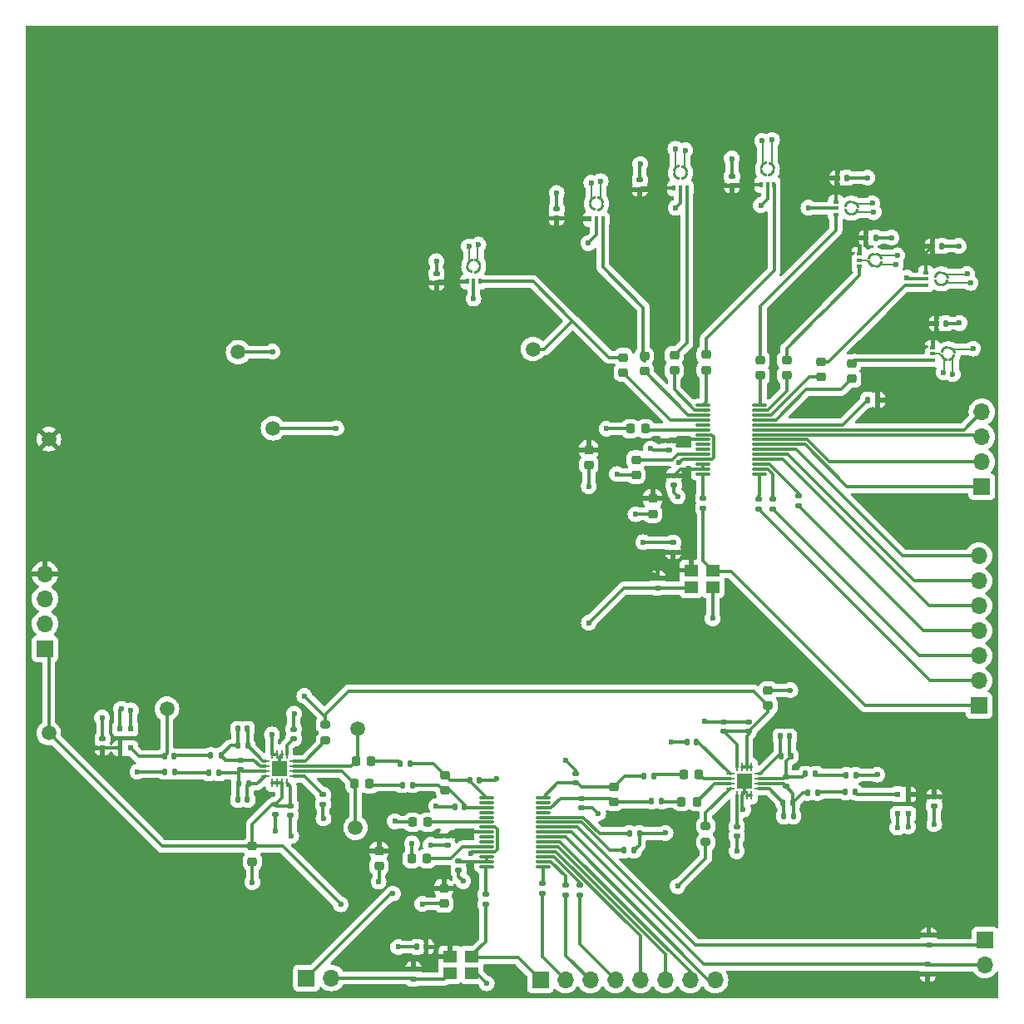
<source format=gbr>
%TF.GenerationSoftware,KiCad,Pcbnew,8.0.4*%
%TF.CreationDate,2024-08-26T07:10:41+02:00*%
%TF.ProjectId,Audio_Digitizer,41756469-6f5f-4446-9967-6974697a6572,rev?*%
%TF.SameCoordinates,Original*%
%TF.FileFunction,Copper,L1,Top*%
%TF.FilePolarity,Positive*%
%FSLAX46Y46*%
G04 Gerber Fmt 4.6, Leading zero omitted, Abs format (unit mm)*
G04 Created by KiCad (PCBNEW 8.0.4) date 2024-08-26 07:10:41*
%MOMM*%
%LPD*%
G01*
G04 APERTURE LIST*
G04 Aperture macros list*
%AMRoundRect*
0 Rectangle with rounded corners*
0 $1 Rounding radius*
0 $2 $3 $4 $5 $6 $7 $8 $9 X,Y pos of 4 corners*
0 Add a 4 corners polygon primitive as box body*
4,1,4,$2,$3,$4,$5,$6,$7,$8,$9,$2,$3,0*
0 Add four circle primitives for the rounded corners*
1,1,$1+$1,$2,$3*
1,1,$1+$1,$4,$5*
1,1,$1+$1,$6,$7*
1,1,$1+$1,$8,$9*
0 Add four rect primitives between the rounded corners*
20,1,$1+$1,$2,$3,$4,$5,0*
20,1,$1+$1,$4,$5,$6,$7,0*
20,1,$1+$1,$6,$7,$8,$9,0*
20,1,$1+$1,$8,$9,$2,$3,0*%
%AMFreePoly0*
4,1,33,0.406248,0.082068,0.376251,0.079070,0.315240,0.067082,0.276251,0.054077,0.241250,0.041072,0.180239,0.006071,0.143256,-0.019939,0.109246,-0.050927,0.062256,-0.105918,0.014249,-0.176937,-0.012751,-0.251918,-0.028753,-0.338938,-0.279756,-0.339929,-0.273762,-0.279934,-0.263754,-0.221920,-0.246761,-0.158928,-0.219761,-0.088926,-0.196749,-0.041935,-0.175743,-0.005918,-0.153747,0.029083,
-0.131750,0.059081,-0.106756,0.089078,-0.071755,0.127076,-0.032741,0.164084,0.016256,0.203073,0.064237,0.235077,0.110236,0.261062,0.147244,0.279070,0.214249,0.304064,0.274244,0.321082,0.343256,0.334061,0.406248,0.340081,0.406248,0.082068,0.406248,0.082068,$1*%
%AMFreePoly1*
4,1,33,-0.079070,0.376505,-0.067082,0.315494,-0.054077,0.276505,-0.041072,0.241504,-0.006071,0.180493,0.019939,0.143510,0.050927,0.109500,0.105918,0.062510,0.176937,0.014503,0.251918,-0.012497,0.338938,-0.028499,0.339929,-0.279502,0.279934,-0.273508,0.221920,-0.263500,0.158928,-0.246507,0.088926,-0.219507,0.041935,-0.196495,0.005918,-0.175489,-0.029083,-0.153493,-0.059081,-0.131496,
-0.089078,-0.106502,-0.127076,-0.071501,-0.164084,-0.032487,-0.203073,0.016510,-0.235077,0.064491,-0.261062,0.110490,-0.279070,0.147498,-0.304064,0.214503,-0.321082,0.274498,-0.334061,0.343510,-0.340081,0.406502,-0.082068,0.406502,-0.079070,0.376505,-0.079070,0.376505,$1*%
%AMFreePoly2*
4,1,33,-0.279934,0.273762,-0.221920,0.263754,-0.158928,0.246761,-0.088926,0.219761,-0.041935,0.196749,-0.005918,0.175743,0.029083,0.153747,0.059081,0.131750,0.089078,0.106756,0.127076,0.071755,0.164084,0.032741,0.203073,-0.016256,0.235077,-0.064237,0.261062,-0.110236,0.279070,-0.147244,0.304064,-0.214249,0.321082,-0.274244,0.334061,-0.343256,0.340081,-0.406248,0.082068,-0.406248,
0.079070,-0.376251,0.067082,-0.315240,0.054077,-0.276251,0.041072,-0.241250,0.006071,-0.180239,-0.019939,-0.143256,-0.050927,-0.109246,-0.105918,-0.062256,-0.176937,-0.014249,-0.251918,0.012751,-0.338938,0.028753,-0.339929,0.279756,-0.279934,0.273762,-0.279934,0.273762,$1*%
%AMFreePoly3*
4,1,33,0.273508,0.279934,0.263500,0.221920,0.246507,0.158928,0.219507,0.088926,0.196495,0.041935,0.175489,0.005918,0.153493,-0.029083,0.131496,-0.059081,0.106502,-0.089078,0.071501,-0.127076,0.032487,-0.164084,-0.016510,-0.203073,-0.064491,-0.235077,-0.110490,-0.261062,-0.147498,-0.279070,-0.214503,-0.304064,-0.274498,-0.321082,-0.343510,-0.334061,-0.406502,-0.340081,-0.406502,-0.082068,
-0.376505,-0.079070,-0.315494,-0.067082,-0.276505,-0.054077,-0.241504,-0.041072,-0.180493,-0.006071,-0.143510,0.019939,-0.109500,0.050927,-0.062510,0.105918,-0.014503,0.176937,0.012497,0.251918,0.028499,0.338938,0.279502,0.339929,0.273508,0.279934,0.273508,0.279934,$1*%
G04 Aperture macros list end*
%TA.AperFunction,SMDPad,CuDef*%
%ADD10RoundRect,0.135000X0.135000X0.185000X-0.135000X0.185000X-0.135000X-0.185000X0.135000X-0.185000X0*%
%TD*%
%TA.AperFunction,SMDPad,CuDef*%
%ADD11RoundRect,0.225000X-0.250000X0.225000X-0.250000X-0.225000X0.250000X-0.225000X0.250000X0.225000X0*%
%TD*%
%TA.AperFunction,SMDPad,CuDef*%
%ADD12RoundRect,0.140000X0.140000X0.170000X-0.140000X0.170000X-0.140000X-0.170000X0.140000X-0.170000X0*%
%TD*%
%TA.AperFunction,SMDPad,CuDef*%
%ADD13RoundRect,0.140000X-0.140000X-0.170000X0.140000X-0.170000X0.140000X0.170000X-0.140000X0.170000X0*%
%TD*%
%TA.AperFunction,SMDPad,CuDef*%
%ADD14RoundRect,0.135000X-0.185000X0.135000X-0.185000X-0.135000X0.185000X-0.135000X0.185000X0.135000X0*%
%TD*%
%TA.AperFunction,SMDPad,CuDef*%
%ADD15RoundRect,0.140000X0.170000X-0.140000X0.170000X0.140000X-0.170000X0.140000X-0.170000X-0.140000X0*%
%TD*%
%TA.AperFunction,SMDPad,CuDef*%
%ADD16RoundRect,0.225000X0.250000X-0.225000X0.250000X0.225000X-0.250000X0.225000X-0.250000X-0.225000X0*%
%TD*%
%TA.AperFunction,SMDPad,CuDef*%
%ADD17C,1.500000*%
%TD*%
%TA.AperFunction,SMDPad,CuDef*%
%ADD18RoundRect,0.225000X-0.225000X-0.250000X0.225000X-0.250000X0.225000X0.250000X-0.225000X0.250000X0*%
%TD*%
%TA.AperFunction,SMDPad,CuDef*%
%ADD19R,0.600000X0.400000*%
%TD*%
%TA.AperFunction,SMDPad,CuDef*%
%ADD20R,0.600000X0.300000*%
%TD*%
%TA.AperFunction,SMDPad,CuDef*%
%ADD21FreePoly0,90.000000*%
%TD*%
%TA.AperFunction,SMDPad,CuDef*%
%ADD22FreePoly1,90.000000*%
%TD*%
%TA.AperFunction,SMDPad,CuDef*%
%ADD23FreePoly2,90.000000*%
%TD*%
%TA.AperFunction,SMDPad,CuDef*%
%ADD24FreePoly3,90.000000*%
%TD*%
%TA.AperFunction,SMDPad,CuDef*%
%ADD25R,0.400000X0.600000*%
%TD*%
%TA.AperFunction,SMDPad,CuDef*%
%ADD26R,0.300000X0.600000*%
%TD*%
%TA.AperFunction,SMDPad,CuDef*%
%ADD27FreePoly0,180.000000*%
%TD*%
%TA.AperFunction,SMDPad,CuDef*%
%ADD28FreePoly1,180.000000*%
%TD*%
%TA.AperFunction,SMDPad,CuDef*%
%ADD29FreePoly2,180.000000*%
%TD*%
%TA.AperFunction,SMDPad,CuDef*%
%ADD30FreePoly3,180.000000*%
%TD*%
%TA.AperFunction,SMDPad,CuDef*%
%ADD31RoundRect,0.135000X-0.135000X-0.185000X0.135000X-0.185000X0.135000X0.185000X-0.135000X0.185000X0*%
%TD*%
%TA.AperFunction,SMDPad,CuDef*%
%ADD32RoundRect,0.225000X0.225000X0.250000X-0.225000X0.250000X-0.225000X-0.250000X0.225000X-0.250000X0*%
%TD*%
%TA.AperFunction,SMDPad,CuDef*%
%ADD33RoundRect,0.062500X-0.375000X-0.062500X0.375000X-0.062500X0.375000X0.062500X-0.375000X0.062500X0*%
%TD*%
%TA.AperFunction,SMDPad,CuDef*%
%ADD34RoundRect,0.062500X-0.062500X-0.375000X0.062500X-0.375000X0.062500X0.375000X-0.062500X0.375000X0*%
%TD*%
%TA.AperFunction,HeatsinkPad*%
%ADD35R,1.600000X1.600000*%
%TD*%
%TA.AperFunction,SMDPad,CuDef*%
%ADD36RoundRect,0.140000X-0.170000X0.140000X-0.170000X-0.140000X0.170000X-0.140000X0.170000X0.140000X0*%
%TD*%
%TA.AperFunction,SMDPad,CuDef*%
%ADD37RoundRect,0.200000X-0.275000X0.200000X-0.275000X-0.200000X0.275000X-0.200000X0.275000X0.200000X0*%
%TD*%
%TA.AperFunction,SMDPad,CuDef*%
%ADD38R,1.400000X1.200000*%
%TD*%
%TA.AperFunction,ComponentPad*%
%ADD39R,1.700000X1.700000*%
%TD*%
%TA.AperFunction,ComponentPad*%
%ADD40O,1.700000X1.700000*%
%TD*%
%TA.AperFunction,SMDPad,CuDef*%
%ADD41RoundRect,0.075000X-0.662500X-0.075000X0.662500X-0.075000X0.662500X0.075000X-0.662500X0.075000X0*%
%TD*%
%TA.AperFunction,SMDPad,CuDef*%
%ADD42RoundRect,0.135000X0.185000X-0.135000X0.185000X0.135000X-0.185000X0.135000X-0.185000X-0.135000X0*%
%TD*%
%TA.AperFunction,SMDPad,CuDef*%
%ADD43RoundRect,0.062500X0.375000X0.062500X-0.375000X0.062500X-0.375000X-0.062500X0.375000X-0.062500X0*%
%TD*%
%TA.AperFunction,SMDPad,CuDef*%
%ADD44RoundRect,0.062500X0.062500X0.375000X-0.062500X0.375000X-0.062500X-0.375000X0.062500X-0.375000X0*%
%TD*%
%TA.AperFunction,SMDPad,CuDef*%
%ADD45R,0.600000X0.600000*%
%TD*%
%TA.AperFunction,SMDPad,CuDef*%
%ADD46RoundRect,0.200000X0.275000X-0.200000X0.275000X0.200000X-0.275000X0.200000X-0.275000X-0.200000X0*%
%TD*%
%TA.AperFunction,ViaPad*%
%ADD47C,0.600000*%
%TD*%
%TA.AperFunction,Conductor*%
%ADD48C,0.200000*%
%TD*%
%TA.AperFunction,Conductor*%
%ADD49C,0.300000*%
%TD*%
G04 APERTURE END LIST*
D10*
%TO.P,R16,1*%
%TO.N,Net-(U13A-IN+)*%
X198520000Y-129580000D03*
%TO.P,R16,2*%
%TO.N,Net-(U13A-FB-)*%
X197500000Y-129580000D03*
%TD*%
D11*
%TO.P,C19,1*%
%TO.N,/ADC/VINL4*%
X204500000Y-84900000D03*
%TO.P,C19,2*%
%TO.N,/ADC/L4*%
X204500000Y-86450000D03*
%TD*%
D12*
%TO.P,C44,1*%
%TO.N,Net-(U13A-IN-)*%
X198180000Y-122880000D03*
%TO.P,C44,2*%
%TO.N,Net-(U13A-FB+)*%
X197220000Y-122880000D03*
%TD*%
%TO.P,C49,1*%
%TO.N,/Amplifiers/MIC1P*%
X165050000Y-130000000D03*
%TO.P,C49,2*%
%TO.N,GND*%
X164090000Y-130000000D03*
%TD*%
D13*
%TO.P,C3,1*%
%TO.N,+3.3V*%
X205970000Y-72100000D03*
%TO.P,C3,2*%
%TO.N,GND*%
X206930000Y-72100000D03*
%TD*%
D14*
%TO.P,R27,1*%
%TO.N,Net-(U14-DOUT)*%
X176800000Y-138000000D03*
%TO.P,R27,2*%
%TO.N,/Diff_ADC/DOUT*%
X176800000Y-139020000D03*
%TD*%
D15*
%TO.P,C28,1*%
%TO.N,GND*%
X192800000Y-133010000D03*
%TO.P,C28,2*%
%TO.N,Net-(U13B--VCLAMP)*%
X192800000Y-132050000D03*
%TD*%
D11*
%TO.P,C22,1*%
%TO.N,/ADC/VINR3*%
X195200000Y-84575000D03*
%TO.P,C22,2*%
%TO.N,/ADC/R3*%
X195200000Y-86125000D03*
%TD*%
D15*
%TO.P,C57,1*%
%TO.N,GND*%
X163350000Y-133930000D03*
%TO.P,C57,2*%
%TO.N,+3.3V*%
X163350000Y-132970000D03*
%TD*%
D16*
%TO.P,C34,1*%
%TO.N,+5V*%
X196000000Y-119730000D03*
%TO.P,C34,2*%
%TO.N,GND*%
X196000000Y-118180000D03*
%TD*%
D17*
%TO.P,TP1,1,1*%
%TO.N,/ADC/VINR1*%
X172070000Y-83430000D03*
%TD*%
D11*
%TO.P,C23,1*%
%TO.N,/ADC/VINR4*%
X201350000Y-84725000D03*
%TO.P,C23,2*%
%TO.N,/ADC/R4*%
X201350000Y-86275000D03*
%TD*%
D15*
%TO.P,C26,1*%
%TO.N,+3.3V*%
X128250000Y-124059975D03*
%TO.P,C26,2*%
%TO.N,GND*%
X128250000Y-123099975D03*
%TD*%
D16*
%TO.P,C60,1*%
%TO.N,GND*%
X156400000Y-136075000D03*
%TO.P,C60,2*%
%TO.N,+3.3V*%
X156400000Y-134525000D03*
%TD*%
D18*
%TO.P,C47,1*%
%TO.N,Net-(U11A-OUT-)*%
X154025000Y-125400000D03*
%TO.P,C47,2*%
%TO.N,Net-(C47-Pad2)*%
X155575000Y-125400000D03*
%TD*%
D10*
%TO.P,R20,1*%
%TO.N,Net-(C52-Pad2)*%
X185160000Y-129450000D03*
%TO.P,R20,2*%
%TO.N,/Amplifiers/MIC2M*%
X184140000Y-129450000D03*
%TD*%
D19*
%TO.P,U7,1,VDD*%
%TO.N,+3.3V*%
X212050000Y-75650000D03*
D20*
%TO.P,U7,2,GND*%
%TO.N,GND*%
X212050000Y-76299987D03*
D19*
%TO.P,U7,3,OUTPUT*%
%TO.N,/ADC/VINR4*%
X212050000Y-76949974D03*
D21*
%TO.P,U7,4,GND*%
%TO.N,GND*%
X213205956Y-76778778D03*
D22*
X214108928Y-76723914D03*
D23*
X213151092Y-75876060D03*
D24*
X214053810Y-75820942D03*
%TD*%
D13*
%TO.P,C36,1*%
%TO.N,GND*%
X134620000Y-126450000D03*
%TO.P,C36,2*%
%TO.N,Net-(C36-Pad2)*%
X135580000Y-126450000D03*
%TD*%
D12*
%TO.P,C51,1*%
%TO.N,GND*%
X166600000Y-127300000D03*
%TO.P,C51,2*%
%TO.N,/Amplifiers/MIC1M*%
X165640000Y-127300000D03*
%TD*%
D25*
%TO.P,U3,1,VDD*%
%TO.N,+3.3V*%
X177879058Y-70203810D03*
D26*
%TO.P,U3,2,GND*%
%TO.N,GND*%
X178529045Y-70203810D03*
D25*
%TO.P,U3,3,OUTPUT*%
%TO.N,/ADC/VINL1*%
X179179032Y-70203810D03*
D27*
%TO.P,U3,4,GND*%
%TO.N,GND*%
X179007836Y-69047854D03*
D28*
X178952972Y-68144882D03*
D29*
X178105118Y-69102718D03*
D30*
X178050000Y-68200000D03*
%TD*%
D31*
%TO.P,R11,1*%
%TO.N,Net-(U11A-IN-)*%
X142090000Y-127700000D03*
%TO.P,R11,2*%
%TO.N,Net-(U11A-FB+)*%
X143110000Y-127700000D03*
%TD*%
%TO.P,R26,1*%
%TO.N,Net-(U14-CS{slash}AD)*%
X181330000Y-134450000D03*
%TO.P,R26,2*%
%TO.N,GND*%
X182350000Y-134450000D03*
%TD*%
D25*
%TO.P,U5,1,VDD*%
%TO.N,+3.3V*%
X165379058Y-76553810D03*
D26*
%TO.P,U5,2,GND*%
%TO.N,GND*%
X166029045Y-76553810D03*
D25*
%TO.P,U5,3,OUTPUT*%
%TO.N,/ADC/VINR1*%
X166679032Y-76553810D03*
D27*
%TO.P,U5,4,GND*%
%TO.N,GND*%
X166507836Y-75397854D03*
D28*
X166452972Y-74494882D03*
D29*
X165605118Y-75452718D03*
D30*
X165550000Y-74550000D03*
%TD*%
D11*
%TO.P,C35,1*%
%TO.N,+5V*%
X143500000Y-134050000D03*
%TO.P,C35,2*%
%TO.N,GND*%
X143500000Y-135600000D03*
%TD*%
D17*
%TO.P,TP8,1,1*%
%TO.N,GND*%
X145600000Y-91500000D03*
%TD*%
D32*
%TO.P,C48,1*%
%TO.N,Net-(U13A-OUT+)*%
X188950000Y-126700000D03*
%TO.P,C48,2*%
%TO.N,Net-(C48-Pad2)*%
X187400000Y-126700000D03*
%TD*%
D33*
%TO.P,U11,1,FB-*%
%TO.N,Net-(U11A-FB-)*%
X144800000Y-125400000D03*
%TO.P,U11,2,IN+*%
%TO.N,Net-(U11A-IN+)*%
X144800000Y-125900000D03*
%TO.P,U11,3,IN-*%
%TO.N,Net-(U11A-IN-)*%
X144800000Y-126400000D03*
%TO.P,U11,4,FB+*%
%TO.N,Net-(U11A-FB+)*%
X144800000Y-126900000D03*
D34*
%TO.P,U11,5,MODE*%
%TO.N,+5V*%
X145487500Y-127587500D03*
%TO.P,U11,6,+VS*%
X145987500Y-127587500D03*
%TO.P,U11,7,+VS*%
X146487500Y-127587500D03*
%TO.P,U11,8,+VCLAMP*%
X146987500Y-127587500D03*
D33*
%TO.P,U11,9,VCOM*%
%TO.N,Net-(U11B-VCOM)*%
X147675000Y-126900000D03*
%TO.P,U11,10,OUT+*%
%TO.N,Net-(U11A-OUT+)*%
X147675000Y-126400000D03*
%TO.P,U11,11,OUT-*%
%TO.N,Net-(U11A-OUT-)*%
X147675000Y-125900000D03*
%TO.P,U11,12,DIS#*%
%TO.N,Net-(U11B-DIS#)*%
X147675000Y-125400000D03*
D34*
%TO.P,U11,13,-VCLAMP*%
%TO.N,Net-(U11B--VCLAMP)*%
X146987500Y-124712500D03*
%TO.P,U11,14,-VS*%
%TO.N,GND*%
X146487500Y-124712500D03*
%TO.P,U11,15,-VS*%
X145987500Y-124712500D03*
%TO.P,U11,16,DGND*%
X145487500Y-124712500D03*
D35*
%TO.P,U11,17,EP*%
X146237500Y-126150000D03*
%TD*%
D31*
%TO.P,R17,1*%
%TO.N,Net-(C46-Pad2)*%
X158780000Y-127800000D03*
%TO.P,R17,2*%
%TO.N,/Amplifiers/MIC1P*%
X159800000Y-127800000D03*
%TD*%
D36*
%TO.P,C33,1*%
%TO.N,+5V*%
X145800000Y-129820000D03*
%TO.P,C33,2*%
%TO.N,GND*%
X145800000Y-130780000D03*
%TD*%
D14*
%TO.P,R4,1*%
%TO.N,Net-(U9-BCK)*%
X196450000Y-98690000D03*
%TO.P,R4,2*%
%TO.N,/ADC/BCK*%
X196450000Y-99710000D03*
%TD*%
D37*
%TO.P,R7,1*%
%TO.N,+5V*%
X150950000Y-121650000D03*
%TO.P,R7,2*%
%TO.N,Net-(U11B-DIS#)*%
X150950000Y-123300000D03*
%TD*%
D38*
%TO.P,X2,1,Tri-State*%
%TO.N,/Diff_ADC/CLK_DIS2*%
X163625000Y-146950000D03*
%TO.P,X2,2,GND*%
%TO.N,GND*%
X165825000Y-146950000D03*
%TO.P,X2,3,OUT*%
%TO.N,/Diff_ADC/MCLK*%
X165825000Y-145250000D03*
%TO.P,X2,4,VDD*%
%TO.N,+3.3V*%
X163625000Y-145250000D03*
%TD*%
D25*
%TO.P,U6,1,VDD*%
%TO.N,+3.3V*%
X186429058Y-67053810D03*
D26*
%TO.P,U6,2,GND*%
%TO.N,GND*%
X187079045Y-67053810D03*
D25*
%TO.P,U6,3,OUTPUT*%
%TO.N,/ADC/VINR2*%
X187729032Y-67053810D03*
D27*
%TO.P,U6,4,GND*%
%TO.N,GND*%
X187557836Y-65897854D03*
D28*
X187502972Y-64994882D03*
D29*
X186655118Y-65952718D03*
D30*
X186600000Y-65050000D03*
%TD*%
D15*
%TO.P,C12,1*%
%TO.N,+3.3V*%
X162240000Y-76710000D03*
%TO.P,C12,2*%
%TO.N,GND*%
X162240000Y-75750000D03*
%TD*%
%TO.P,C17,1*%
%TO.N,+3.3V*%
X186330000Y-104110000D03*
%TO.P,C17,2*%
%TO.N,GND*%
X186330000Y-103150000D03*
%TD*%
D31*
%TO.P,R25,1*%
%TO.N,Net-(U14-MDO)*%
X181880000Y-132750000D03*
%TO.P,R25,2*%
%TO.N,GND*%
X182900000Y-132750000D03*
%TD*%
D39*
%TO.P,J3,1,Pin_1*%
%TO.N,/ADC/MISO*%
X217750000Y-97450000D03*
D40*
%TO.P,J3,2,Pin_2*%
%TO.N,/ADC/MOSI*%
X217750000Y-94910000D03*
%TO.P,J3,3,Pin_3*%
%TO.N,/ADC/SCK*%
X217750000Y-92370000D03*
%TO.P,J3,4,Pin_4*%
%TO.N,/ADC/CS*%
X217750000Y-89830000D03*
%TD*%
D15*
%TO.P,C55,1*%
%TO.N,GND*%
X177000000Y-130110000D03*
%TO.P,C55,2*%
%TO.N,/Amplifiers/MIC2M*%
X177000000Y-129150000D03*
%TD*%
D11*
%TO.P,C15,1*%
%TO.N,/ADC/VINL1*%
X183400000Y-84150000D03*
%TO.P,C15,2*%
%TO.N,/ADC/L1*%
X183400000Y-85700000D03*
%TD*%
D17*
%TO.P,TP5,1,1*%
%TO.N,GND*%
X142050000Y-83750000D03*
%TD*%
D25*
%TO.P,U2,1,VDD*%
%TO.N,+3.3V*%
X195276086Y-66708928D03*
D26*
%TO.P,U2,2,GND*%
%TO.N,GND*%
X195926073Y-66708928D03*
D25*
%TO.P,U2,3,OUTPUT*%
%TO.N,/ADC/VINL2*%
X196576060Y-66708928D03*
D27*
%TO.P,U2,4,GND*%
%TO.N,GND*%
X196404864Y-65552972D03*
D28*
X196350000Y-64650000D03*
D29*
X195502146Y-65607836D03*
D30*
X195447028Y-64705118D03*
%TD*%
D18*
%TO.P,C61,1*%
%TO.N,GND*%
X159825000Y-131600000D03*
%TO.P,C61,2*%
%TO.N,Net-(U14-VREF)*%
X161375000Y-131600000D03*
%TD*%
D12*
%TO.P,C45,1*%
%TO.N,Net-(U13A-IN+)*%
X198560000Y-130980000D03*
%TO.P,C45,2*%
%TO.N,Net-(U13A-FB-)*%
X197600000Y-130980000D03*
%TD*%
D41*
%TO.P,U14,1,VINL2/VIN1M*%
%TO.N,/Amplifiers/MIC1M*%
X167337500Y-129100000D03*
%TO.P,U14,2,VINR2/VIN2M*%
%TO.N,unconnected-(U14-VINR2{slash}VIN2M-Pad2)*%
X167337500Y-129600000D03*
%TO.P,U14,3,VINL1/VIN1P*%
%TO.N,/Amplifiers/MIC1P*%
X167337500Y-130100000D03*
%TO.P,U14,4,VINR1/VIN2P*%
%TO.N,unconnected-(U14-VINR1{slash}VIN2P-Pad4)*%
X167337500Y-130600000D03*
%TO.P,U14,5,MICBIAS*%
%TO.N,unconnected-(U14-MICBIAS-Pad5)*%
X167337500Y-131100000D03*
%TO.P,U14,6,VREF*%
%TO.N,Net-(U14-VREF)*%
X167337500Y-131600000D03*
%TO.P,U14,7,AGND*%
%TO.N,GND*%
X167337500Y-132100000D03*
%TO.P,U14,8,AVDD*%
%TO.N,+3.3V*%
X167337500Y-132600000D03*
%TO.P,U14,9,XO*%
%TO.N,unconnected-(U14-XO-Pad9)*%
X167337500Y-133100000D03*
%TO.P,U14,10,XI*%
%TO.N,unconnected-(U14-XI-Pad10)*%
X167337500Y-133600000D03*
%TO.P,U14,11,LDO*%
%TO.N,Net-(U14-LDO)*%
X167337500Y-134100000D03*
%TO.P,U14,12,DGND*%
%TO.N,GND*%
X167337500Y-134600000D03*
%TO.P,U14,13,DVDD*%
%TO.N,+3.3V*%
X167337500Y-135100000D03*
%TO.P,U14,14,IOVDD*%
X167337500Y-135600000D03*
%TO.P,U14,15,MCLK*%
%TO.N,Net-(U14-MCLK)*%
X167337500Y-136100000D03*
%TO.P,U14,16,LRCK*%
%TO.N,Net-(U14-LRCK)*%
X173062500Y-136100000D03*
%TO.P,U14,17,BCK*%
%TO.N,Net-(U14-BCK)*%
X173062500Y-135600000D03*
%TO.P,U14,18,DOUT*%
%TO.N,Net-(U14-DOUT)*%
X173062500Y-135100000D03*
%TO.P,U14,19,INTC*%
%TO.N,/Diff_ADC/INTC*%
X173062500Y-134600000D03*
%TO.P,U14,20,INTB*%
%TO.N,/Diff_ADC/INTB*%
X173062500Y-134100000D03*
%TO.P,U14,21,INTA*%
%TO.N,/Diff_ADC/INTA*%
X173062500Y-133600000D03*
%TO.P,U14,22,MISO/GPIO0*%
%TO.N,/Diff_ADC/GPIO0*%
X173062500Y-133100000D03*
%TO.P,U14,23,MOSI/SDA*%
%TO.N,/Diff_ADC/SDA*%
X173062500Y-132600000D03*
%TO.P,U14,24,SCK*%
%TO.N,/Diff_ADC/SCL*%
X173062500Y-132100000D03*
%TO.P,U14,25,CS/AD*%
%TO.N,Net-(U14-CS{slash}AD)*%
X173062500Y-131600000D03*
%TO.P,U14,26,MDO*%
%TO.N,Net-(U14-MDO)*%
X173062500Y-131100000D03*
%TO.P,U14,27,VINL4/VIN4M*%
%TO.N,unconnected-(U14-VINL4{slash}VIN4M-Pad27)*%
X173062500Y-130600000D03*
%TO.P,U14,28,VINR4/VIN3M*%
%TO.N,/Amplifiers/MIC2M*%
X173062500Y-130100000D03*
%TO.P,U14,29,VINL3/VIN4P*%
%TO.N,unconnected-(U14-VINL3{slash}VIN4P-Pad29)*%
X173062500Y-129600000D03*
%TO.P,U14,30,VINR3/VIN3P*%
%TO.N,/Amplifiers/MIC2P*%
X173062500Y-129100000D03*
%TD*%
D19*
%TO.P,U4,1,VDD*%
%TO.N,+3.3V*%
X212744044Y-83271222D03*
D20*
%TO.P,U4,2,GND*%
%TO.N,GND*%
X212744044Y-83921209D03*
D19*
%TO.P,U4,3,OUTPUT*%
%TO.N,/ADC/VINL4*%
X212744044Y-84571196D03*
D21*
%TO.P,U4,4,GND*%
%TO.N,GND*%
X213900000Y-84400000D03*
D22*
X214802972Y-84345136D03*
D23*
X213845136Y-83497282D03*
D24*
X214747854Y-83442164D03*
%TD*%
D11*
%TO.P,C16,1*%
%TO.N,/ADC/VINL2*%
X189700000Y-84000000D03*
%TO.P,C16,2*%
%TO.N,/ADC/L2*%
X189700000Y-85550000D03*
%TD*%
D39*
%TO.P,J5,1,Pin_1*%
%TO.N,/Diff_ADC/SCL*%
X218050000Y-143600000D03*
D40*
%TO.P,J5,2,Pin_2*%
%TO.N,/Diff_ADC/SDA*%
X218050000Y-146140000D03*
%TD*%
D13*
%TO.P,C1,1*%
%TO.N,+3.3V*%
X212740000Y-72950000D03*
%TO.P,C1,2*%
%TO.N,GND*%
X213700000Y-72950000D03*
%TD*%
D14*
%TO.P,R24,1*%
%TO.N,Net-(U14-BCK)*%
X175400000Y-137980000D03*
%TO.P,R24,2*%
%TO.N,/Diff_ADC/BCK*%
X175400000Y-139000000D03*
%TD*%
D41*
%TO.P,U9,1,VINL2/VIN1M*%
%TO.N,/ADC/L2*%
X189375000Y-89150000D03*
%TO.P,U9,2,VINR2/VIN2M*%
%TO.N,/ADC/R2*%
X189375000Y-89650000D03*
%TO.P,U9,3,VINL1/VIN1P*%
%TO.N,/ADC/L1*%
X189375000Y-90150000D03*
%TO.P,U9,4,VINR1/VIN2P*%
%TO.N,/ADC/R1*%
X189375000Y-90650000D03*
%TO.P,U9,5,MICBIAS*%
%TO.N,unconnected-(U9-MICBIAS-Pad5)*%
X189375000Y-91150000D03*
%TO.P,U9,6,VREF*%
%TO.N,/ADC/VREF*%
X189375000Y-91650000D03*
%TO.P,U9,7,AGND*%
%TO.N,GND*%
X189375000Y-92150000D03*
%TO.P,U9,8,AVDD*%
%TO.N,+3.3V*%
X189375000Y-92650000D03*
%TO.P,U9,9,XO*%
%TO.N,unconnected-(U9-XO-Pad9)*%
X189375000Y-93150000D03*
%TO.P,U9,10,XI*%
%TO.N,unconnected-(U9-XI-Pad10)*%
X189375000Y-93650000D03*
%TO.P,U9,11,LDO*%
%TO.N,/ADC/LDO*%
X189375000Y-94150000D03*
%TO.P,U9,12,DGND*%
%TO.N,GND*%
X189375000Y-94650000D03*
%TO.P,U9,13,DVDD*%
%TO.N,+3.3V*%
X189375000Y-95150000D03*
%TO.P,U9,14,IOVDD*%
X189375000Y-95650000D03*
%TO.P,U9,15,MCLK*%
%TO.N,Net-(U9-MCLK)*%
X189375000Y-96150000D03*
%TO.P,U9,16,LRCK*%
%TO.N,Net-(U9-LRCK)*%
X195100000Y-96150000D03*
%TO.P,U9,17,BCK*%
%TO.N,Net-(U9-BCK)*%
X195100000Y-95650000D03*
%TO.P,U9,18,DOUT*%
%TO.N,Net-(U9-DOUT)*%
X195100000Y-95150000D03*
%TO.P,U9,19,INTC*%
%TO.N,/ADC/INTC*%
X195100000Y-94650000D03*
%TO.P,U9,20,INTB*%
%TO.N,/ADC/INTB*%
X195100000Y-94150000D03*
%TO.P,U9,21,INTA*%
%TO.N,/ADC/INTA*%
X195100000Y-93650000D03*
%TO.P,U9,22,MISO/GPIO0*%
%TO.N,/ADC/MISO*%
X195100000Y-93150000D03*
%TO.P,U9,23,MOSI/SDA*%
%TO.N,/ADC/MOSI*%
X195100000Y-92650000D03*
%TO.P,U9,24,SCK*%
%TO.N,/ADC/SCK*%
X195100000Y-92150000D03*
%TO.P,U9,25,CS/AD*%
%TO.N,/ADC/CS*%
X195100000Y-91650000D03*
%TO.P,U9,26,MDO*%
%TO.N,Net-(U9-MDO)*%
X195100000Y-91150000D03*
%TO.P,U9,27,VINL4/VIN4M*%
%TO.N,/ADC/L4*%
X195100000Y-90650000D03*
%TO.P,U9,28,VINR4/VIN3M*%
%TO.N,/ADC/R4*%
X195100000Y-90150000D03*
%TO.P,U9,29,VINL3/VIN4P*%
%TO.N,/ADC/L3*%
X195100000Y-89650000D03*
%TO.P,U9,30,VINR3/VIN3P*%
%TO.N,/ADC/R3*%
X195100000Y-89150000D03*
%TD*%
D10*
%TO.P,R5,1*%
%TO.N,+3.3V*%
X207150000Y-88600000D03*
%TO.P,R5,2*%
%TO.N,Net-(U9-MDO)*%
X206130000Y-88600000D03*
%TD*%
D15*
%TO.P,C43,1*%
%TO.N,Net-(U13A-IN+)*%
X197800000Y-127940000D03*
%TO.P,C43,2*%
%TO.N,Net-(U13A-IN-)*%
X197800000Y-126980000D03*
%TD*%
%TO.P,C7,1*%
%TO.N,+3.3V*%
X192320000Y-66810000D03*
%TO.P,C7,2*%
%TO.N,GND*%
X192320000Y-65850000D03*
%TD*%
D14*
%TO.P,R23,1*%
%TO.N,Net-(U14-LRCK)*%
X173000000Y-137850000D03*
%TO.P,R23,2*%
%TO.N,/Diff_ADC/LRCK*%
X173000000Y-138870000D03*
%TD*%
D31*
%TO.P,R18,1*%
%TO.N,Net-(C47-Pad2)*%
X158580000Y-125600000D03*
%TO.P,R18,2*%
%TO.N,/Amplifiers/MIC1M*%
X159600000Y-125600000D03*
%TD*%
D36*
%TO.P,C31,1*%
%TO.N,+5V*%
X147400000Y-129920000D03*
%TO.P,C31,2*%
%TO.N,GND*%
X147400000Y-130880000D03*
%TD*%
D14*
%TO.P,R3,1*%
%TO.N,Net-(U9-LRCK)*%
X195000000Y-98700000D03*
%TO.P,R3,2*%
%TO.N,/ADC/LRCK*%
X195000000Y-99720000D03*
%TD*%
%TO.P,R22,1*%
%TO.N,Net-(U14-MCLK)*%
X167250000Y-138940000D03*
%TO.P,R22,2*%
%TO.N,/Diff_ADC/MCLK*%
X167250000Y-139960000D03*
%TD*%
D15*
%TO.P,C58,1*%
%TO.N,GND*%
X164500000Y-136480000D03*
%TO.P,C58,2*%
%TO.N,+3.3V*%
X164500000Y-135520000D03*
%TD*%
D11*
%TO.P,C11,1*%
%TO.N,+3.3V*%
X177750000Y-93675000D03*
%TO.P,C11,2*%
%TO.N,GND*%
X177750000Y-95225000D03*
%TD*%
D36*
%TO.P,C6,1*%
%TO.N,+3.3V*%
X185850000Y-92790000D03*
%TO.P,C6,2*%
%TO.N,GND*%
X185850000Y-93750000D03*
%TD*%
D14*
%TO.P,R2,1*%
%TO.N,Net-(U9-MCLK)*%
X189400000Y-98600000D03*
%TO.P,R2,2*%
%TO.N,/ADC/MCLK*%
X189400000Y-99620000D03*
%TD*%
D11*
%TO.P,C8,1*%
%TO.N,+3.3V*%
X184250000Y-98650000D03*
%TO.P,C8,2*%
%TO.N,GND*%
X184250000Y-100200000D03*
%TD*%
D36*
%TO.P,C32,1*%
%TO.N,+3.3V*%
X212900000Y-128990000D03*
%TO.P,C32,2*%
%TO.N,GND*%
X212900000Y-129950000D03*
%TD*%
D17*
%TO.P,TP2,1,1*%
%TO.N,/Amplifiers/MIC1IN*%
X134810000Y-120050000D03*
%TD*%
D12*
%TO.P,C38,1*%
%TO.N,/Amplifiers/MIC2IN*%
X204830000Y-128550000D03*
%TO.P,C38,2*%
%TO.N,Net-(C38-Pad2)*%
X203870000Y-128550000D03*
%TD*%
D13*
%TO.P,C27,1*%
%TO.N,GND*%
X187750000Y-123450000D03*
%TO.P,C27,2*%
%TO.N,Net-(U13B-VCOM)*%
X188710000Y-123450000D03*
%TD*%
D39*
%TO.P,J2,1,Pin_1*%
%TO.N,/ADC/MCLK*%
X217450000Y-119725000D03*
D40*
%TO.P,J2,2,Pin_2*%
%TO.N,/ADC/LRCK*%
X217450000Y-117185000D03*
%TO.P,J2,3,Pin_3*%
%TO.N,/ADC/BCK*%
X217450000Y-114645000D03*
%TO.P,J2,4,Pin_4*%
%TO.N,/ADC/DOUT*%
X217450000Y-112105000D03*
%TO.P,J2,5,Pin_5*%
%TO.N,/ADC/INTC*%
X217450000Y-109565000D03*
%TO.P,J2,6,Pin_6*%
%TO.N,/ADC/INTB*%
X217450000Y-107025000D03*
%TO.P,J2,7,Pin_7*%
%TO.N,/ADC/INTA*%
X217450000Y-104485000D03*
%TD*%
D11*
%TO.P,C50,1*%
%TO.N,/Amplifiers/MIC1M*%
X163150000Y-126825000D03*
%TO.P,C50,2*%
%TO.N,/Amplifiers/MIC1P*%
X163150000Y-128375000D03*
%TD*%
D19*
%TO.P,U1,1,VDD*%
%TO.N,+3.3V*%
X205298908Y-73723940D03*
D20*
%TO.P,U1,2,GND*%
%TO.N,GND*%
X205298908Y-74373927D03*
D19*
%TO.P,U1,3,OUTPUT*%
%TO.N,/ADC/VINL3*%
X205298908Y-75023914D03*
D21*
%TO.P,U1,4,GND*%
%TO.N,GND*%
X206454864Y-74852718D03*
D22*
X207357836Y-74797854D03*
D23*
X206400000Y-73950000D03*
D24*
X207302718Y-73894882D03*
%TD*%
D42*
%TO.P,R21,1*%
%TO.N,/Diff_ADC/CLK_DIS2*%
X159900000Y-147560000D03*
%TO.P,R21,2*%
%TO.N,+3.3V*%
X159900000Y-146540000D03*
%TD*%
D13*
%TO.P,C10,1*%
%TO.N,+3.3V*%
X203040000Y-66010000D03*
%TO.P,C10,2*%
%TO.N,GND*%
X204000000Y-66010000D03*
%TD*%
D16*
%TO.P,C59,1*%
%TO.N,GND*%
X163000000Y-139875000D03*
%TO.P,C59,2*%
%TO.N,+3.3V*%
X163000000Y-138325000D03*
%TD*%
D43*
%TO.P,U13,1,FB-*%
%TO.N,Net-(U13A-FB-)*%
X195000000Y-128180000D03*
%TO.P,U13,2,IN+*%
%TO.N,Net-(U13A-IN+)*%
X195000000Y-127680000D03*
%TO.P,U13,3,IN-*%
%TO.N,Net-(U13A-IN-)*%
X195000000Y-127180000D03*
%TO.P,U13,4,FB+*%
%TO.N,Net-(U13A-FB+)*%
X195000000Y-126680000D03*
D44*
%TO.P,U13,5,MODE*%
%TO.N,+5V*%
X194312500Y-125992500D03*
%TO.P,U13,6,+VS*%
X193812500Y-125992500D03*
%TO.P,U13,7,+VS*%
X193312500Y-125992500D03*
%TO.P,U13,8,+VCLAMP*%
X192812500Y-125992500D03*
D43*
%TO.P,U13,9,VCOM*%
%TO.N,Net-(U13B-VCOM)*%
X192125000Y-126680000D03*
%TO.P,U13,10,OUT+*%
%TO.N,Net-(U13A-OUT+)*%
X192125000Y-127180000D03*
%TO.P,U13,11,OUT-*%
%TO.N,Net-(U13A-OUT-)*%
X192125000Y-127680000D03*
%TO.P,U13,12,DIS#*%
%TO.N,Net-(U13B-DIS#)*%
X192125000Y-128180000D03*
D44*
%TO.P,U13,13,-VCLAMP*%
%TO.N,Net-(U13B--VCLAMP)*%
X192812500Y-128867500D03*
%TO.P,U13,14,-VS*%
%TO.N,GND*%
X193312500Y-128867500D03*
%TO.P,U13,15,-VS*%
X193812500Y-128867500D03*
%TO.P,U13,16,DGND*%
X194312500Y-128867500D03*
D35*
%TO.P,U13,17,EP*%
X193562500Y-127430000D03*
%TD*%
D14*
%TO.P,R1,1*%
%TO.N,+3.3V*%
X184750000Y-106740000D03*
%TO.P,R1,2*%
%TO.N,/ADC/CLK_DIS1*%
X184750000Y-107760000D03*
%TD*%
D15*
%TO.P,C5,1*%
%TO.N,+3.3V*%
X174470000Y-70130000D03*
%TO.P,C5,2*%
%TO.N,GND*%
X174470000Y-69170000D03*
%TD*%
D10*
%TO.P,R15,1*%
%TO.N,Net-(U13A-IN-)*%
X198310000Y-124880000D03*
%TO.P,R15,2*%
%TO.N,Net-(U13A-FB+)*%
X197290000Y-124880000D03*
%TD*%
D18*
%TO.P,C46,1*%
%TO.N,Net-(U11A-OUT+)*%
X153900000Y-127700000D03*
%TO.P,C46,2*%
%TO.N,Net-(C46-Pad2)*%
X155450000Y-127700000D03*
%TD*%
D36*
%TO.P,C40,1*%
%TO.N,Net-(U11A-IN+)*%
X142300000Y-125300000D03*
%TO.P,C40,2*%
%TO.N,Net-(U11A-IN-)*%
X142300000Y-126260000D03*
%TD*%
D16*
%TO.P,C54,1*%
%TO.N,/Amplifiers/MIC2M*%
X180300000Y-129525000D03*
%TO.P,C54,2*%
%TO.N,/Amplifiers/MIC2P*%
X180300000Y-127975000D03*
%TD*%
D15*
%TO.P,C24,1*%
%TO.N,GND*%
X150700000Y-129760000D03*
%TO.P,C24,2*%
%TO.N,Net-(U11B-VCOM)*%
X150700000Y-128800000D03*
%TD*%
D42*
%TO.P,R28,1*%
%TO.N,+3.3V*%
X212250000Y-147070000D03*
%TO.P,R28,2*%
%TO.N,/Diff_ADC/SDA*%
X212250000Y-146050000D03*
%TD*%
D13*
%TO.P,C41,1*%
%TO.N,Net-(U11A-IN-)*%
X142040000Y-129300000D03*
%TO.P,C41,2*%
%TO.N,Net-(U11A-FB+)*%
X143000000Y-129300000D03*
%TD*%
D11*
%TO.P,C18,1*%
%TO.N,/ADC/VINL3*%
X197900000Y-84550000D03*
%TO.P,C18,2*%
%TO.N,/ADC/L3*%
X197900000Y-86100000D03*
%TD*%
D10*
%TO.P,R14,1*%
%TO.N,Net-(C38-Pad2)*%
X201020000Y-128580000D03*
%TO.P,R14,2*%
%TO.N,Net-(U13A-IN+)*%
X200000000Y-128580000D03*
%TD*%
D14*
%TO.P,R29,1*%
%TO.N,+3.3V*%
X212350000Y-143100000D03*
%TO.P,R29,2*%
%TO.N,/Diff_ADC/SCL*%
X212350000Y-144120000D03*
%TD*%
D45*
%TO.P,U10,1,OUT*%
%TO.N,/Amplifiers/MIC1IN*%
X131100000Y-124050000D03*
%TO.P,U10,2,GND*%
%TO.N,GND*%
X131100000Y-122060033D03*
%TO.P,U10,3,GND*%
X130049962Y-122060033D03*
%TO.P,U10,4,VDD*%
%TO.N,+3.3V*%
X130049962Y-124050000D03*
%TD*%
D39*
%TO.P,J6,1,Pin_1*%
%TO.N,/Diff_ADC/MCLK*%
X172820000Y-147650000D03*
D40*
%TO.P,J6,2,Pin_2*%
%TO.N,/Diff_ADC/LRCK*%
X175360000Y-147650000D03*
%TO.P,J6,3,Pin_3*%
%TO.N,/Diff_ADC/BCK*%
X177900000Y-147650000D03*
%TO.P,J6,4,Pin_4*%
%TO.N,/Diff_ADC/DOUT*%
X180440000Y-147650000D03*
%TO.P,J6,5,Pin_5*%
%TO.N,/Diff_ADC/INTC*%
X182980000Y-147650000D03*
%TO.P,J6,6,Pin_6*%
%TO.N,/Diff_ADC/INTB*%
X185520000Y-147650000D03*
%TO.P,J6,7,Pin_7*%
%TO.N,/Diff_ADC/INTA*%
X188060000Y-147650000D03*
%TO.P,J6,8,Pin_8*%
%TO.N,/Diff_ADC/GPIO0*%
X190600000Y-147650000D03*
%TD*%
D32*
%TO.P,C52,1*%
%TO.N,Net-(U13A-OUT-)*%
X188750000Y-129500000D03*
%TO.P,C52,2*%
%TO.N,Net-(C52-Pad2)*%
X187200000Y-129500000D03*
%TD*%
D11*
%TO.P,C14,1*%
%TO.N,/ADC/LDO*%
X182550000Y-94700000D03*
%TO.P,C14,2*%
%TO.N,GND*%
X182550000Y-96250000D03*
%TD*%
D17*
%TO.P,TP7,1,1*%
%TO.N,Net-(U11A-OUT-)*%
X154200000Y-122050000D03*
%TD*%
D31*
%TO.P,R12,1*%
%TO.N,Net-(U11A-IN+)*%
X141990000Y-123800000D03*
%TO.P,R12,2*%
%TO.N,Net-(U11A-FB-)*%
X143010000Y-123800000D03*
%TD*%
D15*
%TO.P,C9,1*%
%TO.N,+3.3V*%
X182940000Y-67190000D03*
%TO.P,C9,2*%
%TO.N,GND*%
X182940000Y-66230000D03*
%TD*%
%TO.P,C30,1*%
%TO.N,+5V*%
X194000000Y-122340000D03*
%TO.P,C30,2*%
%TO.N,GND*%
X194000000Y-121380000D03*
%TD*%
D45*
%TO.P,U12,1,OUT*%
%TO.N,/Amplifiers/MIC2IN*%
X209199962Y-128760033D03*
%TO.P,U12,2,GND*%
%TO.N,GND*%
X209199962Y-130750000D03*
%TO.P,U12,3,GND*%
X210250000Y-130750000D03*
%TO.P,U12,4,VDD*%
%TO.N,+3.3V*%
X210250000Y-128760033D03*
%TD*%
D13*
%TO.P,C2,1*%
%TO.N,+3.3V*%
X213130000Y-80820000D03*
%TO.P,C2,2*%
%TO.N,GND*%
X214090000Y-80820000D03*
%TD*%
D19*
%TO.P,U8,1,VDD*%
%TO.N,+3.3V*%
X202900000Y-68450000D03*
D20*
%TO.P,U8,2,GND*%
%TO.N,GND*%
X202900000Y-69099987D03*
D19*
%TO.P,U8,3,OUTPUT*%
%TO.N,/ADC/VINR3*%
X202900000Y-69749974D03*
D21*
%TO.P,U8,4,GND*%
%TO.N,GND*%
X204055956Y-69578778D03*
D22*
X204958928Y-69523914D03*
D23*
X204001092Y-68676060D03*
D24*
X204903810Y-68620942D03*
%TD*%
D11*
%TO.P,C21,1*%
%TO.N,/ADC/VINR2*%
X186450000Y-84075000D03*
%TO.P,C21,2*%
%TO.N,/ADC/R2*%
X186450000Y-85625000D03*
%TD*%
D31*
%TO.P,R10,1*%
%TO.N,Net-(C37-Pad2)*%
X139280000Y-124800000D03*
%TO.P,R10,2*%
%TO.N,Net-(U11A-IN+)*%
X140300000Y-124800000D03*
%TD*%
D38*
%TO.P,X1,1,Tri-State*%
%TO.N,/ADC/CLK_DIS1*%
X188175000Y-107650000D03*
%TO.P,X1,2,GND*%
%TO.N,GND*%
X190375000Y-107650000D03*
%TO.P,X1,3,OUT*%
%TO.N,/ADC/MCLK*%
X190375000Y-105950000D03*
%TO.P,X1,4,VDD*%
%TO.N,+3.3V*%
X188175000Y-105950000D03*
%TD*%
D14*
%TO.P,R6,1*%
%TO.N,Net-(U9-DOUT)*%
X199100000Y-98380000D03*
%TO.P,R6,2*%
%TO.N,/ADC/DOUT*%
X199100000Y-99400000D03*
%TD*%
D13*
%TO.P,C37,1*%
%TO.N,/Amplifiers/MIC1IN*%
X134540000Y-124900000D03*
%TO.P,C37,2*%
%TO.N,Net-(C37-Pad2)*%
X135500000Y-124900000D03*
%TD*%
D31*
%TO.P,R9,1*%
%TO.N,Net-(C36-Pad2)*%
X139080000Y-126600000D03*
%TO.P,R9,2*%
%TO.N,Net-(U11A-IN-)*%
X140100000Y-126600000D03*
%TD*%
D39*
%TO.P,J1,1,Pin_1*%
%TO.N,/ADC/CLK_DIS1*%
X149010000Y-147450000D03*
D40*
%TO.P,J1,2,Pin_2*%
%TO.N,/Diff_ADC/CLK_DIS2*%
X151550000Y-147450000D03*
%TD*%
D39*
%TO.P,J4,1,Pin_1*%
%TO.N,+5V*%
X122400000Y-113940000D03*
D40*
%TO.P,J4,2,Pin_2*%
%TO.N,GND*%
X122400000Y-111400000D03*
%TO.P,J4,3,Pin_3*%
X122400000Y-108860000D03*
%TO.P,J4,4,Pin_4*%
%TO.N,+3.3V*%
X122400000Y-106320000D03*
%TD*%
D46*
%TO.P,R8,1*%
%TO.N,+5V*%
X189650000Y-133625000D03*
%TO.P,R8,2*%
%TO.N,Net-(U13B-DIS#)*%
X189650000Y-131975000D03*
%TD*%
D10*
%TO.P,R13,1*%
%TO.N,Net-(C39-Pad2)*%
X200820000Y-126680000D03*
%TO.P,R13,2*%
%TO.N,Net-(U13A-IN-)*%
X199800000Y-126680000D03*
%TD*%
D36*
%TO.P,C25,1*%
%TO.N,GND*%
X147700000Y-122120000D03*
%TO.P,C25,2*%
%TO.N,Net-(U11B--VCLAMP)*%
X147700000Y-123080000D03*
%TD*%
D32*
%TO.P,C13,1*%
%TO.N,/ADC/VREF*%
X183525000Y-91550000D03*
%TO.P,C13,2*%
%TO.N,GND*%
X181975000Y-91550000D03*
%TD*%
D11*
%TO.P,C20,1*%
%TO.N,/ADC/VINR1*%
X181250000Y-84275000D03*
%TO.P,C20,2*%
%TO.N,/ADC/R1*%
X181250000Y-85825000D03*
%TD*%
D15*
%TO.P,C53,1*%
%TO.N,/Amplifiers/MIC2P*%
X176400000Y-127580000D03*
%TO.P,C53,2*%
%TO.N,GND*%
X176400000Y-126620000D03*
%TD*%
D36*
%TO.P,C4,1*%
%TO.N,+3.3V*%
X186400000Y-96340000D03*
%TO.P,C4,2*%
%TO.N,GND*%
X186400000Y-97300000D03*
%TD*%
D17*
%TO.P,TP4,1,1*%
%TO.N,+5V*%
X122780000Y-122530000D03*
%TD*%
D12*
%TO.P,C39,1*%
%TO.N,GND*%
X204910000Y-126800000D03*
%TO.P,C39,2*%
%TO.N,Net-(C39-Pad2)*%
X203950000Y-126800000D03*
%TD*%
D13*
%TO.P,C42,1*%
%TO.N,Net-(U11A-IN+)*%
X142020000Y-122100000D03*
%TO.P,C42,2*%
%TO.N,Net-(U11A-FB-)*%
X142980000Y-122100000D03*
%TD*%
D17*
%TO.P,TP6,1,1*%
%TO.N,Net-(U11A-OUT+)*%
X154000000Y-132150000D03*
%TD*%
D10*
%TO.P,R19,1*%
%TO.N,Net-(C48-Pad2)*%
X184350000Y-126900000D03*
%TO.P,R19,2*%
%TO.N,/Amplifiers/MIC2P*%
X183330000Y-126900000D03*
%TD*%
D15*
%TO.P,C29,1*%
%TO.N,+5V*%
X191500000Y-122360000D03*
%TO.P,C29,2*%
%TO.N,GND*%
X191500000Y-121400000D03*
%TD*%
D13*
%TO.P,C56,1*%
%TO.N,GND*%
X160240000Y-144300000D03*
%TO.P,C56,2*%
%TO.N,+3.3V*%
X161200000Y-144300000D03*
%TD*%
D18*
%TO.P,C62,1*%
%TO.N,GND*%
X159725000Y-135300000D03*
%TO.P,C62,2*%
%TO.N,Net-(U14-LDO)*%
X161275000Y-135300000D03*
%TD*%
D17*
%TO.P,TP3,1,1*%
%TO.N,+3.3V*%
X122800000Y-92600000D03*
%TD*%
D47*
%TO.N,GND*%
X182980000Y-64600000D03*
X192300000Y-64040000D03*
X174470000Y-67550000D03*
X215480000Y-80780000D03*
X206110000Y-65990000D03*
X162230000Y-74490000D03*
X183300000Y-103100000D03*
X147750000Y-120550000D03*
X195400000Y-62250000D03*
X168400000Y-127150000D03*
X206600000Y-68600000D03*
X156350000Y-137650000D03*
X185550000Y-132700000D03*
X189500000Y-121300000D03*
X165550000Y-73000000D03*
X178700000Y-130700000D03*
X186942301Y-95017002D03*
X131150000Y-120200000D03*
X213850000Y-85800000D03*
X186150000Y-123450000D03*
X206750000Y-69500000D03*
X175400000Y-125300000D03*
X166000000Y-78300000D03*
X184050000Y-93550000D03*
X182500000Y-100250000D03*
X145800000Y-132500000D03*
X214800000Y-86000000D03*
X207100000Y-126750000D03*
X177750000Y-97400000D03*
X215400000Y-72950000D03*
X209000000Y-74800000D03*
X161650000Y-133900000D03*
X165700000Y-134750000D03*
X167350000Y-148000000D03*
X216850000Y-83400000D03*
X192800000Y-134550000D03*
X177700000Y-72650000D03*
X195250000Y-68800000D03*
X209150000Y-73900000D03*
X128200000Y-120950000D03*
X145500000Y-122650000D03*
X210100000Y-76150000D03*
X158350000Y-144300000D03*
X187550000Y-63200000D03*
X178950000Y-66350000D03*
X131800000Y-126450000D03*
X179550000Y-91550000D03*
X193462500Y-130300000D03*
X212900000Y-131800000D03*
X130150000Y-120050000D03*
X178000000Y-66500000D03*
X200100000Y-69050000D03*
X216600000Y-76700000D03*
X160800000Y-139900000D03*
X150750000Y-131200000D03*
X198250000Y-118150000D03*
X209150000Y-132150000D03*
X162200000Y-129950000D03*
X186550000Y-63050000D03*
X164950000Y-137600000D03*
X145550000Y-83700000D03*
X216250000Y-75800000D03*
X143500000Y-137700000D03*
X159750000Y-133750000D03*
X208550000Y-72100000D03*
X196400000Y-62150000D03*
X190350000Y-110850000D03*
X147450000Y-133000000D03*
X152050000Y-91500000D03*
X186800000Y-98450000D03*
X210250000Y-132050000D03*
X186600000Y-69050000D03*
X158000000Y-131500000D03*
X166500000Y-72800000D03*
X180600000Y-96150000D03*
%TO.N,+5V*%
X186800000Y-138100000D03*
X148800000Y-118750000D03*
X152500000Y-139950000D03*
%TO.N,/ADC/CLK_DIS1*%
X157800000Y-138850000D03*
X177750000Y-111300000D03*
%TD*%
D48*
%TO.N,GND*%
X213421209Y-83921209D02*
X213900000Y-84400000D01*
X212744044Y-83921209D02*
X213421209Y-83921209D01*
D49*
X182940000Y-64640000D02*
X182980000Y-64600000D01*
X182940000Y-66230000D02*
X182940000Y-64640000D01*
%TO.N,+3.3V*%
X183076190Y-67053810D02*
X182940000Y-67190000D01*
X186429058Y-67053810D02*
X183076190Y-67053810D01*
X212050000Y-75650000D02*
X212050000Y-73640000D01*
X212050000Y-73640000D02*
X212740000Y-72950000D01*
X192421072Y-66708928D02*
X192320000Y-66810000D01*
X195276086Y-66708928D02*
X192421072Y-66708928D01*
%TO.N,GND*%
X192320000Y-64060000D02*
X192300000Y-64040000D01*
X192320000Y-65850000D02*
X192320000Y-64060000D01*
X174470000Y-69170000D02*
X174470000Y-67550000D01*
%TO.N,+3.3V*%
X177805248Y-70130000D02*
X177879058Y-70203810D01*
X174470000Y-70130000D02*
X177805248Y-70130000D01*
%TO.N,GND*%
X215440000Y-80820000D02*
X215480000Y-80780000D01*
X214090000Y-80820000D02*
X215440000Y-80820000D01*
X206090000Y-66010000D02*
X206110000Y-65990000D01*
X204000000Y-66010000D02*
X206090000Y-66010000D01*
%TO.N,+3.3V*%
X202900000Y-66150000D02*
X203040000Y-66010000D01*
X202900000Y-68450000D02*
X202900000Y-66150000D01*
D48*
%TO.N,GND*%
X206030244Y-74373927D02*
X206509035Y-74852718D01*
X205298908Y-74373927D02*
X206030244Y-74373927D01*
X206509035Y-74852718D02*
X206454864Y-74852718D01*
D49*
%TO.N,+3.3V*%
X165379058Y-76553810D02*
X162396190Y-76553810D01*
X162396190Y-76553810D02*
X162240000Y-76710000D01*
%TO.N,GND*%
X162240000Y-74500000D02*
X162230000Y-74490000D01*
X162240000Y-75750000D02*
X162240000Y-74500000D01*
X183350000Y-103150000D02*
X183300000Y-103100000D01*
X186330000Y-103150000D02*
X183350000Y-103150000D01*
%TO.N,+3.3V*%
X185990000Y-92650000D02*
X185850000Y-92790000D01*
X187090000Y-95650000D02*
X186400000Y-96340000D01*
X184330000Y-106320000D02*
X184750000Y-106740000D01*
X167337500Y-132600000D02*
X163720000Y-132600000D01*
X167337500Y-135600000D02*
X164580000Y-135600000D01*
X163720000Y-132600000D02*
X163350000Y-132970000D01*
X189375000Y-95150000D02*
X189375000Y-95650000D01*
X128250000Y-124059975D02*
X130039987Y-124059975D01*
X122400000Y-106320000D02*
X184330000Y-106320000D01*
X167337500Y-135100000D02*
X167337500Y-135600000D01*
X164580000Y-135600000D02*
X164500000Y-135520000D01*
X130039987Y-124059975D02*
X130049962Y-124050000D01*
X189375000Y-92650000D02*
X185990000Y-92650000D01*
X189375000Y-95650000D02*
X187090000Y-95650000D01*
D48*
%TO.N,GND*%
X165429032Y-75276632D02*
X165429032Y-74670968D01*
D49*
X191500000Y-121400000D02*
X189600000Y-121400000D01*
X192800000Y-133010000D02*
X192800000Y-134550000D01*
X166600000Y-127300000D02*
X168250000Y-127300000D01*
X167337500Y-132100000D02*
X168178120Y-132100000D01*
X145800000Y-130780000D02*
X145800000Y-132500000D01*
X146237500Y-124962500D02*
X146487500Y-124712500D01*
X128250000Y-121000000D02*
X128200000Y-120950000D01*
D48*
X204958928Y-69523914D02*
X206726086Y-69523914D01*
X214802972Y-85997028D02*
X214800000Y-86000000D01*
D49*
X147700000Y-120600000D02*
X147750000Y-120550000D01*
X198220000Y-118180000D02*
X198250000Y-118150000D01*
X190215620Y-92150000D02*
X190462500Y-92396880D01*
D48*
X165605118Y-75452718D02*
X165429032Y-75276632D01*
D49*
X164500000Y-137150000D02*
X164950000Y-137600000D01*
X182900000Y-132750000D02*
X185500000Y-132750000D01*
D48*
X204903810Y-68620942D02*
X206579058Y-68620942D01*
D49*
X180700000Y-96250000D02*
X180600000Y-96150000D01*
D48*
X187502972Y-64994882D02*
X187679058Y-65170968D01*
X213900000Y-85750000D02*
X213850000Y-85800000D01*
X178952972Y-68144882D02*
X178952972Y-66352972D01*
D49*
X190462500Y-92396880D02*
X190462500Y-94487500D01*
X163350000Y-133930000D02*
X161680000Y-133930000D01*
D48*
X186479032Y-65776632D02*
X186655118Y-65952718D01*
D49*
X190375000Y-107650000D02*
X190375000Y-110825000D01*
X165850000Y-134600000D02*
X165700000Y-134750000D01*
D48*
X204055956Y-69578778D02*
X204177178Y-69700000D01*
X166452972Y-74494882D02*
X166452972Y-72847028D01*
D49*
X207050000Y-126800000D02*
X207100000Y-126750000D01*
X160240000Y-144300000D02*
X158350000Y-144300000D01*
X147400000Y-130880000D02*
X147400000Y-132950000D01*
X167337500Y-134600000D02*
X165850000Y-134600000D01*
D48*
X206726086Y-69523914D02*
X206750000Y-69500000D01*
X214802972Y-84345136D02*
X214802972Y-85997028D01*
D49*
X162250000Y-130000000D02*
X162200000Y-129950000D01*
D48*
X204177178Y-69700000D02*
X204782842Y-69700000D01*
X166452972Y-72847028D02*
X166500000Y-72800000D01*
D49*
X168425000Y-134375000D02*
X168200000Y-134600000D01*
X212900000Y-129950000D02*
X212900000Y-131800000D01*
X130049962Y-122060033D02*
X130049962Y-120150038D01*
X193312500Y-130150000D02*
X193462500Y-130300000D01*
X189600000Y-121400000D02*
X189500000Y-121300000D01*
X212050000Y-76299987D02*
X210249987Y-76299987D01*
X166029045Y-78270955D02*
X166000000Y-78300000D01*
X186400000Y-97300000D02*
X186400000Y-98050000D01*
D48*
X216229058Y-75820942D02*
X216250000Y-75800000D01*
D49*
X128250000Y-123099975D02*
X128250000Y-121000000D01*
X184250000Y-100200000D02*
X182550000Y-100200000D01*
D48*
X213932842Y-75699974D02*
X214053810Y-75820942D01*
D49*
X159725000Y-135300000D02*
X159725000Y-133775000D01*
X190300000Y-94650000D02*
X189375000Y-94650000D01*
D48*
X196404864Y-65552972D02*
X196526086Y-65431750D01*
X178952972Y-66352972D02*
X178950000Y-66350000D01*
D49*
X210249987Y-76299987D02*
X210100000Y-76150000D01*
X189375000Y-92150000D02*
X190215620Y-92150000D01*
X184250000Y-93750000D02*
X184050000Y-93550000D01*
D48*
X213932842Y-76900000D02*
X214108928Y-76723914D01*
D49*
X177750000Y-95225000D02*
X177750000Y-97400000D01*
D48*
X179129058Y-68926632D02*
X179129058Y-68320968D01*
X178050000Y-68200000D02*
X178050000Y-66550000D01*
X186479032Y-65170968D02*
X186479032Y-65776632D01*
X207357836Y-74797854D02*
X208997854Y-74797854D01*
D49*
X182550000Y-96250000D02*
X180700000Y-96250000D01*
X130049962Y-120150038D02*
X130150000Y-120050000D01*
D48*
X177929032Y-68320968D02*
X178050000Y-68200000D01*
X177929032Y-68926632D02*
X177929032Y-68320968D01*
D49*
X178529045Y-71820955D02*
X177700000Y-72650000D01*
X191500000Y-121400000D02*
X193980000Y-121400000D01*
D48*
X206576086Y-74973940D02*
X207181750Y-74973940D01*
D49*
X193562500Y-128617500D02*
X193312500Y-128867500D01*
D48*
X178050000Y-66550000D02*
X178000000Y-66500000D01*
D49*
X168425000Y-132346880D02*
X168425000Y-134375000D01*
D48*
X214021222Y-83321196D02*
X213845136Y-83497282D01*
X195326060Y-64826086D02*
X195447028Y-64705118D01*
D49*
X182550000Y-100200000D02*
X182500000Y-100250000D01*
D48*
X195447028Y-64705118D02*
X195447028Y-62297028D01*
D49*
X164500000Y-136480000D02*
X164500000Y-137150000D01*
X187079045Y-68570955D02*
X186600000Y-69050000D01*
X131100000Y-120250000D02*
X131150000Y-120200000D01*
X166300000Y-146950000D02*
X167350000Y-148000000D01*
X213700000Y-72950000D02*
X215400000Y-72950000D01*
X156400000Y-136075000D02*
X156400000Y-137600000D01*
D48*
X214626886Y-83321196D02*
X214021222Y-83321196D01*
X206579058Y-68620942D02*
X206600000Y-68600000D01*
D49*
X187079045Y-67053810D02*
X187079045Y-68570955D01*
X185850000Y-93750000D02*
X184250000Y-93750000D01*
X195926073Y-66708928D02*
X195926073Y-68123927D01*
X145487500Y-124712500D02*
X145987500Y-124712500D01*
X209199962Y-130750000D02*
X209199962Y-132100038D01*
D48*
X206400000Y-73950000D02*
X206576086Y-73773914D01*
X214747854Y-83442164D02*
X214626886Y-83321196D01*
D49*
X189375000Y-94650000D02*
X187309303Y-94650000D01*
X160825000Y-139875000D02*
X160800000Y-139900000D01*
D48*
X213205956Y-76778778D02*
X213327178Y-76900000D01*
D49*
X187309303Y-94650000D02*
X186942301Y-95017002D01*
D48*
X213327178Y-76900000D02*
X213932842Y-76900000D01*
D49*
X186400000Y-98050000D02*
X186800000Y-98450000D01*
D48*
X214747854Y-83442164D02*
X216807836Y-83442164D01*
X214108928Y-76723914D02*
X216576086Y-76723914D01*
X204177178Y-68499974D02*
X204782842Y-68499974D01*
D49*
X176400000Y-126300000D02*
X175400000Y-125300000D01*
X145600000Y-91500000D02*
X152050000Y-91500000D01*
D48*
X195326060Y-65431750D02*
X195326060Y-64826086D01*
D49*
X147400000Y-132950000D02*
X147450000Y-133000000D01*
X209199962Y-132100038D02*
X209150000Y-132150000D01*
X159825000Y-131600000D02*
X158100000Y-131600000D01*
D48*
X178105118Y-69102718D02*
X177929032Y-68926632D01*
X179129058Y-68320968D02*
X178952972Y-68144882D01*
D49*
X178110000Y-130110000D02*
X178700000Y-130700000D01*
X158100000Y-131600000D02*
X158000000Y-131500000D01*
X196000000Y-118180000D02*
X198220000Y-118180000D01*
X210250000Y-130750000D02*
X210250000Y-132050000D01*
X202900000Y-69099987D02*
X200149987Y-69099987D01*
D48*
X214053810Y-75820942D02*
X216229058Y-75820942D01*
X207181750Y-73773914D02*
X207302718Y-73894882D01*
D49*
X193562500Y-127430000D02*
X193562500Y-128617500D01*
X181975000Y-91550000D02*
X179550000Y-91550000D01*
X142050000Y-83750000D02*
X145500000Y-83750000D01*
X182900000Y-132750000D02*
X182900000Y-133900000D01*
X190375000Y-110825000D02*
X190350000Y-110850000D01*
D48*
X216807836Y-83442164D02*
X216850000Y-83400000D01*
D49*
X193812500Y-128867500D02*
X194312500Y-128867500D01*
D48*
X204782842Y-69700000D02*
X204958928Y-69523914D01*
X179007836Y-69047854D02*
X179129058Y-68926632D01*
D49*
X145487500Y-124712500D02*
X145487500Y-122662500D01*
D48*
X196526086Y-64826086D02*
X196350000Y-64650000D01*
D49*
X147700000Y-122120000D02*
X147700000Y-120600000D01*
X168200000Y-134600000D02*
X167337500Y-134600000D01*
D48*
X165550000Y-74550000D02*
X165550000Y-73000000D01*
X213327178Y-75699974D02*
X213932842Y-75699974D01*
D49*
X161680000Y-133930000D02*
X161650000Y-133900000D01*
D48*
X195447028Y-62297028D02*
X195400000Y-62250000D01*
X186600000Y-65050000D02*
X186479032Y-65170968D01*
D49*
X177000000Y-130110000D02*
X178110000Y-130110000D01*
D48*
X206576086Y-73773914D02*
X207181750Y-73773914D01*
D49*
X190462500Y-94487500D02*
X190300000Y-94650000D01*
X143500000Y-135600000D02*
X143500000Y-137700000D01*
X185500000Y-132750000D02*
X185550000Y-132700000D01*
D48*
X207302718Y-73894882D02*
X209144882Y-73894882D01*
X204001092Y-68676060D02*
X204177178Y-68499974D01*
X206454864Y-74852718D02*
X206576086Y-74973940D01*
D49*
X168178120Y-132100000D02*
X168425000Y-132346880D01*
D48*
X195502146Y-65607836D02*
X195326060Y-65431750D01*
X196350000Y-64650000D02*
X196350000Y-62200000D01*
D49*
X193312500Y-128867500D02*
X193312500Y-130150000D01*
X166029045Y-76553810D02*
X166029045Y-78270955D01*
D48*
X187502972Y-63247028D02*
X187550000Y-63200000D01*
D49*
X193980000Y-121400000D02*
X194000000Y-121380000D01*
X195926073Y-68123927D02*
X195250000Y-68800000D01*
X182900000Y-133900000D02*
X182350000Y-134450000D01*
D48*
X204782842Y-68499974D02*
X204903810Y-68620942D01*
X187679058Y-65776632D02*
X187557836Y-65897854D01*
X196526086Y-65431750D02*
X196526086Y-64826086D01*
X209144882Y-73894882D02*
X209150000Y-73900000D01*
D49*
X204910000Y-126800000D02*
X207050000Y-126800000D01*
X176400000Y-126620000D02*
X176400000Y-126300000D01*
X134620000Y-126450000D02*
X131800000Y-126450000D01*
D48*
X213151092Y-75876060D02*
X213327178Y-75699974D01*
X187502972Y-64994882D02*
X187502972Y-63247028D01*
D49*
X131100000Y-122060033D02*
X131100000Y-120250000D01*
X178529045Y-70203810D02*
X178529045Y-71820955D01*
D48*
X196350000Y-62200000D02*
X196400000Y-62150000D01*
D49*
X156400000Y-137600000D02*
X156350000Y-137650000D01*
D48*
X166629058Y-75276632D02*
X166629058Y-74670968D01*
D49*
X150700000Y-131150000D02*
X150750000Y-131200000D01*
X187750000Y-123450000D02*
X186150000Y-123450000D01*
D48*
X186600000Y-65050000D02*
X186600000Y-63100000D01*
X207181750Y-74973940D02*
X207357836Y-74797854D01*
D49*
X159725000Y-133775000D02*
X159750000Y-133750000D01*
X150700000Y-129760000D02*
X150700000Y-131150000D01*
X200149987Y-69099987D02*
X200100000Y-69050000D01*
X206930000Y-72100000D02*
X208550000Y-72100000D01*
X145487500Y-122662500D02*
X145500000Y-122650000D01*
X146237500Y-126150000D02*
X146237500Y-124962500D01*
X163000000Y-139875000D02*
X160825000Y-139875000D01*
D48*
X166507836Y-75397854D02*
X166629058Y-75276632D01*
D49*
X168250000Y-127300000D02*
X168400000Y-127150000D01*
X164090000Y-130000000D02*
X162250000Y-130000000D01*
X165825000Y-146950000D02*
X166300000Y-146950000D01*
D48*
X213900000Y-84400000D02*
X213900000Y-85750000D01*
X187679058Y-65170968D02*
X187679058Y-65776632D01*
X216576086Y-76723914D02*
X216600000Y-76700000D01*
X186600000Y-63100000D02*
X186550000Y-63050000D01*
X166629058Y-74670968D02*
X166452972Y-74494882D01*
X165429032Y-74670968D02*
X165550000Y-74550000D01*
X208997854Y-74797854D02*
X209000000Y-74800000D01*
D49*
X145500000Y-83750000D02*
X145550000Y-83700000D01*
%TO.N,/ADC/VREF*%
X183625000Y-91650000D02*
X183525000Y-91550000D01*
X189375000Y-91650000D02*
X183625000Y-91650000D01*
%TO.N,/ADC/LDO*%
X186800000Y-94150000D02*
X186250000Y-94700000D01*
X189375000Y-94150000D02*
X186800000Y-94150000D01*
X186250000Y-94700000D02*
X182550000Y-94700000D01*
%TO.N,/ADC/VINL1*%
X183400000Y-84650000D02*
X183400000Y-84150000D01*
X179179032Y-70203810D02*
X179179032Y-75079032D01*
X183300000Y-84550000D02*
X183400000Y-84650000D01*
X179179032Y-75079032D02*
X183300000Y-79200000D01*
X183300000Y-81530000D02*
X183300000Y-84550000D01*
X183300000Y-84050000D02*
X183400000Y-84150000D01*
X183300000Y-79200000D02*
X183300000Y-81530000D01*
%TO.N,/ADC/L1*%
X187850000Y-90150000D02*
X189375000Y-90150000D01*
X183400000Y-85700000D02*
X187850000Y-90150000D01*
%TO.N,/ADC/L2*%
X189700000Y-88825000D02*
X189375000Y-89150000D01*
X189700000Y-85550000D02*
X189700000Y-88825000D01*
%TO.N,/ADC/VINL2*%
X196600000Y-75450000D02*
X196600000Y-66732868D01*
X189700000Y-84000000D02*
X189700000Y-82350000D01*
X196600000Y-66732868D02*
X196576060Y-66708928D01*
X189700000Y-82350000D02*
X196600000Y-75450000D01*
%TO.N,/ADC/VINL3*%
X201850000Y-79400000D02*
X201000000Y-80250000D01*
X205298908Y-75023914D02*
X205298908Y-75951092D01*
X197900000Y-83350000D02*
X197900000Y-84550000D01*
X201000000Y-80250000D02*
X197900000Y-83350000D01*
X205298908Y-75951092D02*
X201850000Y-79400000D01*
%TO.N,/ADC/L3*%
X197900000Y-87690620D02*
X195940620Y-89650000D01*
X197900000Y-86100000D02*
X197900000Y-87690620D01*
X195940620Y-89650000D02*
X195100000Y-89650000D01*
%TO.N,/ADC/L4*%
X199900000Y-87550000D02*
X196800000Y-90650000D01*
X203400000Y-87550000D02*
X199900000Y-87550000D01*
X196800000Y-90650000D02*
X195100000Y-90650000D01*
X204500000Y-86450000D02*
X203400000Y-87550000D01*
%TO.N,/ADC/VINL4*%
X212715240Y-84600000D02*
X212744044Y-84571196D01*
X204565520Y-84965520D02*
X204500000Y-84900000D01*
X209140000Y-84600000D02*
X210130000Y-84600000D01*
X209140000Y-84600000D02*
X204800000Y-84600000D01*
X204800000Y-84600000D02*
X204500000Y-84900000D01*
X210130000Y-84600000D02*
X212715240Y-84600000D01*
X204828804Y-84571196D02*
X204500000Y-84900000D01*
%TO.N,/ADC/VINR1*%
X181250000Y-84275000D02*
X179775000Y-84275000D01*
X179775000Y-84275000D02*
X176075000Y-80575000D01*
X172053810Y-76553810D02*
X175900000Y-80400000D01*
X172070000Y-83430000D02*
X173220000Y-83430000D01*
X176075000Y-80575000D02*
X175900000Y-80400000D01*
X173220000Y-83430000D02*
X176075000Y-80575000D01*
X166679032Y-76553810D02*
X172053810Y-76553810D01*
X181225000Y-84300000D02*
X181250000Y-84275000D01*
%TO.N,/ADC/R1*%
X186075000Y-90650000D02*
X189375000Y-90650000D01*
X181250000Y-85825000D02*
X186075000Y-90650000D01*
%TO.N,/ADC/R2*%
X188534380Y-89650000D02*
X189375000Y-89650000D01*
X186450000Y-87565620D02*
X188534380Y-89650000D01*
X186450000Y-85625000D02*
X186450000Y-87565620D01*
%TO.N,/ADC/VINR2*%
X187729032Y-72110000D02*
X187729032Y-82795968D01*
X187729032Y-67053810D02*
X187729032Y-72110000D01*
X187729032Y-82795968D02*
X186450000Y-84075000D01*
%TO.N,/ADC/R3*%
X195200000Y-86125000D02*
X195200000Y-89050000D01*
X195200000Y-89050000D02*
X195100000Y-89150000D01*
%TO.N,/ADC/VINR3*%
X195200000Y-84575000D02*
X195200000Y-79025000D01*
X195200000Y-79025000D02*
X200872500Y-73352500D01*
X200872500Y-73352500D02*
X202900000Y-71325000D01*
X202900000Y-71325000D02*
X202900000Y-69749974D01*
%TO.N,/ADC/R4*%
X200175000Y-86275000D02*
X196300000Y-90150000D01*
X201350000Y-86275000D02*
X200175000Y-86275000D01*
X196300000Y-90150000D02*
X195100000Y-90150000D01*
%TO.N,/ADC/VINR4*%
X209900026Y-76949974D02*
X207655000Y-79195000D01*
X201350000Y-84725000D02*
X202125000Y-84725000D01*
X207655000Y-79195000D02*
X205950000Y-80900000D01*
X212050000Y-76949974D02*
X209900026Y-76949974D01*
X202125000Y-84725000D02*
X205950000Y-80900000D01*
%TO.N,+5V*%
X147400000Y-128000000D02*
X146987500Y-127587500D01*
X189650000Y-135250000D02*
X186800000Y-138100000D01*
X143500000Y-131810001D02*
X143500000Y-134050000D01*
X193312500Y-125992500D02*
X193812500Y-125992500D01*
X194000000Y-122340000D02*
X194046846Y-122340000D01*
X194000000Y-122650000D02*
X193812500Y-122837500D01*
X145800000Y-129820000D02*
X145490001Y-129820000D01*
X196000000Y-119730000D02*
X194520000Y-118250000D01*
X194312500Y-125992500D02*
X193812500Y-125992500D01*
X146487500Y-127587500D02*
X145987500Y-127587500D01*
X145487500Y-127587500D02*
X145987500Y-127587500D01*
X152500000Y-139950000D02*
X146600000Y-134050000D01*
X146600000Y-134050000D02*
X143500000Y-134050000D01*
X193812500Y-122837500D02*
X193812500Y-125992500D01*
X191520000Y-122340000D02*
X191500000Y-122360000D01*
X192812500Y-123672500D02*
X191500000Y-122360000D01*
X189650000Y-133625000D02*
X189650000Y-135250000D01*
X194520000Y-118250000D02*
X153300000Y-118250000D01*
X143500000Y-134050000D02*
X134300000Y-134050000D01*
X194000000Y-122340000D02*
X194000000Y-122650000D01*
X153300000Y-118250000D02*
X150950000Y-120600000D01*
X147400000Y-129920000D02*
X145900000Y-129920000D01*
X134300000Y-134050000D02*
X122780000Y-122530000D01*
X147400000Y-129920000D02*
X147400000Y-128000000D01*
X194000000Y-122340000D02*
X191520000Y-122340000D01*
X146487500Y-129132500D02*
X145800000Y-129820000D01*
X122780000Y-114320000D02*
X122400000Y-113940000D01*
X192812500Y-125992500D02*
X192812500Y-125950000D01*
X192812500Y-125950000D02*
X192812500Y-123672500D01*
X145490001Y-129820000D02*
X143500000Y-131810001D01*
X196000000Y-120386846D02*
X196000000Y-119730000D01*
X150950000Y-121650000D02*
X150950000Y-120900000D01*
X150950000Y-120900000D02*
X148800000Y-118750000D01*
X192855000Y-125992500D02*
X192812500Y-125950000D01*
X194046846Y-122340000D02*
X196000000Y-120386846D01*
X146487500Y-127587500D02*
X146487500Y-129132500D01*
X150950000Y-120600000D02*
X150950000Y-121650000D01*
X145900000Y-129920000D02*
X145800000Y-129820000D01*
X122780000Y-122530000D02*
X122780000Y-114320000D01*
%TO.N,Net-(U11B-VCOM)*%
X148800000Y-126900000D02*
X150700000Y-128800000D01*
X147675000Y-126900000D02*
X148800000Y-126900000D01*
%TO.N,Net-(U11B--VCLAMP)*%
X146987500Y-124712500D02*
X146987500Y-123792500D01*
X146987500Y-123792500D02*
X147700000Y-123080000D01*
%TO.N,/Amplifiers/MIC2P*%
X180300000Y-127975000D02*
X180325000Y-127975000D01*
X173062500Y-129100000D02*
X174582500Y-127580000D01*
X180325000Y-127975000D02*
X181400000Y-126900000D01*
X176580000Y-127580000D02*
X176975000Y-127975000D01*
X181400000Y-126900000D02*
X183330000Y-126900000D01*
X174582500Y-127580000D02*
X176400000Y-127580000D01*
X176400000Y-127580000D02*
X176580000Y-127580000D01*
X176975000Y-127975000D02*
X180300000Y-127975000D01*
%TO.N,Net-(U11A-IN-)*%
X142040000Y-127750000D02*
X142090000Y-127700000D01*
X142090000Y-126470000D02*
X142300000Y-126260000D01*
X142040000Y-129300000D02*
X142040000Y-127750000D01*
X142090000Y-127700000D02*
X142090000Y-126470000D01*
X141960000Y-126600000D02*
X142300000Y-126260000D01*
X142300000Y-126260000D02*
X142440000Y-126400000D01*
X140100000Y-126600000D02*
X141960000Y-126600000D01*
X142440000Y-126400000D02*
X144800000Y-126400000D01*
%TO.N,Net-(U11A-IN+)*%
X141300000Y-123800000D02*
X140300000Y-124800000D01*
X143677404Y-125300000D02*
X144277404Y-125900000D01*
X141990000Y-123800000D02*
X141990000Y-122130000D01*
X144277404Y-125900000D02*
X144800000Y-125900000D01*
X141990000Y-122130000D02*
X142020000Y-122100000D01*
X141990000Y-123800000D02*
X141300000Y-123800000D01*
X142300000Y-125300000D02*
X143677404Y-125300000D01*
X142300000Y-125300000D02*
X140800000Y-125300000D01*
X140800000Y-125300000D02*
X140300000Y-124800000D01*
%TO.N,Net-(U11A-FB+)*%
X144000000Y-127700000D02*
X144800000Y-126900000D01*
X143110000Y-127700000D02*
X144000000Y-127700000D01*
X143000000Y-129300000D02*
X143000000Y-127810000D01*
X143000000Y-127810000D02*
X143110000Y-127700000D01*
%TO.N,/Amplifiers/MIC1IN*%
X134540000Y-124900000D02*
X131950000Y-124900000D01*
X131950000Y-124900000D02*
X131100000Y-124050000D01*
X134810000Y-120050000D02*
X134810000Y-124630000D01*
X134810000Y-124630000D02*
X134540000Y-124900000D01*
%TO.N,Net-(U11A-FB-)*%
X143010000Y-123800000D02*
X143010000Y-122130000D01*
X144610000Y-125400000D02*
X143010000Y-123800000D01*
X143010000Y-122130000D02*
X142980000Y-122100000D01*
X144800000Y-125400000D02*
X144610000Y-125400000D01*
%TO.N,Net-(C36-Pad2)*%
X139080000Y-126600000D02*
X135730000Y-126600000D01*
X135730000Y-126600000D02*
X135580000Y-126450000D01*
%TO.N,/Amplifiers/MIC2IN*%
X205040033Y-128760033D02*
X204830000Y-128550000D01*
X209199962Y-128760033D02*
X205040033Y-128760033D01*
%TO.N,Net-(C37-Pad2)*%
X135600000Y-124800000D02*
X135500000Y-124900000D01*
X139280000Y-124800000D02*
X135600000Y-124800000D01*
%TO.N,Net-(U11B-DIS#)*%
X148850000Y-125400000D02*
X150950000Y-123300000D01*
X147675000Y-125400000D02*
X148850000Y-125400000D01*
%TO.N,/Amplifiers/MIC1P*%
X162975000Y-128375000D02*
X162400000Y-127800000D01*
X163625000Y-128375000D02*
X165050000Y-129800000D01*
X167337500Y-130100000D02*
X165150000Y-130100000D01*
X163150000Y-128375000D02*
X163625000Y-128375000D01*
X165150000Y-130100000D02*
X165050000Y-130000000D01*
X165050000Y-129800000D02*
X165050000Y-130000000D01*
X162400000Y-127800000D02*
X159800000Y-127800000D01*
X163150000Y-128375000D02*
X162975000Y-128375000D01*
%TO.N,/ADC/INTB*%
X198000000Y-94150000D02*
X195100000Y-94150000D01*
X217450000Y-107025000D02*
X210875000Y-107025000D01*
X210875000Y-107025000D02*
X198000000Y-94150000D01*
%TO.N,/ADC/DOUT*%
X211805000Y-112105000D02*
X199100000Y-99400000D01*
X217450000Y-112105000D02*
X211805000Y-112105000D01*
%TO.N,/ADC/LRCK*%
X195000000Y-99720000D02*
X212465000Y-117185000D01*
X212465000Y-117185000D02*
X217450000Y-117185000D01*
%TO.N,/ADC/BCK*%
X211385000Y-114645000D02*
X196450000Y-99710000D01*
X217450000Y-114645000D02*
X211385000Y-114645000D01*
%TO.N,/ADC/INTA*%
X198850000Y-93650000D02*
X195100000Y-93650000D01*
X209685000Y-104485000D02*
X198850000Y-93650000D01*
X217450000Y-104485000D02*
X209685000Y-104485000D01*
%TO.N,/ADC/INTC*%
X197450000Y-94650000D02*
X195100000Y-94650000D01*
X217450000Y-109565000D02*
X212365000Y-109565000D01*
X212365000Y-109565000D02*
X197450000Y-94650000D01*
%TO.N,/ADC/MCLK*%
X205875000Y-119725000D02*
X217450000Y-119725000D01*
X189400000Y-99620000D02*
X189400000Y-104975000D01*
X190150000Y-106100000D02*
X192250000Y-106100000D01*
X192250000Y-106100000D02*
X205875000Y-119725000D01*
X189400000Y-104975000D02*
X190375000Y-105950000D01*
%TO.N,/ADC/MISO*%
X217750000Y-97450000D02*
X204050000Y-97450000D01*
X199750000Y-93150000D02*
X195100000Y-93150000D01*
X204050000Y-97450000D02*
X199750000Y-93150000D01*
%TO.N,/ADC/CS*%
X217750000Y-89830000D02*
X215930000Y-91650000D01*
X215930000Y-91650000D02*
X195100000Y-91650000D01*
%TO.N,/ADC/MOSI*%
X217750000Y-94910000D02*
X217740000Y-94900000D01*
X202207107Y-94900000D02*
X199957107Y-92650000D01*
X199957107Y-92650000D02*
X195100000Y-92650000D01*
X217740000Y-94900000D02*
X202207107Y-94900000D01*
%TO.N,/ADC/SCK*%
X217530000Y-92150000D02*
X195100000Y-92150000D01*
X217750000Y-92370000D02*
X217530000Y-92150000D01*
%TO.N,Net-(U9-MCLK)*%
X189375000Y-98575000D02*
X189400000Y-98600000D01*
X189375000Y-96150000D02*
X189375000Y-98575000D01*
%TO.N,Net-(U9-LRCK)*%
X195100000Y-98250000D02*
X195000000Y-98350000D01*
X195000000Y-98350000D02*
X195000000Y-98700000D01*
X195100000Y-96150000D02*
X195100000Y-98250000D01*
%TO.N,Net-(U9-BCK)*%
X195940620Y-95650000D02*
X195100000Y-95650000D01*
X196450000Y-96159380D02*
X195940620Y-95650000D01*
X196450000Y-98690000D02*
X196450000Y-96159380D01*
%TO.N,Net-(U9-MDO)*%
X203580000Y-91150000D02*
X195100000Y-91150000D01*
X206130000Y-88600000D02*
X203580000Y-91150000D01*
%TO.N,Net-(U9-DOUT)*%
X199100000Y-98380000D02*
X199100000Y-98102274D01*
X199100000Y-98102274D02*
X196147726Y-95150000D01*
X196147726Y-95150000D02*
X195400000Y-95150000D01*
%TO.N,Net-(U11A-OUT+)*%
X147675000Y-126400000D02*
X152600000Y-126400000D01*
X154000000Y-132150000D02*
X154000000Y-127800000D01*
X154000000Y-127800000D02*
X153900000Y-127700000D01*
X152600000Y-126400000D02*
X153900000Y-127700000D01*
%TO.N,Net-(U11A-OUT-)*%
X147675000Y-125900000D02*
X153525000Y-125900000D01*
X154200000Y-124900000D02*
X154200000Y-122050000D01*
X153525000Y-125900000D02*
X154025000Y-125400000D01*
X154025000Y-125075000D02*
X154200000Y-124900000D01*
X154025000Y-125400000D02*
X154025000Y-125075000D01*
%TO.N,/Amplifiers/MIC1M*%
X161925000Y-125600000D02*
X163150000Y-126825000D01*
X165640000Y-127300000D02*
X163625000Y-127300000D01*
X159600000Y-125600000D02*
X161925000Y-125600000D01*
X167337500Y-129100000D02*
X165640000Y-127402500D01*
X163625000Y-127300000D02*
X163150000Y-126825000D01*
X165640000Y-127402500D02*
X165640000Y-127300000D01*
%TO.N,/Amplifiers/MIC2M*%
X180300000Y-129525000D02*
X184065000Y-129525000D01*
X184065000Y-129525000D02*
X184140000Y-129450000D01*
X173903120Y-130100000D02*
X173062500Y-130100000D01*
X174853120Y-129150000D02*
X173903120Y-130100000D01*
X179925000Y-129150000D02*
X177000000Y-129150000D01*
X180300000Y-129525000D02*
X179925000Y-129150000D01*
X177000000Y-129150000D02*
X174853120Y-129150000D01*
%TO.N,/Diff_ADC/SCL*%
X217530000Y-144120000D02*
X218050000Y-143600000D01*
X176600000Y-132100000D02*
X188620000Y-144120000D01*
X188620000Y-144120000D02*
X212350000Y-144120000D01*
X173062500Y-132100000D02*
X176600000Y-132100000D01*
X212350000Y-144120000D02*
X217530000Y-144120000D01*
%TO.N,/Diff_ADC/SDA*%
X218050000Y-146140000D02*
X212340000Y-146140000D01*
X173062500Y-132600000D02*
X176000000Y-132600000D01*
X176000000Y-132600000D02*
X189450000Y-146050000D01*
X212340000Y-146140000D02*
X212250000Y-146050000D01*
X189450000Y-146050000D02*
X212250000Y-146050000D01*
%TO.N,/Diff_ADC/MCLK*%
X167250000Y-139960000D02*
X167250000Y-143750000D01*
X165600000Y-145400000D02*
X170570000Y-145400000D01*
X167250000Y-143750000D02*
X165600000Y-145400000D01*
X170570000Y-145400000D02*
X172820000Y-147650000D01*
%TO.N,/Diff_ADC/BCK*%
X175400000Y-145150000D02*
X177900000Y-147650000D01*
X175400000Y-139000000D02*
X175400000Y-145150000D01*
%TO.N,/Diff_ADC/INTC*%
X174409634Y-134600000D02*
X182980000Y-143170366D01*
X182980000Y-143170366D02*
X182980000Y-147650000D01*
X173062500Y-134600000D02*
X174409634Y-134600000D01*
%TO.N,/Diff_ADC/INTB*%
X174616740Y-134100000D02*
X185520000Y-145003260D01*
X173062500Y-134100000D02*
X174616740Y-134100000D01*
X185520000Y-145003260D02*
X185520000Y-147650000D01*
%TO.N,/Diff_ADC/GPIO0*%
X175350000Y-133100000D02*
X189900000Y-147650000D01*
X173062500Y-133100000D02*
X175350000Y-133100000D01*
X189900000Y-147650000D02*
X190600000Y-147650000D01*
%TO.N,/Diff_ADC/INTA*%
X173062500Y-133600000D02*
X174823846Y-133600000D01*
X174823846Y-133600000D02*
X188060000Y-146836154D01*
X188060000Y-146836154D02*
X188060000Y-147650000D01*
%TO.N,/Diff_ADC/LRCK*%
X173000000Y-145290000D02*
X175360000Y-147650000D01*
X173000000Y-138870000D02*
X173000000Y-145290000D01*
%TO.N,/Diff_ADC/DOUT*%
X176800000Y-144010000D02*
X180440000Y-147650000D01*
X176800000Y-139020000D02*
X176800000Y-144010000D01*
%TO.N,/Diff_ADC/CLK_DIS2*%
X159900000Y-147560000D02*
X163015000Y-147560000D01*
X163015000Y-147560000D02*
X163625000Y-146950000D01*
X159900000Y-147560000D02*
X159840000Y-147560000D01*
X159730000Y-147450000D02*
X151550000Y-147450000D01*
X159840000Y-147560000D02*
X159730000Y-147450000D01*
%TO.N,/ADC/CLK_DIS1*%
X184750000Y-107760000D02*
X181290000Y-107760000D01*
X181290000Y-107760000D02*
X177750000Y-111300000D01*
X157800000Y-138850000D02*
X157610000Y-138850000D01*
X188065000Y-107760000D02*
X188175000Y-107650000D01*
X157610000Y-138850000D02*
X149010000Y-147450000D01*
X184750000Y-107760000D02*
X188065000Y-107760000D01*
%TO.N,Net-(U13B-VCOM)*%
X188895000Y-123450000D02*
X188710000Y-123450000D01*
X192125000Y-126680000D02*
X188895000Y-123450000D01*
%TO.N,Net-(U13B--VCLAMP)*%
X192812500Y-132037500D02*
X192800000Y-132050000D01*
X192812500Y-128867500D02*
X192812500Y-132037500D01*
%TO.N,Net-(C38-Pad2)*%
X201050000Y-128550000D02*
X201020000Y-128580000D01*
X203870000Y-128550000D02*
X201050000Y-128550000D01*
%TO.N,Net-(C39-Pad2)*%
X200940000Y-126800000D02*
X200820000Y-126680000D01*
X203950000Y-126800000D02*
X200940000Y-126800000D01*
%TO.N,Net-(U13A-IN-)*%
X197800000Y-125390000D02*
X198310000Y-124880000D01*
X199500000Y-126980000D02*
X199800000Y-126680000D01*
X197800000Y-126980000D02*
X197800000Y-125390000D01*
X197800000Y-126980000D02*
X197600000Y-127180000D01*
X198180000Y-122880000D02*
X198180000Y-124750000D01*
X197600000Y-127180000D02*
X195000000Y-127180000D01*
X197800000Y-126980000D02*
X199500000Y-126980000D01*
X198180000Y-124750000D02*
X198310000Y-124880000D01*
%TO.N,Net-(U13A-IN+)*%
X198520000Y-129580000D02*
X198520000Y-128660000D01*
X198520000Y-128660000D02*
X197800000Y-127940000D01*
X200000000Y-128580000D02*
X199520000Y-128580000D01*
X198560000Y-129620000D02*
X198520000Y-129580000D01*
X199520000Y-128580000D02*
X198520000Y-129580000D01*
X197540000Y-127680000D02*
X195000000Y-127680000D01*
X197800000Y-127940000D02*
X197540000Y-127680000D01*
X198560000Y-130980000D02*
X198560000Y-129620000D01*
%TO.N,Net-(U13A-FB+)*%
X195175000Y-126680000D02*
X196975000Y-124880000D01*
X197220000Y-122880000D02*
X197220000Y-124635000D01*
X195000000Y-126680000D02*
X195175000Y-126680000D01*
X197220000Y-124635000D02*
X196975000Y-124880000D01*
%TO.N,Net-(U13A-FB-)*%
X197600000Y-129680000D02*
X197500000Y-129580000D01*
X196100000Y-128180000D02*
X197500000Y-129580000D01*
X195000000Y-128180000D02*
X196100000Y-128180000D01*
X197600000Y-130980000D02*
X197600000Y-129680000D01*
%TO.N,Net-(C46-Pad2)*%
X155550000Y-127800000D02*
X155450000Y-127700000D01*
X158780000Y-127800000D02*
X155550000Y-127800000D01*
%TO.N,Net-(C47-Pad2)*%
X155575000Y-125400000D02*
X158380000Y-125400000D01*
X158380000Y-125400000D02*
X158580000Y-125600000D01*
%TO.N,Net-(U13A-OUT+)*%
X192125000Y-127180000D02*
X189430000Y-127180000D01*
X189430000Y-127180000D02*
X188950000Y-126700000D01*
%TO.N,Net-(C48-Pad2)*%
X187400000Y-126700000D02*
X184550000Y-126700000D01*
X184550000Y-126700000D02*
X184350000Y-126900000D01*
%TO.N,Net-(U13A-OUT-)*%
X192125000Y-127680000D02*
X190570000Y-127680000D01*
X190570000Y-127680000D02*
X188750000Y-129500000D01*
%TO.N,Net-(C52-Pad2)*%
X187200000Y-129500000D02*
X185210000Y-129500000D01*
X185210000Y-129500000D02*
X185160000Y-129450000D01*
%TO.N,Net-(U14-VREF)*%
X167337500Y-131600000D02*
X161375000Y-131600000D01*
%TO.N,Net-(U14-LDO)*%
X164906846Y-134100000D02*
X163706846Y-135300000D01*
X167337500Y-134100000D02*
X164906846Y-134100000D01*
X163706846Y-135300000D02*
X161275000Y-135300000D01*
%TO.N,Net-(U13B-DIS#)*%
X189650000Y-130655000D02*
X189650000Y-131975000D01*
X192125000Y-128180000D02*
X189650000Y-130655000D01*
%TO.N,Net-(U14-MCLK)*%
X167250000Y-136187500D02*
X167337500Y-136100000D01*
X167250000Y-138940000D02*
X167250000Y-136187500D01*
%TO.N,Net-(U14-LRCK)*%
X173062500Y-137787500D02*
X173000000Y-137850000D01*
X173062500Y-136100000D02*
X173062500Y-137787500D01*
%TO.N,Net-(U14-BCK)*%
X175400000Y-137980000D02*
X175400000Y-137096880D01*
X175400000Y-137096880D02*
X173903120Y-135600000D01*
X173903120Y-135600000D02*
X173062500Y-135600000D01*
%TO.N,Net-(U14-MDO)*%
X178857107Y-132750000D02*
X177207107Y-131100000D01*
X177207107Y-131100000D02*
X173062500Y-131100000D01*
X181880000Y-132750000D02*
X178857107Y-132750000D01*
%TO.N,Net-(U14-CS{slash}AD)*%
X173062500Y-131600000D02*
X177000000Y-131600000D01*
X179850000Y-134450000D02*
X181330000Y-134450000D01*
X177000000Y-131600000D02*
X179850000Y-134450000D01*
%TO.N,Net-(U14-DOUT)*%
X174169999Y-135100000D02*
X173062500Y-135100000D01*
X176800000Y-138000000D02*
X176800000Y-137730001D01*
X176800000Y-137730001D02*
X174169999Y-135100000D01*
%TD*%
%TA.AperFunction,Conductor*%
%TO.N,+3.3V*%
G36*
X219392539Y-50520185D02*
G01*
X219438294Y-50572989D01*
X219449500Y-50624500D01*
X219449500Y-142288428D01*
X219429815Y-142355467D01*
X219377011Y-142401222D01*
X219307853Y-142411166D01*
X219251189Y-142387695D01*
X219208138Y-142355467D01*
X219142331Y-142306204D01*
X219142329Y-142306203D01*
X219142328Y-142306202D01*
X219007482Y-142255908D01*
X219007483Y-142255908D01*
X218947883Y-142249501D01*
X218947881Y-142249500D01*
X218947873Y-142249500D01*
X218947864Y-142249500D01*
X217152129Y-142249500D01*
X217152123Y-142249501D01*
X217092516Y-142255908D01*
X216957671Y-142306202D01*
X216957664Y-142306206D01*
X216842455Y-142392452D01*
X216842452Y-142392455D01*
X216756206Y-142507664D01*
X216756202Y-142507671D01*
X216705908Y-142642517D01*
X216699501Y-142702116D01*
X216699500Y-142702135D01*
X216699500Y-143345500D01*
X216679815Y-143412539D01*
X216627011Y-143458294D01*
X216575500Y-143469500D01*
X213293280Y-143469500D01*
X213226241Y-143449815D01*
X213180486Y-143397011D01*
X213176304Y-143367926D01*
X213162844Y-143350000D01*
X212610409Y-143350000D01*
X212600682Y-143349618D01*
X212599182Y-143349500D01*
X212100831Y-143349500D01*
X212100806Y-143349501D01*
X212099332Y-143349618D01*
X212089607Y-143350000D01*
X211537156Y-143350000D01*
X211525640Y-143365336D01*
X211525597Y-143380774D01*
X211487655Y-143439444D01*
X211424017Y-143468288D01*
X211406720Y-143469500D01*
X188940808Y-143469500D01*
X188873769Y-143449815D01*
X188853127Y-143433181D01*
X188269946Y-142850000D01*
X211537156Y-142850000D01*
X212100000Y-142850000D01*
X212600000Y-142850000D01*
X213162844Y-142850000D01*
X213122404Y-142710805D01*
X213040738Y-142572714D01*
X213040731Y-142572705D01*
X212927294Y-142459268D01*
X212927285Y-142459261D01*
X212789191Y-142377593D01*
X212789188Y-142377592D01*
X212635130Y-142332834D01*
X212600000Y-142330068D01*
X212600000Y-142850000D01*
X212100000Y-142850000D01*
X212100000Y-142330068D01*
X212099999Y-142330068D01*
X212064869Y-142332834D01*
X212064868Y-142332834D01*
X211910811Y-142377592D01*
X211910808Y-142377593D01*
X211772714Y-142459261D01*
X211772705Y-142459268D01*
X211659268Y-142572705D01*
X211659261Y-142572714D01*
X211577595Y-142710805D01*
X211537156Y-142850000D01*
X188269946Y-142850000D01*
X180862365Y-135442419D01*
X180828880Y-135381096D01*
X180833864Y-135311404D01*
X180875736Y-135255471D01*
X180941200Y-135231054D01*
X180984641Y-135235662D01*
X181094791Y-135267664D01*
X181094794Y-135267664D01*
X181094796Y-135267665D01*
X181130819Y-135270500D01*
X181529180Y-135270499D01*
X181565204Y-135267665D01*
X181719393Y-135222869D01*
X181776882Y-135188869D01*
X181844602Y-135171688D01*
X181903117Y-135188869D01*
X181960607Y-135222869D01*
X181960610Y-135222869D01*
X181960612Y-135222871D01*
X182114791Y-135267664D01*
X182114794Y-135267664D01*
X182114796Y-135267665D01*
X182150819Y-135270500D01*
X182549180Y-135270499D01*
X182585204Y-135267665D01*
X182739393Y-135222869D01*
X182877598Y-135141135D01*
X182991135Y-135027598D01*
X183072869Y-134889393D01*
X183106103Y-134775000D01*
X183117664Y-134735208D01*
X183117665Y-134735202D01*
X183118133Y-134729254D01*
X183120500Y-134699181D01*
X183120499Y-134650807D01*
X183140182Y-134583770D01*
X183156809Y-134563135D01*
X183405276Y-134314670D01*
X183471686Y-134215280D01*
X183476464Y-134208129D01*
X183479710Y-134200293D01*
X183525501Y-134089744D01*
X183531790Y-134058127D01*
X183545883Y-133987280D01*
X183550500Y-133964070D01*
X183550500Y-133524500D01*
X183570185Y-133457461D01*
X183622989Y-133411706D01*
X183674500Y-133400500D01*
X185124506Y-133400500D01*
X185190477Y-133419506D01*
X185200474Y-133425787D01*
X185200475Y-133425787D01*
X185200478Y-133425789D01*
X185339683Y-133474499D01*
X185370745Y-133485368D01*
X185370750Y-133485369D01*
X185549996Y-133505565D01*
X185550000Y-133505565D01*
X185550004Y-133505565D01*
X185729249Y-133485369D01*
X185729252Y-133485368D01*
X185729255Y-133485368D01*
X185899522Y-133425789D01*
X186052262Y-133329816D01*
X186179816Y-133202262D01*
X186275789Y-133049522D01*
X186335368Y-132879255D01*
X186336782Y-132866707D01*
X186355565Y-132700003D01*
X186355565Y-132699996D01*
X186335369Y-132520750D01*
X186335368Y-132520745D01*
X186327589Y-132498515D01*
X186275789Y-132350478D01*
X186259928Y-132325236D01*
X186233269Y-132282808D01*
X186179816Y-132197738D01*
X186052262Y-132070184D01*
X186020144Y-132050003D01*
X185899523Y-131974211D01*
X185729254Y-131914631D01*
X185729249Y-131914630D01*
X185550004Y-131894435D01*
X185549996Y-131894435D01*
X185370750Y-131914630D01*
X185370745Y-131914631D01*
X185200476Y-131974211D01*
X185047736Y-132070185D01*
X185044903Y-132072445D01*
X185042724Y-132073334D01*
X185041842Y-132073889D01*
X185041744Y-132073734D01*
X184980217Y-132098855D01*
X184967588Y-132099500D01*
X183519596Y-132099500D01*
X183452557Y-132079815D01*
X183431915Y-132063181D01*
X183427603Y-132058869D01*
X183427595Y-132058863D01*
X183289393Y-131977131D01*
X183289388Y-131977129D01*
X183135208Y-131932335D01*
X183135202Y-131932334D01*
X183099181Y-131929500D01*
X182700830Y-131929500D01*
X182700808Y-131929501D01*
X182664794Y-131932335D01*
X182510611Y-131977129D01*
X182510604Y-131977132D01*
X182453119Y-132011128D01*
X182385395Y-132028309D01*
X182326881Y-132011128D01*
X182269395Y-131977132D01*
X182269388Y-131977129D01*
X182115208Y-131932335D01*
X182115202Y-131932334D01*
X182079181Y-131929500D01*
X181680830Y-131929500D01*
X181680808Y-131929501D01*
X181644794Y-131932335D01*
X181490611Y-131977129D01*
X181490606Y-131977131D01*
X181352404Y-132058863D01*
X181352396Y-132058869D01*
X181348085Y-132063181D01*
X181286762Y-132096666D01*
X181260404Y-132099500D01*
X179177915Y-132099500D01*
X179110876Y-132079815D01*
X179090234Y-132063181D01*
X178731639Y-131704586D01*
X178698154Y-131643263D01*
X178703138Y-131573571D01*
X178745010Y-131517638D01*
X178805437Y-131493685D01*
X178822987Y-131491707D01*
X178879249Y-131485369D01*
X178879252Y-131485368D01*
X178879255Y-131485368D01*
X179049522Y-131425789D01*
X179202262Y-131329816D01*
X179329816Y-131202262D01*
X179425789Y-131049522D01*
X179485368Y-130879255D01*
X179485874Y-130874764D01*
X179505565Y-130700003D01*
X179505565Y-130699996D01*
X179485369Y-130520750D01*
X179485366Y-130520737D01*
X179481903Y-130510840D01*
X179478341Y-130441061D01*
X179513069Y-130380434D01*
X179575062Y-130348206D01*
X179644638Y-130354611D01*
X179664037Y-130364344D01*
X179741303Y-130412003D01*
X179902292Y-130465349D01*
X180001655Y-130475500D01*
X180598344Y-130475499D01*
X180598352Y-130475498D01*
X180598355Y-130475498D01*
X180652760Y-130469940D01*
X180697708Y-130465349D01*
X180858697Y-130412003D01*
X181003044Y-130322968D01*
X181114193Y-130211819D01*
X181175516Y-130178334D01*
X181201874Y-130175500D01*
X183636588Y-130175500D01*
X183699708Y-130192767D01*
X183750607Y-130222869D01*
X183791268Y-130234682D01*
X183904791Y-130267664D01*
X183904794Y-130267664D01*
X183904796Y-130267665D01*
X183940819Y-130270500D01*
X184339180Y-130270499D01*
X184375204Y-130267665D01*
X184529393Y-130222869D01*
X184586882Y-130188869D01*
X184654602Y-130171688D01*
X184713117Y-130188869D01*
X184770607Y-130222869D01*
X184770610Y-130222869D01*
X184770612Y-130222871D01*
X184924791Y-130267664D01*
X184924794Y-130267664D01*
X184924796Y-130267665D01*
X184960819Y-130270500D01*
X185359180Y-130270499D01*
X185395204Y-130267665D01*
X185549393Y-130222869D01*
X185642564Y-130167767D01*
X185705685Y-130150500D01*
X186300453Y-130150500D01*
X186367492Y-130170185D01*
X186397724Y-130197595D01*
X186402032Y-130203044D01*
X186521956Y-130322968D01*
X186521958Y-130322969D01*
X186521959Y-130322970D01*
X186666294Y-130411998D01*
X186666297Y-130411999D01*
X186666303Y-130412003D01*
X186827292Y-130465349D01*
X186926655Y-130475500D01*
X187473344Y-130475499D01*
X187473352Y-130475498D01*
X187473355Y-130475498D01*
X187527760Y-130469940D01*
X187572708Y-130465349D01*
X187733697Y-130412003D01*
X187878044Y-130322968D01*
X187887319Y-130313693D01*
X187948642Y-130280208D01*
X188018334Y-130285192D01*
X188062681Y-130313693D01*
X188071955Y-130322967D01*
X188071959Y-130322970D01*
X188216294Y-130411998D01*
X188216297Y-130411999D01*
X188216303Y-130412003D01*
X188377292Y-130465349D01*
X188476655Y-130475500D01*
X188875500Y-130475499D01*
X188942539Y-130495183D01*
X188988294Y-130547987D01*
X188999500Y-130599499D01*
X188999500Y-131113510D01*
X188979815Y-131180549D01*
X188945194Y-131214234D01*
X188945718Y-131214903D01*
X188939811Y-131219530D01*
X188819530Y-131339811D01*
X188731522Y-131485393D01*
X188680913Y-131647807D01*
X188678056Y-131679249D01*
X188674972Y-131713196D01*
X188674500Y-131718386D01*
X188674500Y-132231613D01*
X188680913Y-132302192D01*
X188680913Y-132302194D01*
X188680914Y-132302196D01*
X188731522Y-132464606D01*
X188800875Y-132579330D01*
X188819530Y-132610188D01*
X188921661Y-132712319D01*
X188955146Y-132773642D01*
X188950162Y-132843334D01*
X188921661Y-132887681D01*
X188819531Y-132989810D01*
X188819530Y-132989811D01*
X188731522Y-133135393D01*
X188680913Y-133297807D01*
X188674500Y-133368386D01*
X188674500Y-133881613D01*
X188680913Y-133952192D01*
X188680913Y-133952194D01*
X188680914Y-133952196D01*
X188731522Y-134114606D01*
X188817347Y-134256578D01*
X188819530Y-134260188D01*
X188939810Y-134380468D01*
X188945715Y-134385094D01*
X188944911Y-134386119D01*
X188986833Y-134431890D01*
X188999500Y-134486488D01*
X188999500Y-134929191D01*
X188979815Y-134996230D01*
X188963181Y-135016872D01*
X186701775Y-137278277D01*
X186640452Y-137311762D01*
X186627988Y-137313815D01*
X186620752Y-137314630D01*
X186620744Y-137314632D01*
X186450478Y-137374210D01*
X186297737Y-137470184D01*
X186170184Y-137597737D01*
X186074211Y-137750476D01*
X186014631Y-137920745D01*
X186014630Y-137920750D01*
X185994435Y-138099996D01*
X185994435Y-138100003D01*
X186014630Y-138279249D01*
X186014631Y-138279254D01*
X186074211Y-138449523D01*
X186109425Y-138505565D01*
X186170184Y-138602262D01*
X186297738Y-138729816D01*
X186353410Y-138764797D01*
X186410738Y-138800819D01*
X186450478Y-138825789D01*
X186543938Y-138858492D01*
X186620745Y-138885368D01*
X186620750Y-138885369D01*
X186799996Y-138905565D01*
X186800000Y-138905565D01*
X186800004Y-138905565D01*
X186979249Y-138885369D01*
X186979252Y-138885368D01*
X186979255Y-138885368D01*
X187149522Y-138825789D01*
X187302262Y-138729816D01*
X187429816Y-138602262D01*
X187525789Y-138449522D01*
X187585368Y-138279255D01*
X187586182Y-138272025D01*
X187613245Y-138207611D01*
X187621712Y-138198232D01*
X190155277Y-135664669D01*
X190226466Y-135558126D01*
X190275501Y-135439743D01*
X190283308Y-135400499D01*
X190296263Y-135335369D01*
X190300500Y-135314071D01*
X190300500Y-134486488D01*
X190320185Y-134419449D01*
X190354809Y-134385763D01*
X190354285Y-134385094D01*
X190360180Y-134380474D01*
X190360185Y-134380472D01*
X190480472Y-134260185D01*
X190568478Y-134114606D01*
X190619086Y-133952196D01*
X190625500Y-133881616D01*
X190625500Y-133368384D01*
X190619086Y-133297804D01*
X190568478Y-133135394D01*
X190480472Y-132989815D01*
X190480470Y-132989813D01*
X190480469Y-132989811D01*
X190378339Y-132887681D01*
X190344854Y-132826358D01*
X190349838Y-132756666D01*
X190378339Y-132712319D01*
X190480468Y-132610189D01*
X190480469Y-132610188D01*
X190480472Y-132610185D01*
X190568478Y-132464606D01*
X190619086Y-132302196D01*
X190625500Y-132231616D01*
X190625500Y-131718384D01*
X190619086Y-131647804D01*
X190568478Y-131485394D01*
X190480472Y-131339815D01*
X190480470Y-131339813D01*
X190480469Y-131339811D01*
X190360188Y-131219530D01*
X190354282Y-131214903D01*
X190355083Y-131213879D01*
X190313158Y-131168090D01*
X190300500Y-131113510D01*
X190300500Y-130975808D01*
X190320185Y-130908769D01*
X190336819Y-130888127D01*
X191950319Y-129274627D01*
X192011642Y-129241142D01*
X192081334Y-129246126D01*
X192137267Y-129287998D01*
X192161684Y-129353462D01*
X192162000Y-129362308D01*
X192162000Y-131420833D01*
X192142315Y-131487872D01*
X192125681Y-131508514D01*
X192119887Y-131514307D01*
X192119881Y-131514315D01*
X192037505Y-131653606D01*
X192037504Y-131653609D01*
X191992357Y-131809002D01*
X191992356Y-131809008D01*
X191989500Y-131845302D01*
X191989500Y-132254697D01*
X191992356Y-132290991D01*
X191992357Y-132290997D01*
X192037504Y-132446391D01*
X192037506Y-132446397D01*
X192049620Y-132466880D01*
X192066801Y-132534604D01*
X192049620Y-132593120D01*
X192037506Y-132613602D01*
X192037504Y-132613608D01*
X191992357Y-132769002D01*
X191992356Y-132769008D01*
X191989500Y-132805302D01*
X191989500Y-133214697D01*
X191992356Y-133250991D01*
X191992357Y-133250997D01*
X192037504Y-133406390D01*
X192037505Y-133406393D01*
X192037506Y-133406395D01*
X192048975Y-133425788D01*
X192119881Y-133545684D01*
X192123480Y-133550324D01*
X192149014Y-133615361D01*
X192149500Y-133626324D01*
X192149500Y-134044931D01*
X192130494Y-134110903D01*
X192074211Y-134200477D01*
X192074209Y-134200481D01*
X192014633Y-134370737D01*
X192014630Y-134370750D01*
X191994435Y-134549996D01*
X191994435Y-134550003D01*
X192014630Y-134729249D01*
X192014631Y-134729254D01*
X192074211Y-134899523D01*
X192154690Y-135027603D01*
X192170184Y-135052262D01*
X192297738Y-135179816D01*
X192366258Y-135222870D01*
X192446497Y-135273288D01*
X192450478Y-135275789D01*
X192593984Y-135326004D01*
X192620745Y-135335368D01*
X192620750Y-135335369D01*
X192799996Y-135355565D01*
X192800000Y-135355565D01*
X192800004Y-135355565D01*
X192979249Y-135335369D01*
X192979252Y-135335368D01*
X192979255Y-135335368D01*
X193149522Y-135275789D01*
X193302262Y-135179816D01*
X193429816Y-135052262D01*
X193525789Y-134899522D01*
X193585368Y-134729255D01*
X193585369Y-134729249D01*
X193605565Y-134550003D01*
X193605565Y-134549996D01*
X193585369Y-134370750D01*
X193585366Y-134370737D01*
X193528466Y-134208129D01*
X193525789Y-134200478D01*
X193493636Y-134149307D01*
X193469506Y-134110903D01*
X193450500Y-134044931D01*
X193450500Y-133626324D01*
X193470185Y-133559285D01*
X193476520Y-133550324D01*
X193480111Y-133545692D01*
X193480117Y-133545687D01*
X193562494Y-133406395D01*
X193601614Y-133271744D01*
X193607642Y-133250997D01*
X193607643Y-133250991D01*
X193607899Y-133247737D01*
X193610500Y-133214690D01*
X193610500Y-132805310D01*
X193607643Y-132769007D01*
X193601795Y-132748879D01*
X193562495Y-132613609D01*
X193562495Y-132613608D01*
X193562494Y-132613607D01*
X193562494Y-132613605D01*
X193550379Y-132593120D01*
X193533196Y-132525399D01*
X193550379Y-132466880D01*
X193562494Y-132446395D01*
X193598999Y-132320745D01*
X193607642Y-132290997D01*
X193607643Y-132290991D01*
X193610500Y-132254690D01*
X193610500Y-132149996D01*
X208344435Y-132149996D01*
X208344435Y-132150003D01*
X208364630Y-132329249D01*
X208364631Y-132329254D01*
X208424211Y-132499523D01*
X208495892Y-132613602D01*
X208520184Y-132652262D01*
X208647738Y-132779816D01*
X208733467Y-132833683D01*
X208798846Y-132874764D01*
X208800478Y-132875789D01*
X208970745Y-132935368D01*
X208970750Y-132935369D01*
X209149996Y-132955565D01*
X209150000Y-132955565D01*
X209150004Y-132955565D01*
X209329249Y-132935369D01*
X209329252Y-132935368D01*
X209329255Y-132935368D01*
X209499522Y-132875789D01*
X209652262Y-132779816D01*
X209680592Y-132751485D01*
X209741914Y-132718000D01*
X209811606Y-132722984D01*
X209834247Y-132734173D01*
X209900475Y-132775788D01*
X210070745Y-132835368D01*
X210070750Y-132835369D01*
X210249996Y-132855565D01*
X210250000Y-132855565D01*
X210250004Y-132855565D01*
X210429249Y-132835369D01*
X210429252Y-132835368D01*
X210429255Y-132835368D01*
X210599522Y-132775789D01*
X210752262Y-132679816D01*
X210879816Y-132552262D01*
X210975789Y-132399522D01*
X211035368Y-132229255D01*
X211035759Y-132225788D01*
X211055565Y-132050003D01*
X211055565Y-132049996D01*
X211035369Y-131870750D01*
X211035366Y-131870737D01*
X210975790Y-131700481D01*
X210975789Y-131700478D01*
X210946339Y-131653609D01*
X210919506Y-131610903D01*
X210900500Y-131544931D01*
X210900500Y-131458230D01*
X210920185Y-131391191D01*
X210925233Y-131383919D01*
X210993796Y-131292331D01*
X211044091Y-131157483D01*
X211050500Y-131097873D01*
X211050499Y-130402128D01*
X211044091Y-130342517D01*
X211041987Y-130336877D01*
X210993797Y-130207671D01*
X210993793Y-130207664D01*
X210907547Y-130092455D01*
X210907544Y-130092452D01*
X210792335Y-130006206D01*
X210792328Y-130006202D01*
X210657486Y-129955910D01*
X210657485Y-129955909D01*
X210657483Y-129955909D01*
X210597873Y-129949500D01*
X210597863Y-129949500D01*
X209902129Y-129949500D01*
X209902123Y-129949501D01*
X209842515Y-129955909D01*
X209768313Y-129983584D01*
X209698621Y-129988568D01*
X209681649Y-129983584D01*
X209607450Y-129955910D01*
X209607446Y-129955909D01*
X209607445Y-129955909D01*
X209547835Y-129949500D01*
X209547825Y-129949500D01*
X208852091Y-129949500D01*
X208852085Y-129949501D01*
X208792478Y-129955908D01*
X208657633Y-130006202D01*
X208657626Y-130006206D01*
X208542417Y-130092452D01*
X208542414Y-130092455D01*
X208456168Y-130207664D01*
X208456164Y-130207671D01*
X208405872Y-130342513D01*
X208405871Y-130342517D01*
X208399462Y-130402127D01*
X208399462Y-130402134D01*
X208399462Y-130402135D01*
X208399462Y-131097870D01*
X208399463Y-131097876D01*
X208405870Y-131157483D01*
X208456164Y-131292328D01*
X208456165Y-131292330D01*
X208484227Y-131329816D01*
X208521237Y-131379255D01*
X208524729Y-131383919D01*
X208549146Y-131449383D01*
X208549462Y-131458230D01*
X208549462Y-131567635D01*
X208529777Y-131634674D01*
X208522410Y-131644946D01*
X208520187Y-131647733D01*
X208424211Y-131800476D01*
X208364631Y-131970745D01*
X208364630Y-131970750D01*
X208344435Y-132149996D01*
X193610500Y-132149996D01*
X193610500Y-131845310D01*
X193607643Y-131809007D01*
X193605164Y-131800476D01*
X193562495Y-131653609D01*
X193562494Y-131653606D01*
X193562494Y-131653605D01*
X193527162Y-131593861D01*
X193480268Y-131514567D01*
X193463000Y-131451446D01*
X193463000Y-131216321D01*
X193482685Y-131149282D01*
X193535489Y-131103527D01*
X193573112Y-131093101D01*
X193641755Y-131085368D01*
X193812022Y-131025789D01*
X193964762Y-130929816D01*
X194092316Y-130802262D01*
X194188289Y-130649522D01*
X194247868Y-130479255D01*
X194248291Y-130475500D01*
X194268065Y-130300003D01*
X194268065Y-130299996D01*
X194247869Y-130120750D01*
X194247868Y-130120745D01*
X194195279Y-129970454D01*
X194191718Y-129900675D01*
X194226447Y-129840047D01*
X194288440Y-129807820D01*
X194312315Y-129805499D01*
X194411900Y-129805499D01*
X194411903Y-129805499D01*
X194521963Y-129791011D01*
X194521967Y-129791009D01*
X194521972Y-129791009D01*
X194658929Y-129734279D01*
X194776536Y-129644036D01*
X194866779Y-129526429D01*
X194923509Y-129389472D01*
X194938000Y-129279401D01*
X194937999Y-129069467D01*
X194940382Y-129045275D01*
X194963251Y-128930308D01*
X194995636Y-128868397D01*
X195056352Y-128833823D01*
X195084868Y-128830500D01*
X195779192Y-128830500D01*
X195846231Y-128850185D01*
X195866873Y-128866819D01*
X196693181Y-129693127D01*
X196726666Y-129754450D01*
X196729500Y-129780806D01*
X196729500Y-129829168D01*
X196729501Y-129829192D01*
X196732335Y-129865205D01*
X196777129Y-130019388D01*
X196777131Y-130019393D01*
X196858153Y-130156395D01*
X196858865Y-130157598D01*
X196913182Y-130211915D01*
X196946666Y-130273236D01*
X196949500Y-130299595D01*
X196949500Y-130381037D01*
X196932232Y-130444157D01*
X196867507Y-130553602D01*
X196867504Y-130553609D01*
X196822357Y-130709002D01*
X196822356Y-130709008D01*
X196819500Y-130745302D01*
X196819500Y-131214697D01*
X196822356Y-131250991D01*
X196822357Y-131250997D01*
X196867504Y-131406390D01*
X196867505Y-131406393D01*
X196867506Y-131406395D01*
X196873001Y-131415687D01*
X196949881Y-131545684D01*
X196949887Y-131545692D01*
X197064307Y-131660112D01*
X197064311Y-131660115D01*
X197064313Y-131660117D01*
X197203605Y-131742494D01*
X197215439Y-131745932D01*
X197359002Y-131787642D01*
X197359005Y-131787642D01*
X197359007Y-131787643D01*
X197395310Y-131790500D01*
X197395318Y-131790500D01*
X197804682Y-131790500D01*
X197804690Y-131790500D01*
X197840993Y-131787643D01*
X197840995Y-131787642D01*
X197840997Y-131787642D01*
X197881975Y-131775736D01*
X197996395Y-131742494D01*
X198016879Y-131730379D01*
X198084601Y-131713196D01*
X198143119Y-131730379D01*
X198163605Y-131742494D01*
X198163607Y-131742494D01*
X198163608Y-131742495D01*
X198319002Y-131787642D01*
X198319005Y-131787642D01*
X198319007Y-131787643D01*
X198355310Y-131790500D01*
X198355318Y-131790500D01*
X198764682Y-131790500D01*
X198764690Y-131790500D01*
X198800993Y-131787643D01*
X198800995Y-131787642D01*
X198800997Y-131787642D01*
X198841975Y-131775736D01*
X198956395Y-131742494D01*
X199095687Y-131660117D01*
X199210117Y-131545687D01*
X199292494Y-131406395D01*
X199337643Y-131250993D01*
X199340500Y-131214690D01*
X199340500Y-130745310D01*
X199337643Y-130709007D01*
X199337483Y-130708458D01*
X199298800Y-130575310D01*
X199292494Y-130553605D01*
X199261836Y-130501765D01*
X199227768Y-130444157D01*
X199210500Y-130381037D01*
X199210500Y-130108048D01*
X199227768Y-130044927D01*
X199242869Y-130019393D01*
X199287665Y-129865204D01*
X199290500Y-129829181D01*
X199290500Y-129780806D01*
X199300924Y-129745302D01*
X212089500Y-129745302D01*
X212089500Y-130154697D01*
X212092356Y-130190991D01*
X212092357Y-130190997D01*
X212137504Y-130346390D01*
X212137505Y-130346393D01*
X212137506Y-130346395D01*
X212149278Y-130366301D01*
X212219881Y-130485684D01*
X212223480Y-130490324D01*
X212249014Y-130555361D01*
X212249500Y-130566324D01*
X212249500Y-131294931D01*
X212230494Y-131360903D01*
X212174211Y-131450477D01*
X212174209Y-131450481D01*
X212114633Y-131620737D01*
X212114630Y-131620750D01*
X212094435Y-131799996D01*
X212094435Y-131800003D01*
X212114630Y-131979249D01*
X212114631Y-131979254D01*
X212174211Y-132149523D01*
X212240297Y-132254697D01*
X212270184Y-132302262D01*
X212397738Y-132429816D01*
X212429859Y-132449999D01*
X212542450Y-132520745D01*
X212550478Y-132525789D01*
X212663531Y-132565348D01*
X212720745Y-132585368D01*
X212720750Y-132585369D01*
X212899996Y-132605565D01*
X212900000Y-132605565D01*
X212900004Y-132605565D01*
X213079249Y-132585369D01*
X213079252Y-132585368D01*
X213079255Y-132585368D01*
X213249522Y-132525789D01*
X213402262Y-132429816D01*
X213529816Y-132302262D01*
X213625789Y-132149522D01*
X213685368Y-131979255D01*
X213685369Y-131979249D01*
X213705565Y-131800003D01*
X213705565Y-131799996D01*
X213685369Y-131620750D01*
X213685366Y-131620737D01*
X213625790Y-131450481D01*
X213625789Y-131450478D01*
X213584875Y-131385363D01*
X213569506Y-131360903D01*
X213550500Y-131294931D01*
X213550500Y-130566324D01*
X213570185Y-130499285D01*
X213576520Y-130490324D01*
X213580111Y-130485692D01*
X213580117Y-130485687D01*
X213662494Y-130346395D01*
X213697469Y-130226012D01*
X213707642Y-130190997D01*
X213707643Y-130190991D01*
X213709162Y-130171688D01*
X213710500Y-130154690D01*
X213710500Y-129745310D01*
X213707643Y-129709007D01*
X213703029Y-129693127D01*
X213664507Y-129560533D01*
X213662494Y-129553605D01*
X213650089Y-129532630D01*
X213632906Y-129464909D01*
X213650091Y-129406384D01*
X213662032Y-129386194D01*
X213704504Y-129240000D01*
X213398352Y-129240000D01*
X213335233Y-129222732D01*
X213326395Y-129217506D01*
X213326393Y-129217505D01*
X213326389Y-129217503D01*
X213170997Y-129172357D01*
X213170991Y-129172356D01*
X213134697Y-129169500D01*
X213134690Y-129169500D01*
X212665310Y-129169500D01*
X212665302Y-129169500D01*
X212629008Y-129172356D01*
X212629002Y-129172357D01*
X212473610Y-129217503D01*
X212473605Y-129217506D01*
X212464766Y-129222732D01*
X212401648Y-129240000D01*
X212095496Y-129240000D01*
X212137968Y-129386194D01*
X212149911Y-129406389D01*
X212167092Y-129474113D01*
X212149911Y-129532628D01*
X212137506Y-129553604D01*
X212137504Y-129553609D01*
X212092357Y-129709002D01*
X212092356Y-129709008D01*
X212089500Y-129745302D01*
X199300924Y-129745302D01*
X199310182Y-129713770D01*
X199326813Y-129693131D01*
X199602511Y-129417433D01*
X199663832Y-129383950D01*
X199724782Y-129386039D01*
X199764796Y-129397665D01*
X199800819Y-129400500D01*
X200199180Y-129400499D01*
X200235204Y-129397665D01*
X200389393Y-129352869D01*
X200446882Y-129318869D01*
X200514602Y-129301688D01*
X200573117Y-129318869D01*
X200630607Y-129352869D01*
X200630610Y-129352869D01*
X200630612Y-129352871D01*
X200784791Y-129397664D01*
X200784794Y-129397664D01*
X200784796Y-129397665D01*
X200820819Y-129400500D01*
X201219180Y-129400499D01*
X201255204Y-129397665D01*
X201409393Y-129352869D01*
X201547598Y-129271135D01*
X201581913Y-129236820D01*
X201643235Y-129203334D01*
X201669595Y-129200500D01*
X203253676Y-129200500D01*
X203320715Y-129220185D01*
X203329676Y-129226520D01*
X203334310Y-129230114D01*
X203334313Y-129230117D01*
X203473605Y-129312494D01*
X203483432Y-129315349D01*
X203629002Y-129357642D01*
X203629005Y-129357642D01*
X203629007Y-129357643D01*
X203665310Y-129360500D01*
X203665318Y-129360500D01*
X204074682Y-129360500D01*
X204074690Y-129360500D01*
X204110993Y-129357643D01*
X204110995Y-129357642D01*
X204110997Y-129357642D01*
X204151975Y-129345736D01*
X204266395Y-129312494D01*
X204286879Y-129300379D01*
X204354601Y-129283196D01*
X204413119Y-129300379D01*
X204433605Y-129312494D01*
X204433607Y-129312494D01*
X204433608Y-129312495D01*
X204589002Y-129357642D01*
X204589005Y-129357642D01*
X204589007Y-129357643D01*
X204625310Y-129360500D01*
X204765187Y-129360500D01*
X204812639Y-129369938D01*
X204850289Y-129385534D01*
X204850293Y-129385534D01*
X204850294Y-129385535D01*
X204975961Y-129410533D01*
X204975964Y-129410533D01*
X204975965Y-129410533D01*
X205104102Y-129410533D01*
X208491731Y-129410533D01*
X208558770Y-129430218D01*
X208566042Y-129435266D01*
X208629459Y-129482739D01*
X208657035Y-129503383D01*
X208657630Y-129503828D01*
X208657633Y-129503830D01*
X208698312Y-129519002D01*
X208792479Y-129554124D01*
X208852089Y-129560533D01*
X209547834Y-129560532D01*
X209607445Y-129554124D01*
X209682361Y-129526181D01*
X209752052Y-129521197D01*
X209769029Y-129526181D01*
X209842623Y-129553630D01*
X209842627Y-129553631D01*
X209902155Y-129560032D01*
X209902172Y-129560033D01*
X210000000Y-129560033D01*
X210500000Y-129560033D01*
X210597828Y-129560033D01*
X210597844Y-129560032D01*
X210657372Y-129553631D01*
X210657379Y-129553629D01*
X210792086Y-129503387D01*
X210792093Y-129503383D01*
X210907187Y-129417223D01*
X210907190Y-129417220D01*
X210993350Y-129302126D01*
X210993354Y-129302119D01*
X211043596Y-129167412D01*
X211043598Y-129167405D01*
X211049999Y-129107877D01*
X211050000Y-129107860D01*
X211050000Y-129010033D01*
X210500000Y-129010033D01*
X210500000Y-129560033D01*
X210000000Y-129560033D01*
X210000000Y-129118845D01*
X210000409Y-129111220D01*
X210000284Y-129111214D01*
X210000459Y-129107933D01*
X210000462Y-129107906D01*
X210000461Y-128740000D01*
X212095496Y-128740000D01*
X212650000Y-128740000D01*
X213150000Y-128740000D01*
X213704504Y-128740000D01*
X213662031Y-128593804D01*
X213579721Y-128454625D01*
X213579714Y-128454616D01*
X213465383Y-128340285D01*
X213465374Y-128340278D01*
X213326195Y-128257968D01*
X213326190Y-128257966D01*
X213170918Y-128212855D01*
X213170912Y-128212854D01*
X213150000Y-128211209D01*
X213150000Y-128740000D01*
X212650000Y-128740000D01*
X212650000Y-128211210D01*
X212649999Y-128211209D01*
X212629087Y-128212854D01*
X212629081Y-128212855D01*
X212473809Y-128257966D01*
X212473804Y-128257968D01*
X212334625Y-128340278D01*
X212334616Y-128340285D01*
X212220285Y-128454616D01*
X212220278Y-128454625D01*
X212137968Y-128593804D01*
X212095496Y-128740000D01*
X210000461Y-128740000D01*
X210000461Y-128510033D01*
X210500000Y-128510033D01*
X211050000Y-128510033D01*
X211050000Y-128412205D01*
X211049999Y-128412188D01*
X211043598Y-128352660D01*
X211043596Y-128352653D01*
X210993354Y-128217946D01*
X210993350Y-128217939D01*
X210907190Y-128102845D01*
X210907187Y-128102842D01*
X210792093Y-128016682D01*
X210792086Y-128016678D01*
X210657379Y-127966436D01*
X210657372Y-127966434D01*
X210597844Y-127960033D01*
X210500000Y-127960033D01*
X210500000Y-128510033D01*
X210000461Y-128510033D01*
X210000461Y-128412161D01*
X210000460Y-128412159D01*
X210000283Y-128408839D01*
X210000407Y-128408832D01*
X210000000Y-128401224D01*
X210000000Y-127960033D01*
X209902155Y-127960033D01*
X209842627Y-127966434D01*
X209842619Y-127966436D01*
X209769028Y-127993884D01*
X209699336Y-127998868D01*
X209682362Y-127993884D01*
X209607448Y-127965943D01*
X209607447Y-127965942D01*
X209607445Y-127965942D01*
X209547835Y-127959533D01*
X209547825Y-127959533D01*
X208852091Y-127959533D01*
X208852085Y-127959534D01*
X208792478Y-127965941D01*
X208657633Y-128016235D01*
X208657630Y-128016237D01*
X208566042Y-128084800D01*
X208500577Y-128109217D01*
X208491731Y-128109533D01*
X205624900Y-128109533D01*
X205557861Y-128089848D01*
X205518168Y-128048654D01*
X205510289Y-128035332D01*
X205480117Y-127984313D01*
X205480115Y-127984311D01*
X205480112Y-127984307D01*
X205365692Y-127869887D01*
X205365684Y-127869881D01*
X205299094Y-127830500D01*
X205244253Y-127798067D01*
X205196571Y-127746999D01*
X205184067Y-127678257D01*
X205210712Y-127613668D01*
X205268048Y-127573738D01*
X205272754Y-127572267D01*
X205306395Y-127562494D01*
X205445687Y-127480117D01*
X205445692Y-127480111D01*
X205450324Y-127476520D01*
X205515361Y-127450986D01*
X205526324Y-127450500D01*
X206674506Y-127450500D01*
X206740477Y-127469506D01*
X206750474Y-127475787D01*
X206750475Y-127475787D01*
X206750478Y-127475789D01*
X206885305Y-127522967D01*
X206920745Y-127535368D01*
X206920750Y-127535369D01*
X207099996Y-127555565D01*
X207100000Y-127555565D01*
X207100004Y-127555565D01*
X207279249Y-127535369D01*
X207279252Y-127535368D01*
X207279255Y-127535368D01*
X207449522Y-127475789D01*
X207602262Y-127379816D01*
X207729816Y-127252262D01*
X207825789Y-127099522D01*
X207885368Y-126929255D01*
X207885369Y-126929249D01*
X207905565Y-126750003D01*
X207905565Y-126749996D01*
X207885369Y-126570750D01*
X207885368Y-126570745D01*
X207857939Y-126492357D01*
X207825789Y-126400478D01*
X207822175Y-126394727D01*
X207786582Y-126338080D01*
X207729816Y-126247738D01*
X207602262Y-126120184D01*
X207582741Y-126107918D01*
X207449523Y-126024211D01*
X207279254Y-125964631D01*
X207279249Y-125964630D01*
X207100004Y-125944435D01*
X207099996Y-125944435D01*
X206920750Y-125964630D01*
X206920745Y-125964631D01*
X206750476Y-126024211D01*
X206597736Y-126120185D01*
X206594903Y-126122445D01*
X206592724Y-126123334D01*
X206591842Y-126123889D01*
X206591744Y-126123734D01*
X206530217Y-126148855D01*
X206517588Y-126149500D01*
X205526324Y-126149500D01*
X205459285Y-126129815D01*
X205450324Y-126123480D01*
X205445684Y-126119881D01*
X205339721Y-126057215D01*
X205306395Y-126037506D01*
X205306394Y-126037505D01*
X205306393Y-126037505D01*
X205306390Y-126037504D01*
X205150997Y-125992357D01*
X205150991Y-125992356D01*
X205114697Y-125989500D01*
X205114690Y-125989500D01*
X204705310Y-125989500D01*
X204705302Y-125989500D01*
X204669008Y-125992356D01*
X204669002Y-125992357D01*
X204513608Y-126037504D01*
X204513602Y-126037506D01*
X204493120Y-126049620D01*
X204425396Y-126066801D01*
X204366880Y-126049620D01*
X204346397Y-126037506D01*
X204346391Y-126037504D01*
X204190997Y-125992357D01*
X204190991Y-125992356D01*
X204154697Y-125989500D01*
X204154690Y-125989500D01*
X203745310Y-125989500D01*
X203745302Y-125989500D01*
X203709008Y-125992356D01*
X203709002Y-125992357D01*
X203553609Y-126037504D01*
X203553606Y-126037505D01*
X203414315Y-126119881D01*
X203409676Y-126123480D01*
X203344639Y-126149014D01*
X203333676Y-126149500D01*
X201558415Y-126149500D01*
X201491376Y-126129815D01*
X201467032Y-126107537D01*
X201466652Y-126107918D01*
X201347603Y-125988869D01*
X201347595Y-125988863D01*
X201209393Y-125907131D01*
X201209388Y-125907129D01*
X201055208Y-125862335D01*
X201055202Y-125862334D01*
X201019181Y-125859500D01*
X200620830Y-125859500D01*
X200620808Y-125859501D01*
X200584794Y-125862335D01*
X200430611Y-125907129D01*
X200430604Y-125907132D01*
X200373119Y-125941128D01*
X200305395Y-125958309D01*
X200246881Y-125941128D01*
X200189395Y-125907132D01*
X200189388Y-125907129D01*
X200035208Y-125862335D01*
X200035202Y-125862334D01*
X199999181Y-125859500D01*
X199600830Y-125859500D01*
X199600808Y-125859501D01*
X199564794Y-125862335D01*
X199410611Y-125907129D01*
X199410606Y-125907131D01*
X199272404Y-125988863D01*
X199272396Y-125988869D01*
X199158869Y-126102396D01*
X199158863Y-126102404D01*
X199077130Y-126240608D01*
X199074031Y-126247770D01*
X199072736Y-126247209D01*
X199039672Y-126298982D01*
X198976199Y-126328187D01*
X198958203Y-126329500D01*
X198574500Y-126329500D01*
X198507461Y-126309815D01*
X198461706Y-126257011D01*
X198450500Y-126205500D01*
X198450500Y-125818280D01*
X198470185Y-125751241D01*
X198522989Y-125705486D01*
X198539906Y-125699203D01*
X198545198Y-125697665D01*
X198545204Y-125697665D01*
X198699393Y-125652869D01*
X198837598Y-125571135D01*
X198951135Y-125457598D01*
X199032869Y-125319393D01*
X199067040Y-125201776D01*
X199077664Y-125165208D01*
X199077665Y-125165202D01*
X199080499Y-125129188D01*
X199080500Y-125129181D01*
X199080499Y-124630820D01*
X199077665Y-124594796D01*
X199032869Y-124440607D01*
X198951135Y-124302402D01*
X198951133Y-124302400D01*
X198951130Y-124302396D01*
X198866819Y-124218085D01*
X198833334Y-124156762D01*
X198830500Y-124130404D01*
X198830500Y-123478961D01*
X198847768Y-123415840D01*
X198861387Y-123392812D01*
X198912494Y-123306395D01*
X198950814Y-123174497D01*
X198957642Y-123150997D01*
X198957643Y-123150991D01*
X198958615Y-123138645D01*
X198960500Y-123114690D01*
X198960500Y-122645310D01*
X198957643Y-122609007D01*
X198955714Y-122602368D01*
X198916536Y-122467519D01*
X198912494Y-122453605D01*
X198830117Y-122314313D01*
X198830115Y-122314311D01*
X198830112Y-122314307D01*
X198715692Y-122199887D01*
X198715684Y-122199881D01*
X198613764Y-122139606D01*
X198576395Y-122117506D01*
X198576394Y-122117505D01*
X198576393Y-122117505D01*
X198576390Y-122117504D01*
X198420997Y-122072357D01*
X198420991Y-122072356D01*
X198384697Y-122069500D01*
X198384690Y-122069500D01*
X197975310Y-122069500D01*
X197975302Y-122069500D01*
X197939008Y-122072356D01*
X197939002Y-122072357D01*
X197783608Y-122117504D01*
X197783602Y-122117506D01*
X197763120Y-122129620D01*
X197695396Y-122146801D01*
X197636880Y-122129620D01*
X197616397Y-122117506D01*
X197616391Y-122117504D01*
X197460997Y-122072357D01*
X197460991Y-122072356D01*
X197424697Y-122069500D01*
X197424690Y-122069500D01*
X197015310Y-122069500D01*
X197015302Y-122069500D01*
X196979008Y-122072356D01*
X196979002Y-122072357D01*
X196823609Y-122117504D01*
X196823606Y-122117505D01*
X196684315Y-122199881D01*
X196684307Y-122199887D01*
X196569887Y-122314307D01*
X196569881Y-122314315D01*
X196487505Y-122453606D01*
X196487504Y-122453609D01*
X196442357Y-122609002D01*
X196442356Y-122609008D01*
X196439500Y-122645302D01*
X196439500Y-123114697D01*
X196442356Y-123150991D01*
X196442357Y-123150997D01*
X196487504Y-123306390D01*
X196487505Y-123306393D01*
X196487506Y-123306395D01*
X196538401Y-123392454D01*
X196552232Y-123415840D01*
X196569500Y-123478961D01*
X196569500Y-124314192D01*
X196549815Y-124381231D01*
X196533181Y-124401873D01*
X195149680Y-125785374D01*
X195088357Y-125818859D01*
X195018665Y-125813875D01*
X194962732Y-125772003D01*
X194938315Y-125706539D01*
X194937999Y-125697693D01*
X194937999Y-125580596D01*
X194923511Y-125470536D01*
X194923509Y-125470531D01*
X194923509Y-125470528D01*
X194866779Y-125333571D01*
X194776536Y-125215964D01*
X194658929Y-125125721D01*
X194658925Y-125125719D01*
X194539547Y-125076271D01*
X194485144Y-125032430D01*
X194463079Y-124966136D01*
X194463000Y-124961710D01*
X194463000Y-123158308D01*
X194482685Y-123091269D01*
X194499319Y-123070627D01*
X194500883Y-123069063D01*
X194505277Y-123064669D01*
X194532504Y-123023918D01*
X194559614Y-122994826D01*
X194565679Y-122990121D01*
X194565687Y-122990117D01*
X194680117Y-122875687D01*
X194762494Y-122736395D01*
X194807643Y-122580993D01*
X194810500Y-122544690D01*
X194810500Y-122544666D01*
X194810573Y-122542823D01*
X194810669Y-122542536D01*
X194810691Y-122542263D01*
X194810759Y-122542268D01*
X194832865Y-122476605D01*
X194846791Y-122460000D01*
X196505277Y-120801515D01*
X196576465Y-120694973D01*
X196610601Y-120612562D01*
X196654442Y-120558159D01*
X196660045Y-120554489D01*
X196703044Y-120527968D01*
X196822968Y-120408044D01*
X196912003Y-120263697D01*
X196965349Y-120102708D01*
X196975500Y-120003345D01*
X196975499Y-119456656D01*
X196971995Y-119422357D01*
X196965349Y-119357292D01*
X196965348Y-119357289D01*
X196954387Y-119324211D01*
X196912003Y-119196303D01*
X196911999Y-119196297D01*
X196911998Y-119196294D01*
X196822970Y-119051959D01*
X196822967Y-119051955D01*
X196813693Y-119042681D01*
X196780208Y-118981358D01*
X196785192Y-118911666D01*
X196813693Y-118867319D01*
X196814193Y-118866819D01*
X196875516Y-118833334D01*
X196901874Y-118830500D01*
X197792677Y-118830500D01*
X197858650Y-118849507D01*
X197900475Y-118875788D01*
X198070745Y-118935368D01*
X198070750Y-118935369D01*
X198249996Y-118955565D01*
X198250000Y-118955565D01*
X198250004Y-118955565D01*
X198429249Y-118935369D01*
X198429252Y-118935368D01*
X198429255Y-118935368D01*
X198599522Y-118875789D01*
X198752262Y-118779816D01*
X198879816Y-118652262D01*
X198975789Y-118499522D01*
X199035368Y-118329255D01*
X199045464Y-118239649D01*
X199055565Y-118150003D01*
X199055565Y-118149996D01*
X199035369Y-117970750D01*
X199035368Y-117970745D01*
X198990051Y-117841237D01*
X198975789Y-117800478D01*
X198951275Y-117761465D01*
X198896025Y-117673535D01*
X198879816Y-117647738D01*
X198752262Y-117520184D01*
X198599523Y-117424211D01*
X198429254Y-117364631D01*
X198429249Y-117364630D01*
X198250004Y-117344435D01*
X198249996Y-117344435D01*
X198070750Y-117364630D01*
X198070745Y-117364631D01*
X197900477Y-117424211D01*
X197806996Y-117482949D01*
X197764241Y-117509815D01*
X197763160Y-117510494D01*
X197697188Y-117529500D01*
X196901874Y-117529500D01*
X196834835Y-117509815D01*
X196814193Y-117493181D01*
X196703044Y-117382032D01*
X196703040Y-117382029D01*
X196558705Y-117293001D01*
X196558699Y-117292998D01*
X196558697Y-117292997D01*
X196558694Y-117292996D01*
X196397709Y-117239651D01*
X196298346Y-117229500D01*
X195701662Y-117229500D01*
X195701644Y-117229501D01*
X195602292Y-117239650D01*
X195602289Y-117239651D01*
X195441305Y-117292996D01*
X195441294Y-117293001D01*
X195296959Y-117382029D01*
X195296955Y-117382032D01*
X195177032Y-117501955D01*
X195177029Y-117501959D01*
X195088001Y-117646294D01*
X195087996Y-117646305D01*
X195084715Y-117656208D01*
X195044940Y-117713651D01*
X194980424Y-117740472D01*
X194911648Y-117728155D01*
X194898125Y-117720305D01*
X194828127Y-117673535D01*
X194828128Y-117673535D01*
X194828126Y-117673534D01*
X194709744Y-117624499D01*
X194709738Y-117624497D01*
X194584071Y-117599500D01*
X194584069Y-117599500D01*
X153235931Y-117599500D01*
X153235929Y-117599500D01*
X153110261Y-117624497D01*
X153110255Y-117624499D01*
X152991874Y-117673534D01*
X152991873Y-117673535D01*
X152885331Y-117744723D01*
X152885330Y-117744724D01*
X152885329Y-117744725D01*
X152885325Y-117744727D01*
X150887680Y-119742372D01*
X150826357Y-119775857D01*
X150756665Y-119770873D01*
X150712318Y-119742372D01*
X149621722Y-118651776D01*
X149588237Y-118590453D01*
X149586182Y-118577973D01*
X149585368Y-118570745D01*
X149525789Y-118400478D01*
X149429816Y-118247738D01*
X149302262Y-118120184D01*
X149200754Y-118056402D01*
X149149523Y-118024211D01*
X148979254Y-117964631D01*
X148979249Y-117964630D01*
X148800004Y-117944435D01*
X148799996Y-117944435D01*
X148620750Y-117964630D01*
X148620745Y-117964631D01*
X148450476Y-118024211D01*
X148297737Y-118120184D01*
X148170184Y-118247737D01*
X148074211Y-118400476D01*
X148014631Y-118570745D01*
X148014630Y-118570750D01*
X147994435Y-118749996D01*
X147994435Y-118750003D01*
X148014630Y-118929249D01*
X148014631Y-118929254D01*
X148074211Y-119099523D01*
X148135024Y-119196305D01*
X148170184Y-119252262D01*
X148297738Y-119379816D01*
X148361983Y-119420184D01*
X148447966Y-119474211D01*
X148450478Y-119475789D01*
X148620745Y-119535368D01*
X148627974Y-119536182D01*
X148692388Y-119563246D01*
X148701776Y-119571722D01*
X150060381Y-120930327D01*
X150093866Y-120991650D01*
X150088882Y-121061342D01*
X150078817Y-121082157D01*
X150031523Y-121160391D01*
X149980913Y-121322807D01*
X149977475Y-121360648D01*
X149974500Y-121393384D01*
X149974500Y-121906616D01*
X149975290Y-121915310D01*
X149980913Y-121977192D01*
X149980913Y-121977194D01*
X149980914Y-121977196D01*
X150031522Y-122139606D01*
X150109125Y-122267977D01*
X150119530Y-122285188D01*
X150221661Y-122387319D01*
X150255146Y-122448642D01*
X150250162Y-122518334D01*
X150221661Y-122562681D01*
X150119531Y-122664810D01*
X150119530Y-122664811D01*
X150031522Y-122810393D01*
X149980913Y-122972807D01*
X149974500Y-123043386D01*
X149974500Y-123304192D01*
X149954815Y-123371231D01*
X149938181Y-123391873D01*
X148616873Y-124713181D01*
X148555550Y-124746666D01*
X148529192Y-124749500D01*
X147762000Y-124749500D01*
X147694961Y-124729815D01*
X147649206Y-124677011D01*
X147638000Y-124625500D01*
X147638000Y-124113307D01*
X147657685Y-124046268D01*
X147674319Y-124025626D01*
X147803126Y-123896819D01*
X147864449Y-123863334D01*
X147890807Y-123860500D01*
X147934682Y-123860500D01*
X147934690Y-123860500D01*
X147970993Y-123857643D01*
X147970995Y-123857642D01*
X147970997Y-123857642D01*
X148011975Y-123845736D01*
X148126395Y-123812494D01*
X148265687Y-123730117D01*
X148380117Y-123615687D01*
X148462494Y-123476395D01*
X148497602Y-123355554D01*
X148507642Y-123320997D01*
X148507643Y-123320991D01*
X148508792Y-123306390D01*
X148510500Y-123284690D01*
X148510500Y-122875310D01*
X148507643Y-122839007D01*
X148504809Y-122829254D01*
X148472138Y-122716801D01*
X148462494Y-122683605D01*
X148450379Y-122663120D01*
X148433196Y-122595399D01*
X148450379Y-122536880D01*
X148462494Y-122516395D01*
X148495736Y-122401975D01*
X148507642Y-122360997D01*
X148507643Y-122360991D01*
X148509713Y-122334690D01*
X148510500Y-122324690D01*
X148510500Y-121915310D01*
X148507643Y-121879007D01*
X148503661Y-121865302D01*
X148462495Y-121723609D01*
X148462494Y-121723606D01*
X148462494Y-121723605D01*
X148380117Y-121584313D01*
X148380116Y-121584312D01*
X148380114Y-121584308D01*
X148376517Y-121579670D01*
X148350985Y-121514633D01*
X148350500Y-121503675D01*
X148350500Y-121132412D01*
X148370185Y-121065373D01*
X148377555Y-121055097D01*
X148379810Y-121052267D01*
X148379816Y-121052262D01*
X148475789Y-120899522D01*
X148535368Y-120729255D01*
X148538090Y-120705097D01*
X148555565Y-120550003D01*
X148555565Y-120549996D01*
X148535369Y-120370750D01*
X148535368Y-120370745D01*
X148511126Y-120301465D01*
X148475789Y-120200478D01*
X148453265Y-120164632D01*
X148414357Y-120102710D01*
X148379816Y-120047738D01*
X148252262Y-119920184D01*
X148099523Y-119824211D01*
X147929254Y-119764631D01*
X147929249Y-119764630D01*
X147750004Y-119744435D01*
X147749996Y-119744435D01*
X147570750Y-119764630D01*
X147570745Y-119764631D01*
X147400476Y-119824211D01*
X147247737Y-119920184D01*
X147120184Y-120047737D01*
X147024211Y-120200476D01*
X146964631Y-120370745D01*
X146964630Y-120370750D01*
X146944435Y-120549996D01*
X146944435Y-120550003D01*
X146964630Y-120729249D01*
X146964631Y-120729254D01*
X147024212Y-120899525D01*
X147030492Y-120909519D01*
X147049500Y-120975493D01*
X147049500Y-121503675D01*
X147029815Y-121570714D01*
X147023483Y-121579670D01*
X147019885Y-121584308D01*
X146937505Y-121723606D01*
X146937504Y-121723609D01*
X146892357Y-121879002D01*
X146892356Y-121879008D01*
X146889500Y-121915302D01*
X146889500Y-122324697D01*
X146892356Y-122360991D01*
X146892357Y-122360997D01*
X146937504Y-122516391D01*
X146937506Y-122516397D01*
X146949620Y-122536880D01*
X146966801Y-122604604D01*
X146949620Y-122663120D01*
X146937506Y-122683602D01*
X146937504Y-122683608D01*
X146892357Y-122839002D01*
X146892356Y-122839008D01*
X146889500Y-122875302D01*
X146889500Y-122919191D01*
X146869815Y-122986230D01*
X146853181Y-123006872D01*
X146482227Y-123377825D01*
X146482224Y-123377828D01*
X146451040Y-123424498D01*
X146451041Y-123424499D01*
X146411034Y-123484374D01*
X146376561Y-123567600D01*
X146332720Y-123622003D01*
X146266426Y-123644068D01*
X146198726Y-123626789D01*
X146151116Y-123575651D01*
X146138000Y-123520147D01*
X146138000Y-123174961D01*
X146157006Y-123108989D01*
X146163000Y-123099450D01*
X146225789Y-122999522D01*
X146285368Y-122829255D01*
X146285369Y-122829249D01*
X146305565Y-122650003D01*
X146305565Y-122649996D01*
X146285369Y-122470750D01*
X146285368Y-122470745D01*
X146263379Y-122407903D01*
X146225789Y-122300478D01*
X146129816Y-122147738D01*
X146002262Y-122020184D01*
X145849523Y-121924211D01*
X145679254Y-121864631D01*
X145679249Y-121864630D01*
X145500004Y-121844435D01*
X145499996Y-121844435D01*
X145320750Y-121864630D01*
X145320745Y-121864631D01*
X145150476Y-121924211D01*
X144997737Y-122020184D01*
X144870184Y-122147737D01*
X144774211Y-122300476D01*
X144714631Y-122470745D01*
X144714630Y-122470750D01*
X144694435Y-122649996D01*
X144694435Y-122650003D01*
X144714630Y-122829249D01*
X144714631Y-122829254D01*
X144764075Y-122970554D01*
X144774211Y-122999522D01*
X144781799Y-123011599D01*
X144817994Y-123069202D01*
X144837000Y-123135174D01*
X144837000Y-124407692D01*
X144817315Y-124474731D01*
X144764511Y-124520486D01*
X144695353Y-124530430D01*
X144631797Y-124501405D01*
X144625319Y-124495373D01*
X143816818Y-123686872D01*
X143783333Y-123625549D01*
X143780499Y-123599191D01*
X143780499Y-123550831D01*
X143780498Y-123550806D01*
X143780217Y-123547236D01*
X143777665Y-123514796D01*
X143732869Y-123360607D01*
X143721255Y-123340968D01*
X143677768Y-123267434D01*
X143660500Y-123204314D01*
X143660500Y-122648234D01*
X143677768Y-122585113D01*
X143680202Y-122580997D01*
X143712494Y-122526395D01*
X143757643Y-122370993D01*
X143760500Y-122334690D01*
X143760500Y-121865310D01*
X143757643Y-121829007D01*
X143726880Y-121723123D01*
X143712495Y-121673609D01*
X143712494Y-121673606D01*
X143712494Y-121673605D01*
X143630117Y-121534313D01*
X143630115Y-121534311D01*
X143630112Y-121534307D01*
X143515692Y-121419887D01*
X143515684Y-121419881D01*
X143400568Y-121351802D01*
X143376395Y-121337506D01*
X143376394Y-121337505D01*
X143376393Y-121337505D01*
X143376390Y-121337504D01*
X143220997Y-121292357D01*
X143220991Y-121292356D01*
X143184697Y-121289500D01*
X143184690Y-121289500D01*
X142775310Y-121289500D01*
X142775302Y-121289500D01*
X142739008Y-121292356D01*
X142739002Y-121292357D01*
X142583608Y-121337504D01*
X142583602Y-121337506D01*
X142563120Y-121349620D01*
X142495396Y-121366801D01*
X142436880Y-121349620D01*
X142416397Y-121337506D01*
X142416391Y-121337504D01*
X142260997Y-121292357D01*
X142260991Y-121292356D01*
X142224697Y-121289500D01*
X142224690Y-121289500D01*
X141815310Y-121289500D01*
X141815302Y-121289500D01*
X141779008Y-121292356D01*
X141779002Y-121292357D01*
X141623609Y-121337504D01*
X141623606Y-121337505D01*
X141484315Y-121419881D01*
X141484307Y-121419887D01*
X141369887Y-121534307D01*
X141369881Y-121534315D01*
X141287505Y-121673606D01*
X141287504Y-121673609D01*
X141242357Y-121829002D01*
X141242356Y-121829008D01*
X141239500Y-121865302D01*
X141239500Y-122334697D01*
X141242356Y-122370991D01*
X141242357Y-122370997D01*
X141287504Y-122526390D01*
X141287505Y-122526393D01*
X141287506Y-122526395D01*
X141308965Y-122562681D01*
X141322232Y-122585113D01*
X141339500Y-122648234D01*
X141339500Y-123027134D01*
X141319815Y-123094173D01*
X141267011Y-123139928D01*
X141239692Y-123148751D01*
X141110261Y-123174497D01*
X141110251Y-123174500D01*
X141061220Y-123194810D01*
X140991881Y-123223530D01*
X140991863Y-123223540D01*
X140885332Y-123294721D01*
X140885325Y-123294727D01*
X140236871Y-123943181D01*
X140175548Y-123976666D01*
X140149192Y-123979500D01*
X140100831Y-123979500D01*
X140100807Y-123979501D01*
X140064794Y-123982335D01*
X139910611Y-124027129D01*
X139910604Y-124027132D01*
X139853119Y-124061128D01*
X139785395Y-124078309D01*
X139726881Y-124061128D01*
X139669395Y-124027132D01*
X139669388Y-124027129D01*
X139515208Y-123982335D01*
X139515202Y-123982334D01*
X139479181Y-123979500D01*
X139080830Y-123979500D01*
X139080808Y-123979501D01*
X139044794Y-123982335D01*
X138890611Y-124027129D01*
X138890606Y-124027131D01*
X138752404Y-124108863D01*
X138752396Y-124108869D01*
X138748085Y-124113181D01*
X138686762Y-124146666D01*
X138660404Y-124149500D01*
X135949790Y-124149500D01*
X135900539Y-124139299D01*
X135896393Y-124137505D01*
X135740997Y-124092357D01*
X135740991Y-124092356D01*
X135704697Y-124089500D01*
X135704690Y-124089500D01*
X135584500Y-124089500D01*
X135517461Y-124069815D01*
X135471706Y-124017011D01*
X135460500Y-123965500D01*
X135460500Y-121185644D01*
X135480185Y-121118605D01*
X135513377Y-121084069D01*
X135525615Y-121075500D01*
X135616877Y-121011598D01*
X135771598Y-120856877D01*
X135897102Y-120677639D01*
X135989575Y-120479330D01*
X136046207Y-120267977D01*
X136065277Y-120050000D01*
X136046207Y-119832023D01*
X135989575Y-119620670D01*
X135897102Y-119422362D01*
X135897100Y-119422359D01*
X135897099Y-119422357D01*
X135771599Y-119243124D01*
X135724769Y-119196294D01*
X135616877Y-119088402D01*
X135437639Y-118962898D01*
X135437640Y-118962898D01*
X135437638Y-118962897D01*
X135338484Y-118916661D01*
X135239330Y-118870425D01*
X135239326Y-118870424D01*
X135239322Y-118870422D01*
X135027977Y-118813793D01*
X134810002Y-118794723D01*
X134809998Y-118794723D01*
X134664682Y-118807436D01*
X134592023Y-118813793D01*
X134592020Y-118813793D01*
X134380677Y-118870422D01*
X134380668Y-118870426D01*
X134182361Y-118962898D01*
X134182357Y-118962900D01*
X134003121Y-119088402D01*
X133848402Y-119243121D01*
X133722900Y-119422357D01*
X133722898Y-119422361D01*
X133630426Y-119620668D01*
X133630422Y-119620677D01*
X133573793Y-119832020D01*
X133573793Y-119832024D01*
X133558805Y-120003345D01*
X133554723Y-120050000D01*
X133570494Y-120230273D01*
X133573793Y-120267975D01*
X133573793Y-120267979D01*
X133630422Y-120479322D01*
X133630424Y-120479326D01*
X133630425Y-120479330D01*
X133665466Y-120554476D01*
X133722897Y-120677638D01*
X133722898Y-120677639D01*
X133848402Y-120856877D01*
X133931294Y-120939769D01*
X134003124Y-121011599D01*
X134013404Y-121018797D01*
X134094383Y-121075499D01*
X134106623Y-121084069D01*
X134150248Y-121138645D01*
X134159500Y-121185644D01*
X134159500Y-124057377D01*
X134139815Y-124124416D01*
X134098621Y-124164109D01*
X134004315Y-124219881D01*
X133999676Y-124223480D01*
X133934639Y-124249014D01*
X133923676Y-124249500D01*
X132270808Y-124249500D01*
X132203769Y-124229815D01*
X132183127Y-124213181D01*
X131936818Y-123966872D01*
X131903333Y-123905549D01*
X131900499Y-123879191D01*
X131900499Y-123702129D01*
X131900498Y-123702123D01*
X131900141Y-123698805D01*
X131894091Y-123642517D01*
X131891534Y-123635662D01*
X131843797Y-123507671D01*
X131843793Y-123507664D01*
X131757547Y-123392455D01*
X131757544Y-123392452D01*
X131642335Y-123306206D01*
X131642328Y-123306202D01*
X131507486Y-123255910D01*
X131507485Y-123255909D01*
X131507483Y-123255909D01*
X131447873Y-123249500D01*
X131447863Y-123249500D01*
X130752129Y-123249500D01*
X130752123Y-123249501D01*
X130692516Y-123255908D01*
X130617598Y-123283851D01*
X130547906Y-123288835D01*
X130530933Y-123283851D01*
X130457341Y-123256403D01*
X130457334Y-123256401D01*
X130397806Y-123250000D01*
X130299962Y-123250000D01*
X130299962Y-123691180D01*
X130299554Y-123698798D01*
X130299678Y-123698805D01*
X130299500Y-123702129D01*
X130299500Y-124397871D01*
X130299679Y-124401197D01*
X130299553Y-124401203D01*
X130299962Y-124408810D01*
X130299962Y-124850000D01*
X130397790Y-124850000D01*
X130397806Y-124849999D01*
X130457339Y-124843597D01*
X130457341Y-124843597D01*
X130530931Y-124816149D01*
X130600623Y-124811163D01*
X130617600Y-124816149D01*
X130692508Y-124844088D01*
X130692511Y-124844089D01*
X130692517Y-124844091D01*
X130752127Y-124850500D01*
X130929190Y-124850499D01*
X130996230Y-124870183D01*
X131016872Y-124886818D01*
X131535325Y-125405272D01*
X131535326Y-125405273D01*
X131535329Y-125405275D01*
X131535331Y-125405277D01*
X131612803Y-125457042D01*
X131657607Y-125510652D01*
X131666315Y-125579977D01*
X131636161Y-125643005D01*
X131584868Y-125677184D01*
X131450479Y-125724209D01*
X131297737Y-125820184D01*
X131170184Y-125947737D01*
X131074211Y-126100476D01*
X131014631Y-126270745D01*
X131014630Y-126270750D01*
X130994435Y-126449996D01*
X130994435Y-126450003D01*
X131014630Y-126629249D01*
X131014631Y-126629254D01*
X131074211Y-126799523D01*
X131146650Y-126914808D01*
X131170184Y-126952262D01*
X131297738Y-127079816D01*
X131450478Y-127175789D01*
X131555375Y-127212494D01*
X131620745Y-127235368D01*
X131620750Y-127235369D01*
X131799996Y-127255565D01*
X131800000Y-127255565D01*
X131800004Y-127255565D01*
X131979249Y-127235369D01*
X131979251Y-127235368D01*
X131979255Y-127235368D01*
X131979258Y-127235366D01*
X131979262Y-127235366D01*
X132127179Y-127183607D01*
X132149522Y-127175789D01*
X132239096Y-127119505D01*
X132305068Y-127100500D01*
X134003676Y-127100500D01*
X134070715Y-127120185D01*
X134079676Y-127126520D01*
X134084310Y-127130114D01*
X134084313Y-127130117D01*
X134223605Y-127212494D01*
X134264587Y-127224400D01*
X134379002Y-127257642D01*
X134379005Y-127257642D01*
X134379007Y-127257643D01*
X134415310Y-127260500D01*
X134415318Y-127260500D01*
X134824682Y-127260500D01*
X134824690Y-127260500D01*
X134860993Y-127257643D01*
X134860995Y-127257642D01*
X134860997Y-127257642D01*
X134901975Y-127245736D01*
X135016395Y-127212494D01*
X135036879Y-127200379D01*
X135104601Y-127183196D01*
X135163119Y-127200379D01*
X135183605Y-127212494D01*
X135183607Y-127212494D01*
X135183608Y-127212495D01*
X135339002Y-127257642D01*
X135339005Y-127257642D01*
X135339007Y-127257643D01*
X135375310Y-127260500D01*
X135375318Y-127260500D01*
X135784682Y-127260500D01*
X135784690Y-127260500D01*
X135820993Y-127257643D01*
X135827880Y-127255641D01*
X135828631Y-127255424D01*
X135863227Y-127250500D01*
X138460404Y-127250500D01*
X138527443Y-127270185D01*
X138548085Y-127286819D01*
X138552396Y-127291130D01*
X138552400Y-127291133D01*
X138552402Y-127291135D01*
X138690607Y-127372869D01*
X138714519Y-127379816D01*
X138844791Y-127417664D01*
X138844794Y-127417664D01*
X138844796Y-127417665D01*
X138880819Y-127420500D01*
X139279180Y-127420499D01*
X139315204Y-127417665D01*
X139469393Y-127372869D01*
X139526882Y-127338869D01*
X139594602Y-127321688D01*
X139653117Y-127338869D01*
X139710607Y-127372869D01*
X139710610Y-127372869D01*
X139710612Y-127372871D01*
X139864791Y-127417664D01*
X139864794Y-127417664D01*
X139864796Y-127417665D01*
X139900819Y-127420500D01*
X140299180Y-127420499D01*
X140335204Y-127417665D01*
X140489393Y-127372869D01*
X140627598Y-127291135D01*
X140627603Y-127291130D01*
X140631915Y-127286819D01*
X140693238Y-127253334D01*
X140719596Y-127250500D01*
X141204915Y-127250500D01*
X141271954Y-127270185D01*
X141317709Y-127322989D01*
X141327653Y-127392147D01*
X141323991Y-127409096D01*
X141322335Y-127414794D01*
X141322334Y-127414797D01*
X141319500Y-127450811D01*
X141319500Y-127949169D01*
X141319501Y-127949191D01*
X141322335Y-127985205D01*
X141367129Y-128139388D01*
X141367131Y-128139393D01*
X141370954Y-128145858D01*
X141372232Y-128148018D01*
X141389500Y-128211139D01*
X141389500Y-128701037D01*
X141372232Y-128764157D01*
X141307507Y-128873602D01*
X141307504Y-128873609D01*
X141262357Y-129029002D01*
X141262356Y-129029008D01*
X141259500Y-129065302D01*
X141259500Y-129534697D01*
X141262356Y-129570991D01*
X141262357Y-129570997D01*
X141307504Y-129726390D01*
X141307505Y-129726393D01*
X141307506Y-129726395D01*
X141338425Y-129778676D01*
X141389881Y-129865684D01*
X141389887Y-129865692D01*
X141504307Y-129980112D01*
X141504311Y-129980115D01*
X141504313Y-129980117D01*
X141643605Y-130062494D01*
X141670074Y-130070184D01*
X141799002Y-130107642D01*
X141799005Y-130107642D01*
X141799007Y-130107643D01*
X141835310Y-130110500D01*
X141835318Y-130110500D01*
X142244682Y-130110500D01*
X142244690Y-130110500D01*
X142280993Y-130107643D01*
X142280995Y-130107642D01*
X142280997Y-130107642D01*
X142333280Y-130092452D01*
X142436395Y-130062494D01*
X142456879Y-130050379D01*
X142524601Y-130033196D01*
X142583119Y-130050379D01*
X142603605Y-130062494D01*
X142603607Y-130062494D01*
X142603608Y-130062495D01*
X142759002Y-130107642D01*
X142759005Y-130107642D01*
X142759007Y-130107643D01*
X142795310Y-130110500D01*
X142795318Y-130110500D01*
X143204682Y-130110500D01*
X143204690Y-130110500D01*
X143240993Y-130107643D01*
X143240995Y-130107642D01*
X143240997Y-130107642D01*
X143293280Y-130092452D01*
X143396395Y-130062494D01*
X143535687Y-129980117D01*
X143650117Y-129865687D01*
X143732494Y-129726395D01*
X143777643Y-129570993D01*
X143780500Y-129534690D01*
X143780500Y-129065310D01*
X143777643Y-129029007D01*
X143772130Y-129010033D01*
X143732495Y-128873609D01*
X143732494Y-128873605D01*
X143714267Y-128842785D01*
X143667768Y-128764157D01*
X143650500Y-128701037D01*
X143650500Y-128474500D01*
X143670185Y-128407461D01*
X143722989Y-128361706D01*
X143774500Y-128350500D01*
X144064071Y-128350500D01*
X144164613Y-128330500D01*
X144189744Y-128325501D01*
X144308127Y-128276465D01*
X144414669Y-128205277D01*
X144656112Y-127963833D01*
X144717432Y-127930350D01*
X144787124Y-127935334D01*
X144843058Y-127977205D01*
X144866730Y-128035332D01*
X144876489Y-128109463D01*
X144876491Y-128109472D01*
X144921321Y-128217702D01*
X144933221Y-128246429D01*
X145023464Y-128364036D01*
X145141071Y-128454279D01*
X145278028Y-128511009D01*
X145388099Y-128525500D01*
X145586900Y-128525499D01*
X145696817Y-128511029D01*
X145765851Y-128521795D01*
X145818106Y-128568175D01*
X145837000Y-128633968D01*
X145837000Y-128811692D01*
X145817315Y-128878731D01*
X145800681Y-128899373D01*
X145696873Y-129003181D01*
X145635550Y-129036666D01*
X145609192Y-129039500D01*
X145565302Y-129039500D01*
X145529008Y-129042356D01*
X145529002Y-129042357D01*
X145373609Y-129087504D01*
X145373606Y-129087505D01*
X145234315Y-129169881D01*
X145234307Y-129169887D01*
X145126586Y-129277609D01*
X145107800Y-129293027D01*
X145075332Y-129314723D01*
X145075324Y-129314730D01*
X142994727Y-131395326D01*
X142994724Y-131395329D01*
X142927807Y-131495479D01*
X142923536Y-131501872D01*
X142874499Y-131620256D01*
X142874497Y-131620262D01*
X142849500Y-131745929D01*
X142849500Y-133150452D01*
X142829815Y-133217491D01*
X142802410Y-133247719D01*
X142796958Y-133252029D01*
X142769105Y-133279883D01*
X142685805Y-133363182D01*
X142624485Y-133396666D01*
X142598126Y-133399500D01*
X134620808Y-133399500D01*
X134553769Y-133379815D01*
X134533127Y-133363181D01*
X125479921Y-124309975D01*
X127445496Y-124309975D01*
X127487968Y-124456170D01*
X127570278Y-124595349D01*
X127570285Y-124595358D01*
X127684616Y-124709689D01*
X127684625Y-124709696D01*
X127823804Y-124792006D01*
X127979089Y-124837120D01*
X128000000Y-124838764D01*
X128000000Y-124309975D01*
X127445496Y-124309975D01*
X125479921Y-124309975D01*
X124046060Y-122876114D01*
X124012575Y-122814791D01*
X124013966Y-122756339D01*
X124016206Y-122747979D01*
X124016207Y-122747977D01*
X124030816Y-122580991D01*
X124035277Y-122530002D01*
X124035277Y-122529997D01*
X124029811Y-122467519D01*
X124016207Y-122312023D01*
X123959575Y-122100670D01*
X123867102Y-121902362D01*
X123867100Y-121902359D01*
X123867099Y-121902357D01*
X123741599Y-121723124D01*
X123667997Y-121649522D01*
X123586877Y-121568402D01*
X123586872Y-121568399D01*
X123586869Y-121568396D01*
X123483376Y-121495928D01*
X123439751Y-121441351D01*
X123430500Y-121394354D01*
X123430500Y-120949996D01*
X127394435Y-120949996D01*
X127394435Y-120950003D01*
X127414630Y-121129249D01*
X127414631Y-121129254D01*
X127474211Y-121299523D01*
X127512619Y-121360648D01*
X127553753Y-121426113D01*
X127570185Y-121452263D01*
X127572445Y-121455097D01*
X127573334Y-121457275D01*
X127573889Y-121458158D01*
X127573734Y-121458255D01*
X127598855Y-121519783D01*
X127599500Y-121532412D01*
X127599500Y-122483650D01*
X127579815Y-122550689D01*
X127573483Y-122559645D01*
X127569885Y-122564283D01*
X127487505Y-122703581D01*
X127487504Y-122703584D01*
X127442357Y-122858977D01*
X127442356Y-122858983D01*
X127439500Y-122895277D01*
X127439500Y-123304672D01*
X127442356Y-123340966D01*
X127442357Y-123340972D01*
X127487504Y-123496365D01*
X127487507Y-123496372D01*
X127499910Y-123517345D01*
X127517093Y-123585069D01*
X127499912Y-123643583D01*
X127487968Y-123663779D01*
X127445496Y-123809975D01*
X127751648Y-123809975D01*
X127814766Y-123827242D01*
X127823605Y-123832469D01*
X127823608Y-123832469D01*
X127823610Y-123832471D01*
X127979002Y-123877617D01*
X127979005Y-123877617D01*
X127979007Y-123877618D01*
X128015310Y-123880475D01*
X128015318Y-123880475D01*
X128376000Y-123880475D01*
X128443039Y-123900160D01*
X128488794Y-123952964D01*
X128500000Y-124004475D01*
X128500000Y-124838764D01*
X128520910Y-124837120D01*
X128676195Y-124792006D01*
X128815374Y-124709696D01*
X128815383Y-124709689D01*
X128929714Y-124595358D01*
X128929721Y-124595349D01*
X129012031Y-124456170D01*
X129012031Y-124456169D01*
X129015190Y-124445297D01*
X129052793Y-124386409D01*
X129116264Y-124357200D01*
X129185452Y-124366942D01*
X129238388Y-124412544D01*
X129254945Y-124451371D01*
X129256364Y-124457377D01*
X129306607Y-124592086D01*
X129306611Y-124592093D01*
X129392771Y-124707187D01*
X129392774Y-124707190D01*
X129507868Y-124793350D01*
X129507875Y-124793354D01*
X129642582Y-124843596D01*
X129642589Y-124843598D01*
X129702117Y-124849999D01*
X129702134Y-124850000D01*
X129799962Y-124850000D01*
X129799962Y-123250000D01*
X129702117Y-123250000D01*
X129642589Y-123256401D01*
X129642582Y-123256403D01*
X129507875Y-123306645D01*
X129507868Y-123306649D01*
X129392774Y-123392809D01*
X129392771Y-123392812D01*
X129306611Y-123507906D01*
X129306607Y-123507913D01*
X129256365Y-123642620D01*
X129256363Y-123642626D01*
X129255847Y-123647432D01*
X129229108Y-123711982D01*
X129171715Y-123751829D01*
X129101889Y-123754322D01*
X129041801Y-123718668D01*
X129013481Y-123668768D01*
X129012031Y-123663779D01*
X129000090Y-123643588D01*
X128982906Y-123575864D01*
X129000089Y-123517344D01*
X129012494Y-123496370D01*
X129057643Y-123340968D01*
X129060500Y-123304665D01*
X129060500Y-122895285D01*
X129057643Y-122858982D01*
X129057031Y-122856877D01*
X129016561Y-122717579D01*
X129012494Y-122703580D01*
X128930117Y-122564288D01*
X128930116Y-122564287D01*
X128930114Y-122564283D01*
X128926517Y-122559645D01*
X128900985Y-122494608D01*
X128900500Y-122483650D01*
X128900500Y-121712160D01*
X129249462Y-121712160D01*
X129249462Y-121712167D01*
X129249462Y-121712168D01*
X129249462Y-122407903D01*
X129249463Y-122407909D01*
X129255870Y-122467516D01*
X129306164Y-122602361D01*
X129306168Y-122602368D01*
X129392414Y-122717577D01*
X129392417Y-122717580D01*
X129507626Y-122803826D01*
X129507633Y-122803830D01*
X129551481Y-122820184D01*
X129642479Y-122854124D01*
X129702089Y-122860533D01*
X130397834Y-122860532D01*
X130457445Y-122854124D01*
X130531646Y-122826447D01*
X130601338Y-122821463D01*
X130618304Y-122826443D01*
X130692517Y-122854124D01*
X130752127Y-122860533D01*
X131447872Y-122860532D01*
X131507483Y-122854124D01*
X131642331Y-122803829D01*
X131757546Y-122717579D01*
X131843796Y-122602364D01*
X131894091Y-122467516D01*
X131900500Y-122407906D01*
X131900499Y-121712161D01*
X131894091Y-121652550D01*
X131868640Y-121584313D01*
X131843797Y-121517704D01*
X131843795Y-121517701D01*
X131841498Y-121514633D01*
X131801644Y-121461394D01*
X131775233Y-121426113D01*
X131750816Y-121360648D01*
X131750500Y-121351802D01*
X131750500Y-120782412D01*
X131770185Y-120715373D01*
X131777555Y-120705097D01*
X131779810Y-120702267D01*
X131779816Y-120702262D01*
X131875789Y-120549522D01*
X131935368Y-120379255D01*
X131935791Y-120375500D01*
X131955565Y-120200003D01*
X131955565Y-120199996D01*
X131935369Y-120020750D01*
X131935368Y-120020745D01*
X131882882Y-119870750D01*
X131875789Y-119850478D01*
X131779816Y-119697738D01*
X131652262Y-119570184D01*
X131641220Y-119563246D01*
X131499523Y-119474211D01*
X131329254Y-119414631D01*
X131329249Y-119414630D01*
X131150004Y-119394435D01*
X131149996Y-119394435D01*
X130970750Y-119414630D01*
X130970742Y-119414632D01*
X130804244Y-119472892D01*
X130734465Y-119476453D01*
X130675609Y-119443531D01*
X130652262Y-119420184D01*
X130499523Y-119324211D01*
X130329254Y-119264631D01*
X130329249Y-119264630D01*
X130150004Y-119244435D01*
X130149996Y-119244435D01*
X129970750Y-119264630D01*
X129970745Y-119264631D01*
X129800476Y-119324211D01*
X129647737Y-119420184D01*
X129520184Y-119547737D01*
X129424211Y-119700476D01*
X129364631Y-119870745D01*
X129364630Y-119870750D01*
X129344435Y-120049996D01*
X129344435Y-120050003D01*
X129364630Y-120229246D01*
X129364632Y-120229256D01*
X129379222Y-120270951D01*
X129389899Y-120301465D01*
X129392503Y-120308905D01*
X129399462Y-120349860D01*
X129399462Y-121351802D01*
X129379777Y-121418841D01*
X129374729Y-121426113D01*
X129306166Y-121517701D01*
X129306164Y-121517704D01*
X129255872Y-121652546D01*
X129255871Y-121652550D01*
X129249462Y-121712160D01*
X128900500Y-121712160D01*
X128900500Y-121375493D01*
X128919508Y-121309519D01*
X128925787Y-121299525D01*
X128925788Y-121299523D01*
X128925789Y-121299522D01*
X128985368Y-121129255D01*
X128986288Y-121121094D01*
X129005565Y-120950003D01*
X129005565Y-120949996D01*
X128985369Y-120770750D01*
X128985368Y-120770745D01*
X128958854Y-120694973D01*
X128925789Y-120600478D01*
X128925174Y-120599500D01*
X128849667Y-120479331D01*
X128829816Y-120447738D01*
X128702262Y-120320184D01*
X128672471Y-120301465D01*
X128549523Y-120224211D01*
X128379254Y-120164631D01*
X128379249Y-120164630D01*
X128200004Y-120144435D01*
X128199996Y-120144435D01*
X128020750Y-120164630D01*
X128020745Y-120164631D01*
X127850476Y-120224211D01*
X127697737Y-120320184D01*
X127570184Y-120447737D01*
X127474211Y-120600476D01*
X127414631Y-120770745D01*
X127414630Y-120770750D01*
X127394435Y-120949996D01*
X123430500Y-120949996D01*
X123430500Y-115341131D01*
X123450185Y-115274092D01*
X123486268Y-115240497D01*
X123485231Y-115239112D01*
X123565136Y-115179293D01*
X123607546Y-115147546D01*
X123693796Y-115032331D01*
X123744091Y-114897483D01*
X123750500Y-114837873D01*
X123750499Y-113042128D01*
X123744091Y-112982517D01*
X123741810Y-112976402D01*
X123693797Y-112847671D01*
X123693793Y-112847664D01*
X123607547Y-112732455D01*
X123607544Y-112732452D01*
X123492335Y-112646206D01*
X123492328Y-112646202D01*
X123360917Y-112597189D01*
X123304983Y-112555318D01*
X123280566Y-112489853D01*
X123295418Y-112421580D01*
X123316563Y-112393332D01*
X123438495Y-112271401D01*
X123574035Y-112077830D01*
X123673903Y-111863663D01*
X123735063Y-111635408D01*
X123755659Y-111400000D01*
X123755503Y-111398222D01*
X123746910Y-111300000D01*
X123735063Y-111164592D01*
X123677692Y-110950478D01*
X123673905Y-110936344D01*
X123673904Y-110936343D01*
X123673903Y-110936337D01*
X123574035Y-110722171D01*
X123538027Y-110670745D01*
X123438494Y-110528597D01*
X123271402Y-110361506D01*
X123271396Y-110361501D01*
X123085842Y-110231575D01*
X123042217Y-110176998D01*
X123035023Y-110107500D01*
X123066546Y-110045145D01*
X123085842Y-110028425D01*
X123108026Y-110012891D01*
X123271401Y-109898495D01*
X123438495Y-109731401D01*
X123574035Y-109537830D01*
X123673903Y-109323663D01*
X123735063Y-109095408D01*
X123755659Y-108860000D01*
X123735063Y-108624592D01*
X123673903Y-108396337D01*
X123574035Y-108182171D01*
X123490937Y-108063493D01*
X123438494Y-107988597D01*
X123271402Y-107821506D01*
X123271401Y-107821505D01*
X123085405Y-107691269D01*
X123041781Y-107636692D01*
X123034588Y-107567193D01*
X123066110Y-107504839D01*
X123085405Y-107488119D01*
X123271082Y-107358105D01*
X123438105Y-107191082D01*
X123573600Y-106997578D01*
X123673429Y-106783492D01*
X123673432Y-106783486D01*
X123730636Y-106570000D01*
X122833012Y-106570000D01*
X122865925Y-106512993D01*
X122872086Y-106490000D01*
X183937156Y-106490000D01*
X184500000Y-106490000D01*
X185000000Y-106490000D01*
X185562844Y-106490000D01*
X185522404Y-106350805D01*
X185440738Y-106212714D01*
X185440731Y-106212705D01*
X185327294Y-106099268D01*
X185327285Y-106099261D01*
X185189191Y-106017593D01*
X185189188Y-106017592D01*
X185035130Y-105972834D01*
X185000000Y-105970068D01*
X185000000Y-106490000D01*
X184500000Y-106490000D01*
X184500000Y-105970068D01*
X184499999Y-105970068D01*
X184464869Y-105972834D01*
X184464868Y-105972834D01*
X184310811Y-106017592D01*
X184310808Y-106017593D01*
X184172714Y-106099261D01*
X184172705Y-106099268D01*
X184059268Y-106212705D01*
X184059261Y-106212714D01*
X183977595Y-106350805D01*
X183937156Y-106490000D01*
X122872086Y-106490000D01*
X122900000Y-106385826D01*
X122900000Y-106254174D01*
X122865925Y-106127007D01*
X122833012Y-106070000D01*
X123730636Y-106070000D01*
X123730635Y-106069999D01*
X123673432Y-105856513D01*
X123673429Y-105856507D01*
X123573600Y-105642422D01*
X123573599Y-105642420D01*
X123438113Y-105448926D01*
X123438108Y-105448920D01*
X123291343Y-105302155D01*
X186975000Y-105302155D01*
X186975000Y-105700000D01*
X187925000Y-105700000D01*
X187925000Y-104850000D01*
X187427155Y-104850000D01*
X187367627Y-104856401D01*
X187367620Y-104856403D01*
X187232913Y-104906645D01*
X187232906Y-104906649D01*
X187117812Y-104992809D01*
X187117809Y-104992812D01*
X187031649Y-105107906D01*
X187031645Y-105107913D01*
X186981403Y-105242620D01*
X186981401Y-105242627D01*
X186975000Y-105302155D01*
X123291343Y-105302155D01*
X123271082Y-105281894D01*
X123077578Y-105146399D01*
X122863492Y-105046570D01*
X122863486Y-105046567D01*
X122650000Y-104989364D01*
X122650000Y-105886988D01*
X122592993Y-105854075D01*
X122465826Y-105820000D01*
X122334174Y-105820000D01*
X122207007Y-105854075D01*
X122150000Y-105886988D01*
X122150000Y-104989364D01*
X122149999Y-104989364D01*
X121936513Y-105046567D01*
X121936507Y-105046570D01*
X121722422Y-105146399D01*
X121722420Y-105146400D01*
X121528926Y-105281886D01*
X121528920Y-105281891D01*
X121361891Y-105448920D01*
X121361886Y-105448926D01*
X121226400Y-105642420D01*
X121226399Y-105642422D01*
X121126570Y-105856507D01*
X121126567Y-105856513D01*
X121069364Y-106069999D01*
X121069364Y-106070000D01*
X121966988Y-106070000D01*
X121934075Y-106127007D01*
X121900000Y-106254174D01*
X121900000Y-106385826D01*
X121934075Y-106512993D01*
X121966988Y-106570000D01*
X121069364Y-106570000D01*
X121126567Y-106783486D01*
X121126570Y-106783492D01*
X121226399Y-106997578D01*
X121361894Y-107191082D01*
X121528917Y-107358105D01*
X121714595Y-107488119D01*
X121758219Y-107542696D01*
X121765412Y-107612195D01*
X121733890Y-107674549D01*
X121714595Y-107691269D01*
X121528594Y-107821508D01*
X121361505Y-107988597D01*
X121225965Y-108182169D01*
X121225964Y-108182171D01*
X121126098Y-108396335D01*
X121126094Y-108396344D01*
X121064938Y-108624586D01*
X121064936Y-108624596D01*
X121044341Y-108859999D01*
X121044341Y-108860000D01*
X121064936Y-109095403D01*
X121064938Y-109095413D01*
X121126094Y-109323655D01*
X121126096Y-109323659D01*
X121126097Y-109323663D01*
X121128859Y-109329586D01*
X121225965Y-109537830D01*
X121225967Y-109537834D01*
X121361501Y-109731395D01*
X121361506Y-109731402D01*
X121528597Y-109898493D01*
X121528603Y-109898498D01*
X121714158Y-110028425D01*
X121757783Y-110083002D01*
X121764977Y-110152500D01*
X121733454Y-110214855D01*
X121714158Y-110231575D01*
X121528597Y-110361505D01*
X121361505Y-110528597D01*
X121225965Y-110722169D01*
X121225964Y-110722171D01*
X121126098Y-110936335D01*
X121126094Y-110936344D01*
X121064938Y-111164586D01*
X121064936Y-111164596D01*
X121044341Y-111399999D01*
X121044341Y-111400000D01*
X121064936Y-111635403D01*
X121064938Y-111635413D01*
X121126094Y-111863655D01*
X121126096Y-111863659D01*
X121126097Y-111863663D01*
X121156945Y-111929816D01*
X121225965Y-112077830D01*
X121225967Y-112077834D01*
X121245385Y-112105565D01*
X121361501Y-112271396D01*
X121361506Y-112271402D01*
X121483430Y-112393326D01*
X121516915Y-112454649D01*
X121511931Y-112524341D01*
X121470059Y-112580274D01*
X121439083Y-112597189D01*
X121307669Y-112646203D01*
X121307664Y-112646206D01*
X121192455Y-112732452D01*
X121192452Y-112732455D01*
X121106206Y-112847664D01*
X121106202Y-112847671D01*
X121055908Y-112982517D01*
X121049501Y-113042116D01*
X121049501Y-113042123D01*
X121049500Y-113042135D01*
X121049500Y-114837870D01*
X121049501Y-114837876D01*
X121055908Y-114897483D01*
X121106202Y-115032328D01*
X121106206Y-115032335D01*
X121192452Y-115147544D01*
X121192455Y-115147547D01*
X121307664Y-115233793D01*
X121307671Y-115233797D01*
X121325635Y-115240497D01*
X121442517Y-115284091D01*
X121502127Y-115290500D01*
X122005500Y-115290499D01*
X122072539Y-115310183D01*
X122118294Y-115362987D01*
X122129500Y-115414499D01*
X122129500Y-121394355D01*
X122109815Y-121461394D01*
X122076624Y-121495930D01*
X121973118Y-121568405D01*
X121818402Y-121723121D01*
X121692900Y-121902357D01*
X121692898Y-121902361D01*
X121680096Y-121929815D01*
X121607561Y-122085368D01*
X121600426Y-122100668D01*
X121600422Y-122100677D01*
X121543793Y-122312020D01*
X121543793Y-122312023D01*
X121542686Y-122324682D01*
X121524723Y-122529997D01*
X121524723Y-122530002D01*
X121530847Y-122600000D01*
X121543792Y-122747971D01*
X121543793Y-122747975D01*
X121543793Y-122747979D01*
X121600422Y-122959322D01*
X121600424Y-122959326D01*
X121600425Y-122959330D01*
X121630397Y-123023605D01*
X121692897Y-123157638D01*
X121704704Y-123174500D01*
X121818402Y-123336877D01*
X121973123Y-123491598D01*
X122152361Y-123617102D01*
X122350670Y-123709575D01*
X122562023Y-123766207D01*
X122744926Y-123782208D01*
X122779998Y-123785277D01*
X122780000Y-123785277D01*
X122780002Y-123785277D01*
X122834494Y-123780509D01*
X122997977Y-123766207D01*
X123006340Y-123763966D01*
X123076189Y-123765629D01*
X123126114Y-123796060D01*
X133885324Y-134555271D01*
X133885327Y-134555274D01*
X133951518Y-134599501D01*
X133991866Y-134626461D01*
X133991872Y-134626464D01*
X133991873Y-134626465D01*
X134110256Y-134675501D01*
X134110260Y-134675501D01*
X134110261Y-134675502D01*
X134235928Y-134700500D01*
X134235931Y-134700500D01*
X142598126Y-134700500D01*
X142665165Y-134720185D01*
X142685807Y-134736819D01*
X142686307Y-134737319D01*
X142719792Y-134798642D01*
X142714808Y-134868334D01*
X142686307Y-134912681D01*
X142677032Y-134921955D01*
X142677029Y-134921959D01*
X142588001Y-135066294D01*
X142587996Y-135066305D01*
X142534651Y-135227290D01*
X142524500Y-135326647D01*
X142524500Y-135873337D01*
X142524501Y-135873355D01*
X142534650Y-135972707D01*
X142534651Y-135972710D01*
X142587996Y-136133694D01*
X142588001Y-136133705D01*
X142677029Y-136278040D01*
X142677032Y-136278044D01*
X142796956Y-136397968D01*
X142796963Y-136397972D01*
X142802404Y-136402274D01*
X142842785Y-136459293D01*
X142849500Y-136499546D01*
X142849500Y-137194931D01*
X142830494Y-137260903D01*
X142774211Y-137350477D01*
X142774209Y-137350481D01*
X142714633Y-137520737D01*
X142714630Y-137520750D01*
X142694435Y-137699996D01*
X142694435Y-137700003D01*
X142714630Y-137879249D01*
X142714631Y-137879254D01*
X142774211Y-138049523D01*
X142867645Y-138198222D01*
X142870184Y-138202262D01*
X142997738Y-138329816D01*
X143060728Y-138369395D01*
X143146228Y-138423119D01*
X143150478Y-138425789D01*
X143218306Y-138449523D01*
X143320745Y-138485368D01*
X143320750Y-138485369D01*
X143499996Y-138505565D01*
X143500000Y-138505565D01*
X143500004Y-138505565D01*
X143679249Y-138485369D01*
X143679252Y-138485368D01*
X143679255Y-138485368D01*
X143849522Y-138425789D01*
X144002262Y-138329816D01*
X144129816Y-138202262D01*
X144225789Y-138049522D01*
X144285368Y-137879255D01*
X144291002Y-137829254D01*
X144305565Y-137700003D01*
X144305565Y-137699996D01*
X144285369Y-137520750D01*
X144285366Y-137520737D01*
X144225790Y-137350481D01*
X144225789Y-137350478D01*
X144188089Y-137290478D01*
X144169506Y-137260903D01*
X144150500Y-137194931D01*
X144150500Y-136499546D01*
X144170185Y-136432507D01*
X144197596Y-136402274D01*
X144203032Y-136397975D01*
X144203044Y-136397968D01*
X144322968Y-136278044D01*
X144412003Y-136133697D01*
X144465349Y-135972708D01*
X144475500Y-135873345D01*
X144475499Y-135326656D01*
X144475432Y-135326004D01*
X144465349Y-135227292D01*
X144465348Y-135227289D01*
X144455082Y-135196308D01*
X144412003Y-135066303D01*
X144411999Y-135066297D01*
X144411998Y-135066294D01*
X144322970Y-134921959D01*
X144322967Y-134921955D01*
X144313693Y-134912681D01*
X144280208Y-134851358D01*
X144285192Y-134781666D01*
X144313693Y-134737319D01*
X144314193Y-134736819D01*
X144375516Y-134703334D01*
X144401874Y-134700500D01*
X146279192Y-134700500D01*
X146346231Y-134720185D01*
X146366873Y-134736819D01*
X151678277Y-140048223D01*
X151711762Y-140109546D01*
X151713815Y-140122012D01*
X151714630Y-140129246D01*
X151714632Y-140129255D01*
X151774210Y-140299521D01*
X151805544Y-140349388D01*
X151870184Y-140452262D01*
X151997738Y-140579816D01*
X152070902Y-140625788D01*
X152145991Y-140672970D01*
X152150478Y-140675789D01*
X152235573Y-140705565D01*
X152320745Y-140735368D01*
X152320750Y-140735369D01*
X152499996Y-140755565D01*
X152500000Y-140755565D01*
X152500004Y-140755565D01*
X152679249Y-140735369D01*
X152679252Y-140735368D01*
X152679255Y-140735368D01*
X152849522Y-140675789D01*
X153002262Y-140579816D01*
X153129816Y-140452262D01*
X153225789Y-140299522D01*
X153285368Y-140129255D01*
X153291002Y-140079254D01*
X153305565Y-139950003D01*
X153305565Y-139949996D01*
X153285369Y-139770750D01*
X153285368Y-139770745D01*
X153245064Y-139655564D01*
X153225789Y-139600478D01*
X153221235Y-139593231D01*
X153179995Y-139527598D01*
X153129816Y-139447738D01*
X153002262Y-139320184D01*
X152905506Y-139259388D01*
X152849521Y-139224210D01*
X152679255Y-139164632D01*
X152679246Y-139164630D01*
X152672012Y-139163815D01*
X152607600Y-139136744D01*
X152598223Y-139128277D01*
X149271593Y-135801647D01*
X155424500Y-135801647D01*
X155424500Y-136348337D01*
X155424501Y-136348355D01*
X155434650Y-136447707D01*
X155434651Y-136447710D01*
X155487996Y-136608694D01*
X155488001Y-136608705D01*
X155577029Y-136753040D01*
X155577032Y-136753044D01*
X155696956Y-136872968D01*
X155696963Y-136872972D01*
X155702404Y-136877274D01*
X155742785Y-136934293D01*
X155749500Y-136974546D01*
X155749500Y-137067587D01*
X155729815Y-137134626D01*
X155722450Y-137144896D01*
X155720186Y-137147734D01*
X155624211Y-137300476D01*
X155564631Y-137470745D01*
X155564630Y-137470750D01*
X155544435Y-137649996D01*
X155544435Y-137650003D01*
X155564630Y-137829249D01*
X155564631Y-137829254D01*
X155624211Y-137999523D01*
X155687347Y-138100003D01*
X155720184Y-138152262D01*
X155847738Y-138279816D01*
X155938080Y-138336582D01*
X155990298Y-138369393D01*
X156000478Y-138375789D01*
X156135748Y-138423122D01*
X156170745Y-138435368D01*
X156170750Y-138435369D01*
X156349996Y-138455565D01*
X156350000Y-138455565D01*
X156350004Y-138455565D01*
X156529249Y-138435369D01*
X156529252Y-138435368D01*
X156529255Y-138435368D01*
X156699522Y-138375789D01*
X156852262Y-138279816D01*
X156979816Y-138152262D01*
X157075789Y-137999522D01*
X157135368Y-137829255D01*
X157139621Y-137791507D01*
X157155565Y-137650003D01*
X157155565Y-137649996D01*
X157135369Y-137470750D01*
X157135366Y-137470737D01*
X157075790Y-137300479D01*
X157069506Y-137290478D01*
X157050500Y-137224507D01*
X157050500Y-136974546D01*
X157070185Y-136907507D01*
X157097596Y-136877274D01*
X157103032Y-136872975D01*
X157103044Y-136872968D01*
X157222968Y-136753044D01*
X157312003Y-136608697D01*
X157365349Y-136447708D01*
X157375500Y-136348345D01*
X157375499Y-135801656D01*
X157365349Y-135702292D01*
X157312003Y-135541303D01*
X157311999Y-135541297D01*
X157311998Y-135541294D01*
X157222970Y-135396959D01*
X157222967Y-135396955D01*
X157213339Y-135387327D01*
X157179854Y-135326004D01*
X157184838Y-135256312D01*
X157213345Y-135211959D01*
X157222573Y-135202731D01*
X157311542Y-135058492D01*
X157311547Y-135058481D01*
X157364855Y-134897606D01*
X157374999Y-134798322D01*
X157375000Y-134798309D01*
X157375000Y-134775000D01*
X155425001Y-134775000D01*
X155425001Y-134798322D01*
X155435144Y-134897607D01*
X155488452Y-135058481D01*
X155488457Y-135058492D01*
X155577424Y-135202728D01*
X155577427Y-135202732D01*
X155586660Y-135211965D01*
X155620145Y-135273288D01*
X155615161Y-135342980D01*
X155586663Y-135387324D01*
X155577033Y-135396953D01*
X155577029Y-135396959D01*
X155488001Y-135541294D01*
X155487996Y-135541305D01*
X155434651Y-135702290D01*
X155424500Y-135801647D01*
X149271593Y-135801647D01*
X147721623Y-134251677D01*
X155425000Y-134251677D01*
X155425000Y-134275000D01*
X156150000Y-134275000D01*
X156650000Y-134275000D01*
X157374999Y-134275000D01*
X157374999Y-134251692D01*
X157374998Y-134251677D01*
X157364855Y-134152392D01*
X157311547Y-133991518D01*
X157311542Y-133991507D01*
X157222575Y-133847271D01*
X157222572Y-133847267D01*
X157102732Y-133727427D01*
X157102728Y-133727424D01*
X156958492Y-133638457D01*
X156958481Y-133638452D01*
X156797606Y-133585144D01*
X156698322Y-133575000D01*
X156650000Y-133575000D01*
X156650000Y-134275000D01*
X156150000Y-134275000D01*
X156150000Y-133575000D01*
X156149999Y-133574999D01*
X156101693Y-133575000D01*
X156101675Y-133575001D01*
X156002392Y-133585144D01*
X155841518Y-133638452D01*
X155841507Y-133638457D01*
X155697271Y-133727424D01*
X155697267Y-133727427D01*
X155577427Y-133847267D01*
X155577424Y-133847271D01*
X155488457Y-133991507D01*
X155488452Y-133991518D01*
X155435144Y-134152393D01*
X155425000Y-134251677D01*
X147721623Y-134251677D01*
X147475252Y-134005306D01*
X147441767Y-133943983D01*
X147446751Y-133874291D01*
X147488623Y-133818358D01*
X147549050Y-133794405D01*
X147629250Y-133785369D01*
X147629253Y-133785368D01*
X147629255Y-133785368D01*
X147799522Y-133725789D01*
X147952262Y-133629816D01*
X148079816Y-133502262D01*
X148175789Y-133349522D01*
X148235368Y-133179255D01*
X148235369Y-133179249D01*
X148255565Y-133000003D01*
X148255565Y-132999996D01*
X148235369Y-132820750D01*
X148235368Y-132820745D01*
X148175789Y-132650478D01*
X148150499Y-132610230D01*
X148128677Y-132575500D01*
X148079816Y-132497738D01*
X148079814Y-132497736D01*
X148079813Y-132497734D01*
X148077550Y-132494896D01*
X148076659Y-132492715D01*
X148076111Y-132491842D01*
X148076264Y-132491745D01*
X148051144Y-132430209D01*
X148050500Y-132417587D01*
X148050500Y-131496324D01*
X148070185Y-131429285D01*
X148076520Y-131420324D01*
X148080111Y-131415692D01*
X148080117Y-131415687D01*
X148162494Y-131276395D01*
X148207643Y-131120993D01*
X148210500Y-131084690D01*
X148210500Y-130675310D01*
X148207643Y-130639007D01*
X148206377Y-130634651D01*
X148173282Y-130520737D01*
X148162494Y-130483605D01*
X148150379Y-130463120D01*
X148133196Y-130395399D01*
X148150379Y-130336880D01*
X148162494Y-130316395D01*
X148204536Y-130171688D01*
X148207642Y-130160997D01*
X148207643Y-130160991D01*
X148208139Y-130154690D01*
X148210500Y-130124690D01*
X148210500Y-129715310D01*
X148207643Y-129679007D01*
X148184827Y-129600476D01*
X148171210Y-129553604D01*
X148162494Y-129523605D01*
X148080117Y-129384313D01*
X148080116Y-129384312D01*
X148080114Y-129384308D01*
X148076517Y-129379670D01*
X148050985Y-129314633D01*
X148050500Y-129303675D01*
X148050500Y-127935928D01*
X148025502Y-127810261D01*
X148025501Y-127810260D01*
X148025501Y-127810256D01*
X148023532Y-127805502D01*
X147988925Y-127721952D01*
X147981456Y-127652483D01*
X148012731Y-127590004D01*
X148072821Y-127554352D01*
X148103486Y-127550500D01*
X148479192Y-127550500D01*
X148546231Y-127570185D01*
X148566873Y-127586819D01*
X149853181Y-128873127D01*
X149886666Y-128934450D01*
X149889500Y-128960808D01*
X149889500Y-129004697D01*
X149892356Y-129040991D01*
X149892357Y-129040997D01*
X149937504Y-129196391D01*
X149937506Y-129196397D01*
X149949620Y-129216880D01*
X149966801Y-129284604D01*
X149949620Y-129343120D01*
X149937506Y-129363602D01*
X149937504Y-129363608D01*
X149892357Y-129519002D01*
X149892356Y-129519008D01*
X149889500Y-129555302D01*
X149889500Y-129964697D01*
X149892356Y-130000991D01*
X149892357Y-130000997D01*
X149937504Y-130156390D01*
X149937505Y-130156393D01*
X149937506Y-130156395D01*
X149970821Y-130212727D01*
X150019881Y-130295684D01*
X150023480Y-130300324D01*
X150049014Y-130365361D01*
X150049500Y-130376324D01*
X150049500Y-130774507D01*
X150030494Y-130840478D01*
X150024209Y-130850479D01*
X149964633Y-131020737D01*
X149964630Y-131020750D01*
X149944435Y-131199996D01*
X149944435Y-131200003D01*
X149964630Y-131379249D01*
X149964631Y-131379254D01*
X150024211Y-131549523D01*
X150093703Y-131660118D01*
X150120184Y-131702262D01*
X150247738Y-131829816D01*
X150306451Y-131866708D01*
X150382721Y-131914632D01*
X150400478Y-131925789D01*
X150528955Y-131970745D01*
X150570745Y-131985368D01*
X150570750Y-131985369D01*
X150749996Y-132005565D01*
X150750000Y-132005565D01*
X150750004Y-132005565D01*
X150929249Y-131985369D01*
X150929252Y-131985368D01*
X150929255Y-131985368D01*
X151099522Y-131925789D01*
X151252262Y-131829816D01*
X151379816Y-131702262D01*
X151475789Y-131549522D01*
X151535368Y-131379255D01*
X151538627Y-131350332D01*
X151555565Y-131200003D01*
X151555565Y-131199996D01*
X151535369Y-131020750D01*
X151535368Y-131020745D01*
X151533132Y-131014354D01*
X151475789Y-130850478D01*
X151468312Y-130838579D01*
X151416151Y-130755565D01*
X151379816Y-130697738D01*
X151379814Y-130697736D01*
X151379813Y-130697734D01*
X151377550Y-130694896D01*
X151376659Y-130692715D01*
X151376111Y-130691842D01*
X151376264Y-130691745D01*
X151351144Y-130630209D01*
X151350500Y-130617587D01*
X151350500Y-130376324D01*
X151370185Y-130309285D01*
X151376520Y-130300324D01*
X151380111Y-130295692D01*
X151380117Y-130295687D01*
X151462494Y-130156395D01*
X151504140Y-130013050D01*
X151507642Y-130000997D01*
X151507643Y-130000991D01*
X151508621Y-129988568D01*
X151510500Y-129964690D01*
X151510500Y-129555310D01*
X151507643Y-129519007D01*
X151503233Y-129503829D01*
X151464334Y-129369939D01*
X151462494Y-129363605D01*
X151450379Y-129343120D01*
X151433196Y-129275399D01*
X151450379Y-129216880D01*
X151462494Y-129196395D01*
X151500578Y-129065310D01*
X151507642Y-129040997D01*
X151507643Y-129040991D01*
X151507760Y-129039500D01*
X151510500Y-129004690D01*
X151510500Y-128595310D01*
X151507643Y-128559007D01*
X151497908Y-128525500D01*
X151465276Y-128413181D01*
X151462494Y-128403605D01*
X151380117Y-128264313D01*
X151380115Y-128264311D01*
X151380112Y-128264307D01*
X151265692Y-128149887D01*
X151265684Y-128149881D01*
X151164173Y-128089848D01*
X151126395Y-128067506D01*
X151126394Y-128067505D01*
X151126393Y-128067505D01*
X151126390Y-128067504D01*
X150970997Y-128022357D01*
X150970991Y-128022356D01*
X150934697Y-128019500D01*
X150934690Y-128019500D01*
X150890808Y-128019500D01*
X150823769Y-127999815D01*
X150803127Y-127983181D01*
X150082127Y-127262181D01*
X150048642Y-127200858D01*
X150053626Y-127131166D01*
X150095498Y-127075233D01*
X150160962Y-127050816D01*
X150169808Y-127050500D01*
X152279192Y-127050500D01*
X152346231Y-127070185D01*
X152366873Y-127086819D01*
X152913181Y-127633127D01*
X152946666Y-127694450D01*
X152949500Y-127720808D01*
X152949500Y-127998336D01*
X152949501Y-127998355D01*
X152959650Y-128097707D01*
X152959651Y-128097710D01*
X153012996Y-128258694D01*
X153013001Y-128258705D01*
X153102029Y-128403040D01*
X153102032Y-128403044D01*
X153221955Y-128522967D01*
X153221959Y-128522970D01*
X153290597Y-128565307D01*
X153337322Y-128617255D01*
X153349500Y-128670845D01*
X153349500Y-131014355D01*
X153329815Y-131081394D01*
X153296624Y-131115930D01*
X153193118Y-131188405D01*
X153038402Y-131343121D01*
X152912900Y-131522357D01*
X152912898Y-131522361D01*
X152820426Y-131720668D01*
X152820422Y-131720677D01*
X152763793Y-131932020D01*
X152763793Y-131932024D01*
X152744723Y-132149997D01*
X152744723Y-132150002D01*
X152763793Y-132367975D01*
X152763793Y-132367979D01*
X152820422Y-132579322D01*
X152820424Y-132579326D01*
X152820425Y-132579330D01*
X152836408Y-132613605D01*
X152912897Y-132777638D01*
X152914422Y-132779816D01*
X153038402Y-132956877D01*
X153193123Y-133111598D01*
X153372361Y-133237102D01*
X153570670Y-133329575D01*
X153570676Y-133329576D01*
X153570677Y-133329577D01*
X153571569Y-133329816D01*
X153782023Y-133386207D01*
X153964926Y-133402208D01*
X153999998Y-133405277D01*
X154000000Y-133405277D01*
X154000002Y-133405277D01*
X154028254Y-133402805D01*
X154217977Y-133386207D01*
X154429330Y-133329575D01*
X154627639Y-133237102D01*
X154806877Y-133111598D01*
X154961598Y-132956877D01*
X155087102Y-132777639D01*
X155179575Y-132579330D01*
X155236207Y-132367977D01*
X155255277Y-132150000D01*
X155255235Y-132149523D01*
X155250859Y-132099500D01*
X155236207Y-131932023D01*
X155179575Y-131720670D01*
X155087102Y-131522362D01*
X155087100Y-131522359D01*
X155087099Y-131522357D01*
X154961599Y-131343124D01*
X154884331Y-131265856D01*
X154806877Y-131188402D01*
X154806872Y-131188399D01*
X154806869Y-131188396D01*
X154703376Y-131115928D01*
X154659751Y-131061351D01*
X154650500Y-131014354D01*
X154650500Y-128670228D01*
X154670185Y-128603189D01*
X154722989Y-128557434D01*
X154792147Y-128547490D01*
X154839596Y-128564689D01*
X154916303Y-128612003D01*
X155077292Y-128665349D01*
X155176655Y-128675500D01*
X155723344Y-128675499D01*
X155723352Y-128675498D01*
X155723355Y-128675498D01*
X155777760Y-128669940D01*
X155822708Y-128665349D01*
X155983697Y-128612003D01*
X156128044Y-128522968D01*
X156164193Y-128486819D01*
X156225516Y-128453334D01*
X156251874Y-128450500D01*
X158160404Y-128450500D01*
X158227443Y-128470185D01*
X158248085Y-128486819D01*
X158252396Y-128491130D01*
X158252400Y-128491133D01*
X158252402Y-128491135D01*
X158390607Y-128572869D01*
X158396221Y-128574500D01*
X158544791Y-128617664D01*
X158544794Y-128617664D01*
X158544796Y-128617665D01*
X158580819Y-128620500D01*
X158979180Y-128620499D01*
X159015204Y-128617665D01*
X159169393Y-128572869D01*
X159226882Y-128538869D01*
X159294602Y-128521688D01*
X159353117Y-128538869D01*
X159410607Y-128572869D01*
X159410610Y-128572869D01*
X159410612Y-128572871D01*
X159564791Y-128617664D01*
X159564794Y-128617664D01*
X159564796Y-128617665D01*
X159600819Y-128620500D01*
X159999180Y-128620499D01*
X160035204Y-128617665D01*
X160189393Y-128572869D01*
X160327598Y-128491135D01*
X160327603Y-128491130D01*
X160331915Y-128486819D01*
X160393238Y-128453334D01*
X160419596Y-128450500D01*
X162050501Y-128450500D01*
X162117540Y-128470185D01*
X162163295Y-128522989D01*
X162174501Y-128574500D01*
X162174501Y-128648355D01*
X162184650Y-128747707D01*
X162184651Y-128747710D01*
X162237996Y-128908694D01*
X162237998Y-128908699D01*
X162268833Y-128958689D01*
X162287273Y-129026081D01*
X162266351Y-129092745D01*
X162212709Y-129137515D01*
X162177177Y-129147006D01*
X162020750Y-129164630D01*
X162020745Y-129164631D01*
X161850476Y-129224211D01*
X161697737Y-129320184D01*
X161570184Y-129447737D01*
X161474211Y-129600476D01*
X161414631Y-129770745D01*
X161414630Y-129770750D01*
X161394435Y-129949996D01*
X161394435Y-129950003D01*
X161414630Y-130129249D01*
X161414631Y-130129254D01*
X161474211Y-130299523D01*
X161559041Y-130434528D01*
X161578041Y-130501765D01*
X161557673Y-130568600D01*
X161504406Y-130613814D01*
X161454047Y-130624500D01*
X161101662Y-130624500D01*
X161101644Y-130624501D01*
X161002292Y-130634650D01*
X161002289Y-130634651D01*
X160841305Y-130687996D01*
X160841294Y-130688001D01*
X160696959Y-130777029D01*
X160696955Y-130777032D01*
X160687681Y-130786307D01*
X160626358Y-130819792D01*
X160556666Y-130814808D01*
X160512319Y-130786307D01*
X160503044Y-130777032D01*
X160503040Y-130777029D01*
X160358705Y-130688001D01*
X160358699Y-130687998D01*
X160358697Y-130687997D01*
X160334917Y-130680117D01*
X160197709Y-130634651D01*
X160098346Y-130624500D01*
X159551662Y-130624500D01*
X159551644Y-130624501D01*
X159452292Y-130634650D01*
X159452289Y-130634651D01*
X159291305Y-130687996D01*
X159291294Y-130688001D01*
X159146959Y-130777029D01*
X159027032Y-130896955D01*
X159022724Y-130902405D01*
X158965704Y-130942785D01*
X158925453Y-130949500D01*
X158632940Y-130949500D01*
X158565901Y-130929815D01*
X158545259Y-130913181D01*
X158502262Y-130870184D01*
X158349523Y-130774211D01*
X158179254Y-130714631D01*
X158179249Y-130714630D01*
X158000004Y-130694435D01*
X157999996Y-130694435D01*
X157820750Y-130714630D01*
X157820745Y-130714631D01*
X157650476Y-130774211D01*
X157497737Y-130870184D01*
X157370184Y-130997737D01*
X157274211Y-131150476D01*
X157214631Y-131320745D01*
X157214630Y-131320750D01*
X157194435Y-131499996D01*
X157194435Y-131500003D01*
X157214630Y-131679249D01*
X157214631Y-131679254D01*
X157274211Y-131849523D01*
X157350384Y-131970750D01*
X157370184Y-132002262D01*
X157497738Y-132129816D01*
X157561388Y-132169810D01*
X157605833Y-132197737D01*
X157650478Y-132225789D01*
X157813429Y-132282808D01*
X157820745Y-132285368D01*
X157820750Y-132285369D01*
X157999996Y-132305565D01*
X158000000Y-132305565D01*
X158000004Y-132305565D01*
X158179249Y-132285369D01*
X158179252Y-132285368D01*
X158179255Y-132285368D01*
X158259017Y-132257457D01*
X158299972Y-132250500D01*
X158925453Y-132250500D01*
X158992492Y-132270185D01*
X159022724Y-132297595D01*
X159027032Y-132303044D01*
X159146956Y-132422968D01*
X159146958Y-132422969D01*
X159146959Y-132422970D01*
X159291294Y-132511998D01*
X159291297Y-132511999D01*
X159291303Y-132512003D01*
X159452292Y-132565349D01*
X159551655Y-132575500D01*
X160098344Y-132575499D01*
X160098352Y-132575498D01*
X160098355Y-132575498D01*
X160152760Y-132569940D01*
X160197708Y-132565349D01*
X160358697Y-132512003D01*
X160503044Y-132422968D01*
X160512319Y-132413693D01*
X160573642Y-132380208D01*
X160643334Y-132385192D01*
X160687681Y-132413693D01*
X160696955Y-132422967D01*
X160696959Y-132422970D01*
X160841294Y-132511998D01*
X160841297Y-132511999D01*
X160841303Y-132512003D01*
X161002292Y-132565349D01*
X161101655Y-132575500D01*
X161648344Y-132575499D01*
X161648352Y-132575498D01*
X161648355Y-132575498D01*
X161702760Y-132569940D01*
X161747708Y-132565349D01*
X161908697Y-132512003D01*
X162053044Y-132422968D01*
X162172968Y-132303044D01*
X162172971Y-132303038D01*
X162177276Y-132297595D01*
X162234296Y-132257215D01*
X162274547Y-132250500D01*
X162561775Y-132250500D01*
X162628814Y-132270185D01*
X162674569Y-132322989D01*
X162684513Y-132392147D01*
X162668507Y-132437621D01*
X162587968Y-132573804D01*
X162545496Y-132720000D01*
X164154504Y-132720000D01*
X164112031Y-132573804D01*
X164031493Y-132437621D01*
X164014310Y-132369897D01*
X164036470Y-132303634D01*
X164090936Y-132259871D01*
X164138225Y-132250500D01*
X165989782Y-132250500D01*
X166056821Y-132270185D01*
X166102576Y-132322989D01*
X166112721Y-132390686D01*
X166104911Y-132449999D01*
X166106801Y-132452154D01*
X166166503Y-132469685D01*
X166197838Y-132498512D01*
X166208190Y-132512003D01*
X166217791Y-132524515D01*
X166242984Y-132589684D01*
X166228945Y-132658129D01*
X166217791Y-132675484D01*
X166197839Y-132701486D01*
X166141413Y-132742689D01*
X166105894Y-132748879D01*
X166104911Y-132750000D01*
X166115804Y-132832729D01*
X166113595Y-132866472D01*
X166115374Y-132866707D01*
X166099500Y-132987272D01*
X166099500Y-133212727D01*
X166112217Y-133309314D01*
X166101452Y-133378350D01*
X166055072Y-133430606D01*
X165989278Y-133449500D01*
X164842775Y-133449500D01*
X164721948Y-133473535D01*
X164721943Y-133473536D01*
X164717104Y-133474498D01*
X164717103Y-133474498D01*
X164598716Y-133523535D01*
X164492177Y-133594722D01*
X164492170Y-133594728D01*
X164359989Y-133726910D01*
X164298666Y-133760395D01*
X164228974Y-133755411D01*
X164173041Y-133713539D01*
X164153232Y-133673824D01*
X164112495Y-133533608D01*
X164112494Y-133533605D01*
X164107109Y-133524500D01*
X164100089Y-133512630D01*
X164082906Y-133444909D01*
X164100091Y-133386384D01*
X164112032Y-133366194D01*
X164154504Y-133220000D01*
X163848352Y-133220000D01*
X163785233Y-133202732D01*
X163776395Y-133197506D01*
X163776393Y-133197505D01*
X163776389Y-133197503D01*
X163620997Y-133152357D01*
X163620991Y-133152356D01*
X163584697Y-133149500D01*
X163584690Y-133149500D01*
X163115310Y-133149500D01*
X163115302Y-133149500D01*
X163079008Y-133152356D01*
X163079002Y-133152357D01*
X162923610Y-133197503D01*
X162923605Y-133197506D01*
X162914766Y-133202732D01*
X162851648Y-133220000D01*
X162545495Y-133220000D01*
X162538023Y-133229952D01*
X162482029Y-133271744D01*
X162438862Y-133279500D01*
X162202812Y-133279500D01*
X162136840Y-133260494D01*
X162123368Y-133252029D01*
X161999522Y-133174211D01*
X161988934Y-133170506D01*
X161829254Y-133114631D01*
X161829249Y-133114630D01*
X161650004Y-133094435D01*
X161649996Y-133094435D01*
X161470750Y-133114630D01*
X161470745Y-133114631D01*
X161300476Y-133174211D01*
X161147737Y-133270184D01*
X161020184Y-133397737D01*
X160924211Y-133550476D01*
X160864631Y-133720745D01*
X160864630Y-133720750D01*
X160844435Y-133899996D01*
X160844435Y-133900003D01*
X160864630Y-134079249D01*
X160864631Y-134079254D01*
X160906985Y-134200293D01*
X160910546Y-134270072D01*
X160875817Y-134330700D01*
X160828948Y-134358954D01*
X160741303Y-134387997D01*
X160741294Y-134388001D01*
X160596959Y-134477029D01*
X160596953Y-134477033D01*
X160587678Y-134486309D01*
X160526354Y-134519792D01*
X160456662Y-134514805D01*
X160412319Y-134486306D01*
X160411819Y-134485806D01*
X160378334Y-134424483D01*
X160375500Y-134398125D01*
X160375500Y-134294854D01*
X160394507Y-134228881D01*
X160404658Y-134212727D01*
X160475789Y-134099522D01*
X160535368Y-133929255D01*
X160538664Y-133900003D01*
X160555565Y-133750003D01*
X160555565Y-133749996D01*
X160535369Y-133570750D01*
X160535368Y-133570745D01*
X160519186Y-133524500D01*
X160475789Y-133400478D01*
X160475174Y-133399500D01*
X160411276Y-133297807D01*
X160379816Y-133247738D01*
X160252262Y-133120184D01*
X160243426Y-133114632D01*
X160099523Y-133024211D01*
X159929254Y-132964631D01*
X159929249Y-132964630D01*
X159750004Y-132944435D01*
X159749996Y-132944435D01*
X159570750Y-132964630D01*
X159570745Y-132964631D01*
X159400476Y-133024211D01*
X159247737Y-133120184D01*
X159120184Y-133247737D01*
X159024211Y-133400476D01*
X158964631Y-133570745D01*
X158964630Y-133570750D01*
X158944435Y-133749996D01*
X158944435Y-133750003D01*
X158964630Y-133929249D01*
X158964631Y-133929254D01*
X159024211Y-134099524D01*
X159055493Y-134149307D01*
X159074500Y-134215280D01*
X159074500Y-134398125D01*
X159054815Y-134465164D01*
X159038182Y-134485806D01*
X158927029Y-134596959D01*
X158838001Y-134741294D01*
X158837996Y-134741305D01*
X158784651Y-134902290D01*
X158774500Y-135001647D01*
X158774500Y-135598337D01*
X158774501Y-135598355D01*
X158784650Y-135697707D01*
X158784651Y-135697710D01*
X158837996Y-135858694D01*
X158838001Y-135858705D01*
X158927029Y-136003040D01*
X158927032Y-136003044D01*
X159046955Y-136122967D01*
X159046959Y-136122970D01*
X159191294Y-136211998D01*
X159191297Y-136211999D01*
X159191303Y-136212003D01*
X159352292Y-136265349D01*
X159451655Y-136275500D01*
X159998344Y-136275499D01*
X159998352Y-136275498D01*
X159998355Y-136275498D01*
X160052760Y-136269940D01*
X160097708Y-136265349D01*
X160258697Y-136212003D01*
X160403044Y-136122968D01*
X160412319Y-136113693D01*
X160473642Y-136080208D01*
X160543334Y-136085192D01*
X160587681Y-136113693D01*
X160596955Y-136122967D01*
X160596959Y-136122970D01*
X160741294Y-136211998D01*
X160741297Y-136211999D01*
X160741303Y-136212003D01*
X160902292Y-136265349D01*
X161001655Y-136275500D01*
X161548344Y-136275499D01*
X161548352Y-136275498D01*
X161548355Y-136275498D01*
X161602760Y-136269940D01*
X161647708Y-136265349D01*
X161808697Y-136212003D01*
X161953044Y-136122968D01*
X162072968Y-136003044D01*
X162072971Y-136003038D01*
X162077276Y-135997595D01*
X162134296Y-135957215D01*
X162174547Y-135950500D01*
X163611024Y-135950500D01*
X163678063Y-135970185D01*
X163723818Y-136022989D01*
X163733762Y-136092147D01*
X163730100Y-136109095D01*
X163692357Y-136239002D01*
X163692356Y-136239008D01*
X163689500Y-136275302D01*
X163689500Y-136684697D01*
X163692356Y-136720991D01*
X163692357Y-136720997D01*
X163737504Y-136876390D01*
X163737505Y-136876393D01*
X163819881Y-137015684D01*
X163823480Y-137020324D01*
X163849014Y-137085361D01*
X163849500Y-137096324D01*
X163849500Y-137214069D01*
X163849500Y-137214071D01*
X163849499Y-137214071D01*
X163874323Y-137338861D01*
X163874497Y-137339739D01*
X163874500Y-137339749D01*
X163891365Y-137380464D01*
X163898834Y-137449934D01*
X163867558Y-137512413D01*
X163807469Y-137548064D01*
X163737644Y-137545570D01*
X163709426Y-137530331D01*
X163708879Y-137531218D01*
X163558492Y-137438457D01*
X163558481Y-137438452D01*
X163397606Y-137385144D01*
X163298322Y-137375000D01*
X163250000Y-137375000D01*
X163250000Y-138075000D01*
X163974999Y-138075000D01*
X163974999Y-138051692D01*
X163974998Y-138051677D01*
X163964353Y-137947470D01*
X163977123Y-137878777D01*
X164025003Y-137827892D01*
X164092793Y-137810972D01*
X164158970Y-137833388D01*
X164202522Y-137888023D01*
X164204753Y-137893914D01*
X164224210Y-137949521D01*
X164283849Y-138044435D01*
X164320184Y-138102262D01*
X164447738Y-138229816D01*
X164538080Y-138286582D01*
X164591907Y-138320404D01*
X164600478Y-138325789D01*
X164711408Y-138364605D01*
X164770745Y-138385368D01*
X164770750Y-138385369D01*
X164949996Y-138405565D01*
X164950000Y-138405565D01*
X164950004Y-138405565D01*
X165129249Y-138385369D01*
X165129252Y-138385368D01*
X165129255Y-138385368D01*
X165299522Y-138325789D01*
X165452262Y-138229816D01*
X165579816Y-138102262D01*
X165675789Y-137949522D01*
X165735368Y-137779255D01*
X165735369Y-137779249D01*
X165755565Y-137600003D01*
X165755565Y-137599996D01*
X165735369Y-137420750D01*
X165735368Y-137420745D01*
X165713893Y-137359373D01*
X165675789Y-137250478D01*
X165579816Y-137097738D01*
X165452262Y-136970184D01*
X165452260Y-136970182D01*
X165347946Y-136904637D01*
X165301656Y-136852303D01*
X165291008Y-136783249D01*
X165294841Y-136765055D01*
X165307643Y-136720993D01*
X165310500Y-136684690D01*
X165310500Y-136275310D01*
X165307643Y-136239007D01*
X165262494Y-136083605D01*
X165250089Y-136062630D01*
X165232906Y-135994909D01*
X165250091Y-135936384D01*
X165262032Y-135916194D01*
X165307144Y-135760913D01*
X165307145Y-135760907D01*
X165309999Y-135724644D01*
X165309999Y-135636388D01*
X165329683Y-135569349D01*
X165382486Y-135523593D01*
X165451645Y-135513649D01*
X165474954Y-135519345D01*
X165520745Y-135535368D01*
X165520750Y-135535369D01*
X165699996Y-135555565D01*
X165700000Y-135555565D01*
X165700004Y-135555565D01*
X165879249Y-135535369D01*
X165879251Y-135535368D01*
X165879255Y-135535368D01*
X165879258Y-135535366D01*
X165879262Y-135535366D01*
X165941324Y-135513649D01*
X166049522Y-135475789D01*
X166060317Y-135469005D01*
X166126288Y-135450000D01*
X166139365Y-135450000D01*
X166206404Y-135469685D01*
X166252159Y-135522489D01*
X166262103Y-135591647D01*
X166237741Y-135649485D01*
X166199364Y-135699500D01*
X166197840Y-135701486D01*
X166141412Y-135742689D01*
X166105894Y-135748879D01*
X166104911Y-135750000D01*
X166115804Y-135832729D01*
X166113595Y-135866472D01*
X166115374Y-135866707D01*
X166099500Y-135987272D01*
X166099500Y-136212727D01*
X166114313Y-136325235D01*
X166114313Y-136325236D01*
X166169841Y-136459293D01*
X166172302Y-136465233D01*
X166264549Y-136585451D01*
X166384767Y-136677698D01*
X166384770Y-136677699D01*
X166384771Y-136677700D01*
X166411009Y-136688568D01*
X166522953Y-136734936D01*
X166577356Y-136778776D01*
X166599421Y-136845071D01*
X166599500Y-136849497D01*
X166599500Y-138320404D01*
X166579815Y-138387443D01*
X166563181Y-138408085D01*
X166558869Y-138412396D01*
X166558863Y-138412404D01*
X166477131Y-138550606D01*
X166477129Y-138550611D01*
X166432335Y-138704791D01*
X166432334Y-138704797D01*
X166429500Y-138740811D01*
X166429500Y-139139169D01*
X166429501Y-139139191D01*
X166432335Y-139175205D01*
X166477129Y-139329388D01*
X166477132Y-139329395D01*
X166511128Y-139386881D01*
X166528309Y-139454605D01*
X166511128Y-139513119D01*
X166477132Y-139570604D01*
X166477129Y-139570611D01*
X166432335Y-139724791D01*
X166432334Y-139724797D01*
X166429500Y-139760811D01*
X166429500Y-140159169D01*
X166429501Y-140159191D01*
X166432335Y-140195205D01*
X166477129Y-140349388D01*
X166477131Y-140349393D01*
X166508397Y-140402262D01*
X166558865Y-140487598D01*
X166563178Y-140491911D01*
X166596665Y-140553231D01*
X166599500Y-140579595D01*
X166599500Y-143429191D01*
X166579815Y-143496230D01*
X166563181Y-143516872D01*
X165966871Y-144113181D01*
X165905548Y-144146666D01*
X165879190Y-144149500D01*
X165077129Y-144149500D01*
X165077123Y-144149501D01*
X165017516Y-144155908D01*
X164882671Y-144206202D01*
X164882669Y-144206204D01*
X164798894Y-144268918D01*
X164733430Y-144293335D01*
X164665157Y-144278484D01*
X164650272Y-144268918D01*
X164567088Y-144206646D01*
X164567086Y-144206645D01*
X164432379Y-144156403D01*
X164432372Y-144156401D01*
X164372844Y-144150000D01*
X163875000Y-144150000D01*
X163875000Y-145376000D01*
X163855315Y-145443039D01*
X163802511Y-145488794D01*
X163751000Y-145500000D01*
X162425000Y-145500000D01*
X162425000Y-145897844D01*
X162431401Y-145957372D01*
X162431403Y-145957380D01*
X162468168Y-146055952D01*
X162473152Y-146125644D01*
X162468168Y-146142617D01*
X162430909Y-146242514D01*
X162430908Y-146242516D01*
X162425337Y-146294341D01*
X162424501Y-146302123D01*
X162424500Y-146302135D01*
X162424500Y-146785500D01*
X162404815Y-146852539D01*
X162352011Y-146898294D01*
X162300500Y-146909500D01*
X160843280Y-146909500D01*
X160776241Y-146889815D01*
X160730486Y-146837011D01*
X160726304Y-146807926D01*
X160712844Y-146790000D01*
X160160409Y-146790000D01*
X160150682Y-146789618D01*
X160149182Y-146789500D01*
X159650831Y-146789500D01*
X159650806Y-146789501D01*
X159649332Y-146789618D01*
X159639607Y-146790000D01*
X159063566Y-146790000D01*
X159061229Y-146791744D01*
X159018063Y-146799500D01*
X152807721Y-146799500D01*
X152740682Y-146779815D01*
X152706146Y-146746623D01*
X152694838Y-146730474D01*
X152588495Y-146578599D01*
X152588494Y-146578597D01*
X152421402Y-146411506D01*
X152421395Y-146411501D01*
X152247875Y-146290000D01*
X159087156Y-146290000D01*
X159650000Y-146290000D01*
X160150000Y-146290000D01*
X160712844Y-146290000D01*
X160672404Y-146150805D01*
X160590738Y-146012714D01*
X160590731Y-146012705D01*
X160477294Y-145899268D01*
X160477285Y-145899261D01*
X160339191Y-145817593D01*
X160339188Y-145817592D01*
X160185130Y-145772834D01*
X160150000Y-145770068D01*
X160150000Y-146290000D01*
X159650000Y-146290000D01*
X159650000Y-145770068D01*
X159649999Y-145770068D01*
X159614869Y-145772834D01*
X159614868Y-145772834D01*
X159460811Y-145817592D01*
X159460808Y-145817593D01*
X159322714Y-145899261D01*
X159322705Y-145899268D01*
X159209268Y-146012705D01*
X159209261Y-146012714D01*
X159127595Y-146150805D01*
X159087156Y-146290000D01*
X152247875Y-146290000D01*
X152227834Y-146275967D01*
X152227830Y-146275965D01*
X152200415Y-146263181D01*
X152013663Y-146176097D01*
X152013659Y-146176096D01*
X152013655Y-146176094D01*
X151785413Y-146114938D01*
X151785403Y-146114936D01*
X151571780Y-146096246D01*
X151506711Y-146070793D01*
X151465733Y-146014202D01*
X151461855Y-145944440D01*
X151494905Y-145885039D01*
X153079948Y-144299996D01*
X157544435Y-144299996D01*
X157544435Y-144300003D01*
X157564630Y-144479249D01*
X157564631Y-144479254D01*
X157624211Y-144649523D01*
X157715767Y-144795233D01*
X157720184Y-144802262D01*
X157847738Y-144929816D01*
X157910904Y-144969506D01*
X157992146Y-145020554D01*
X158000478Y-145025789D01*
X158089311Y-145056873D01*
X158170745Y-145085368D01*
X158170750Y-145085369D01*
X158349996Y-145105565D01*
X158350000Y-145105565D01*
X158350004Y-145105565D01*
X158529249Y-145085369D01*
X158529251Y-145085368D01*
X158529255Y-145085368D01*
X158529258Y-145085366D01*
X158529262Y-145085366D01*
X158619377Y-145053832D01*
X158699522Y-145025789D01*
X158789096Y-144969505D01*
X158855068Y-144950500D01*
X159623676Y-144950500D01*
X159690715Y-144970185D01*
X159699676Y-144976520D01*
X159704310Y-144980114D01*
X159704313Y-144980117D01*
X159843605Y-145062494D01*
X159884587Y-145074400D01*
X159999002Y-145107642D01*
X159999005Y-145107642D01*
X159999007Y-145107643D01*
X160035310Y-145110500D01*
X160035318Y-145110500D01*
X160444682Y-145110500D01*
X160444690Y-145110500D01*
X160480993Y-145107643D01*
X160480995Y-145107642D01*
X160480997Y-145107642D01*
X160521975Y-145095736D01*
X160636395Y-145062494D01*
X160657369Y-145050089D01*
X160725088Y-145032906D01*
X160783613Y-145050090D01*
X160803803Y-145062031D01*
X160950000Y-145104504D01*
X160950000Y-145104503D01*
X161450000Y-145104503D01*
X161596195Y-145062031D01*
X161735374Y-144979721D01*
X161735383Y-144979714D01*
X161849714Y-144865383D01*
X161849721Y-144865374D01*
X161932031Y-144726195D01*
X161932033Y-144726190D01*
X161968069Y-144602155D01*
X162425000Y-144602155D01*
X162425000Y-145000000D01*
X163375000Y-145000000D01*
X163375000Y-144150000D01*
X162877155Y-144150000D01*
X162817627Y-144156401D01*
X162817620Y-144156403D01*
X162682913Y-144206645D01*
X162682906Y-144206649D01*
X162567812Y-144292809D01*
X162567809Y-144292812D01*
X162481649Y-144407906D01*
X162481645Y-144407913D01*
X162431403Y-144542620D01*
X162431401Y-144542627D01*
X162425000Y-144602155D01*
X161968069Y-144602155D01*
X161977144Y-144570918D01*
X161977145Y-144570912D01*
X161978790Y-144550000D01*
X161450000Y-144550000D01*
X161450000Y-145104503D01*
X160950000Y-145104503D01*
X160950000Y-144798352D01*
X160967267Y-144735233D01*
X160972494Y-144726395D01*
X161008590Y-144602155D01*
X161017642Y-144570997D01*
X161017643Y-144570991D01*
X161019884Y-144542517D01*
X161020500Y-144534690D01*
X161020500Y-144065310D01*
X161017643Y-144029007D01*
X160994827Y-143950476D01*
X160972495Y-143873608D01*
X160972492Y-143873600D01*
X160967266Y-143864763D01*
X160950000Y-143801645D01*
X160950000Y-143495494D01*
X161450000Y-143495494D01*
X161450000Y-144050000D01*
X161978790Y-144050000D01*
X161977145Y-144029089D01*
X161932031Y-143873804D01*
X161849721Y-143734625D01*
X161849714Y-143734616D01*
X161735383Y-143620285D01*
X161735374Y-143620278D01*
X161596193Y-143537967D01*
X161596190Y-143537965D01*
X161450001Y-143495493D01*
X161450000Y-143495494D01*
X160950000Y-143495494D01*
X160949998Y-143495493D01*
X160803809Y-143537965D01*
X160803806Y-143537967D01*
X160783608Y-143549912D01*
X160715884Y-143567092D01*
X160657370Y-143549910D01*
X160636397Y-143537507D01*
X160636390Y-143537504D01*
X160480997Y-143492357D01*
X160480991Y-143492356D01*
X160444697Y-143489500D01*
X160444690Y-143489500D01*
X160035310Y-143489500D01*
X160035302Y-143489500D01*
X159999008Y-143492356D01*
X159999002Y-143492357D01*
X159843609Y-143537504D01*
X159843606Y-143537505D01*
X159704315Y-143619881D01*
X159699676Y-143623480D01*
X159634639Y-143649014D01*
X159623676Y-143649500D01*
X158855068Y-143649500D01*
X158789096Y-143630494D01*
X158699522Y-143574210D01*
X158699518Y-143574209D01*
X158529262Y-143514633D01*
X158529249Y-143514630D01*
X158350004Y-143494435D01*
X158349996Y-143494435D01*
X158170750Y-143514630D01*
X158170745Y-143514631D01*
X158000476Y-143574211D01*
X157847737Y-143670184D01*
X157720184Y-143797737D01*
X157624211Y-143950476D01*
X157564631Y-144120745D01*
X157564630Y-144120750D01*
X157544435Y-144299996D01*
X153079948Y-144299996D01*
X157479948Y-139899996D01*
X159994435Y-139899996D01*
X159994435Y-139900003D01*
X160014630Y-140079249D01*
X160014631Y-140079254D01*
X160074211Y-140249523D01*
X160136961Y-140349388D01*
X160170184Y-140402262D01*
X160297738Y-140529816D01*
X160450478Y-140625789D01*
X160585305Y-140672967D01*
X160620745Y-140685368D01*
X160620750Y-140685369D01*
X160799996Y-140705565D01*
X160800000Y-140705565D01*
X160800004Y-140705565D01*
X160979249Y-140685369D01*
X160979252Y-140685368D01*
X160979255Y-140685368D01*
X161149522Y-140625789D01*
X161278883Y-140544505D01*
X161344855Y-140525500D01*
X162098126Y-140525500D01*
X162165165Y-140545185D01*
X162185807Y-140561819D01*
X162296955Y-140672967D01*
X162296959Y-140672970D01*
X162441294Y-140761998D01*
X162441297Y-140761999D01*
X162441303Y-140762003D01*
X162602292Y-140815349D01*
X162701655Y-140825500D01*
X163298344Y-140825499D01*
X163298352Y-140825498D01*
X163298355Y-140825498D01*
X163352760Y-140819940D01*
X163397708Y-140815349D01*
X163558697Y-140762003D01*
X163703044Y-140672968D01*
X163822968Y-140553044D01*
X163912003Y-140408697D01*
X163965349Y-140247708D01*
X163975500Y-140148345D01*
X163975499Y-139601656D01*
X163975378Y-139600476D01*
X163965349Y-139502292D01*
X163965348Y-139502289D01*
X163957901Y-139479815D01*
X163912003Y-139341303D01*
X163911999Y-139341297D01*
X163911998Y-139341294D01*
X163822970Y-139196959D01*
X163822967Y-139196955D01*
X163813339Y-139187327D01*
X163779854Y-139126004D01*
X163784838Y-139056312D01*
X163813345Y-139011959D01*
X163822573Y-139002731D01*
X163911542Y-138858492D01*
X163911547Y-138858481D01*
X163964855Y-138697606D01*
X163974999Y-138598322D01*
X163975000Y-138598309D01*
X163975000Y-138575000D01*
X162025001Y-138575000D01*
X162025001Y-138598322D01*
X162035144Y-138697607D01*
X162088452Y-138858481D01*
X162088457Y-138858492D01*
X162177424Y-139002728D01*
X162177427Y-139002732D01*
X162186659Y-139011964D01*
X162220144Y-139073287D01*
X162215160Y-139142979D01*
X162186762Y-139187224D01*
X162185909Y-139188079D01*
X162124625Y-139221635D01*
X162098125Y-139224500D01*
X161265280Y-139224500D01*
X161199307Y-139205493D01*
X161149524Y-139174211D01*
X160979254Y-139114631D01*
X160979249Y-139114630D01*
X160800004Y-139094435D01*
X160799996Y-139094435D01*
X160620750Y-139114630D01*
X160620745Y-139114631D01*
X160450476Y-139174211D01*
X160297737Y-139270184D01*
X160170184Y-139397737D01*
X160074211Y-139550476D01*
X160014631Y-139720745D01*
X160014630Y-139720750D01*
X159994435Y-139899996D01*
X157479948Y-139899996D01*
X157689814Y-139690130D01*
X157751135Y-139656647D01*
X157791376Y-139654593D01*
X157800000Y-139655565D01*
X157912752Y-139642860D01*
X157979249Y-139635369D01*
X157979252Y-139635368D01*
X157979255Y-139635368D01*
X158149522Y-139575789D01*
X158302262Y-139479816D01*
X158429816Y-139352262D01*
X158525789Y-139199522D01*
X158585368Y-139029255D01*
X158585369Y-139029249D01*
X158605565Y-138850003D01*
X158605565Y-138849996D01*
X158585369Y-138670750D01*
X158585368Y-138670745D01*
X158560026Y-138598322D01*
X158525789Y-138500478D01*
X158516295Y-138485369D01*
X158477181Y-138423119D01*
X158429816Y-138347738D01*
X158302262Y-138220184D01*
X158282252Y-138207611D01*
X158149523Y-138124211D01*
X157979254Y-138064631D01*
X157979249Y-138064630D01*
X157864282Y-138051677D01*
X162025000Y-138051677D01*
X162025000Y-138075000D01*
X162750000Y-138075000D01*
X162750000Y-137375000D01*
X162749999Y-137374999D01*
X162701693Y-137375000D01*
X162701675Y-137375001D01*
X162602392Y-137385144D01*
X162441518Y-137438452D01*
X162441507Y-137438457D01*
X162297271Y-137527424D01*
X162297267Y-137527427D01*
X162177427Y-137647267D01*
X162177424Y-137647271D01*
X162088457Y-137791507D01*
X162088452Y-137791518D01*
X162035144Y-137952393D01*
X162025000Y-138051677D01*
X157864282Y-138051677D01*
X157800004Y-138044435D01*
X157799996Y-138044435D01*
X157620750Y-138064630D01*
X157620745Y-138064631D01*
X157450476Y-138124211D01*
X157297737Y-138220184D01*
X157170183Y-138347738D01*
X157140197Y-138395460D01*
X157122886Y-138417166D01*
X149476871Y-146063181D01*
X149415548Y-146096666D01*
X149389190Y-146099500D01*
X148112129Y-146099500D01*
X148112123Y-146099501D01*
X148052516Y-146105908D01*
X147917671Y-146156202D01*
X147917664Y-146156206D01*
X147802455Y-146242452D01*
X147802452Y-146242455D01*
X147716206Y-146357664D01*
X147716202Y-146357671D01*
X147665908Y-146492517D01*
X147659501Y-146552116D01*
X147659500Y-146552135D01*
X147659500Y-148347870D01*
X147659501Y-148347876D01*
X147665908Y-148407483D01*
X147716202Y-148542328D01*
X147716206Y-148542335D01*
X147802452Y-148657544D01*
X147802455Y-148657547D01*
X147917664Y-148743793D01*
X147917671Y-148743797D01*
X148052517Y-148794091D01*
X148052516Y-148794091D01*
X148059444Y-148794835D01*
X148112127Y-148800500D01*
X149907872Y-148800499D01*
X149967483Y-148794091D01*
X150102331Y-148743796D01*
X150217546Y-148657546D01*
X150303796Y-148542331D01*
X150352810Y-148410916D01*
X150394681Y-148354984D01*
X150460145Y-148330566D01*
X150528418Y-148345417D01*
X150556673Y-148366569D01*
X150678599Y-148488495D01*
X150763404Y-148547876D01*
X150872165Y-148624032D01*
X150872167Y-148624033D01*
X150872170Y-148624035D01*
X151086337Y-148723903D01*
X151086343Y-148723904D01*
X151086344Y-148723905D01*
X151141285Y-148738626D01*
X151314592Y-148785063D01*
X151491034Y-148800500D01*
X151549999Y-148805659D01*
X151550000Y-148805659D01*
X151550001Y-148805659D01*
X151608966Y-148800500D01*
X151785408Y-148785063D01*
X152013663Y-148723903D01*
X152227830Y-148624035D01*
X152421401Y-148488495D01*
X152588495Y-148321401D01*
X152688027Y-148179255D01*
X152706147Y-148153377D01*
X152760724Y-148109752D01*
X152807722Y-148100500D01*
X159170405Y-148100500D01*
X159237444Y-148120185D01*
X159258081Y-148136814D01*
X159322402Y-148201135D01*
X159460607Y-148282869D01*
X159492783Y-148292217D01*
X159614791Y-148327664D01*
X159614794Y-148327664D01*
X159614796Y-148327665D01*
X159650819Y-148330500D01*
X160149180Y-148330499D01*
X160185204Y-148327665D01*
X160339393Y-148282869D01*
X160432564Y-148227767D01*
X160495685Y-148210500D01*
X163079071Y-148210500D01*
X163163615Y-148193682D01*
X163204744Y-148185501D01*
X163323127Y-148136465D01*
X163357253Y-148113663D01*
X163420511Y-148071395D01*
X163487189Y-148050519D01*
X163489401Y-148050499D01*
X164372871Y-148050499D01*
X164372872Y-148050499D01*
X164432483Y-148044091D01*
X164567331Y-147993796D01*
X164650689Y-147931393D01*
X164716153Y-147906977D01*
X164784426Y-147921828D01*
X164799311Y-147931394D01*
X164882669Y-147993796D01*
X164882671Y-147993797D01*
X165017517Y-148044091D01*
X165017516Y-148044091D01*
X165024444Y-148044835D01*
X165077127Y-148050500D01*
X166429191Y-148050499D01*
X166496230Y-148070184D01*
X166516872Y-148086818D01*
X166528277Y-148098223D01*
X166561762Y-148159546D01*
X166563815Y-148172012D01*
X166564630Y-148179246D01*
X166564632Y-148179255D01*
X166624210Y-148349521D01*
X166627643Y-148354984D01*
X166720184Y-148502262D01*
X166847738Y-148629816D01*
X166891867Y-148657544D01*
X166997479Y-148723905D01*
X167000478Y-148725789D01*
X167169868Y-148785061D01*
X167170745Y-148785368D01*
X167170750Y-148785369D01*
X167349996Y-148805565D01*
X167350000Y-148805565D01*
X167350004Y-148805565D01*
X167529249Y-148785369D01*
X167529252Y-148785368D01*
X167529255Y-148785368D01*
X167699522Y-148725789D01*
X167852262Y-148629816D01*
X167979816Y-148502262D01*
X168075789Y-148349522D01*
X168135368Y-148179255D01*
X168138284Y-148153377D01*
X168155565Y-148000003D01*
X168155565Y-147999996D01*
X168135369Y-147820750D01*
X168135368Y-147820745D01*
X168075788Y-147650476D01*
X167979815Y-147497737D01*
X167852262Y-147370184D01*
X167699521Y-147274210D01*
X167529255Y-147214632D01*
X167529246Y-147214630D01*
X167522012Y-147213815D01*
X167457600Y-147186744D01*
X167448223Y-147178277D01*
X167061818Y-146791872D01*
X167028333Y-146730549D01*
X167025499Y-146704191D01*
X167025499Y-146302129D01*
X167025498Y-146302123D01*
X167019091Y-146242517D01*
X167019067Y-146242452D01*
X167009885Y-146217832D01*
X167004901Y-146148140D01*
X167038387Y-146086818D01*
X167099711Y-146053333D01*
X167126067Y-146050500D01*
X170249192Y-146050500D01*
X170316231Y-146070185D01*
X170336873Y-146086819D01*
X171433181Y-147183127D01*
X171466666Y-147244450D01*
X171469500Y-147270808D01*
X171469500Y-148547870D01*
X171469501Y-148547876D01*
X171475908Y-148607483D01*
X171526202Y-148742328D01*
X171526206Y-148742335D01*
X171612452Y-148857544D01*
X171612455Y-148857547D01*
X171727664Y-148943793D01*
X171727671Y-148943797D01*
X171862517Y-148994091D01*
X171862516Y-148994091D01*
X171869444Y-148994835D01*
X171922127Y-149000500D01*
X173717872Y-149000499D01*
X173777483Y-148994091D01*
X173912331Y-148943796D01*
X174027546Y-148857546D01*
X174113796Y-148742331D01*
X174162810Y-148610916D01*
X174204681Y-148554984D01*
X174270145Y-148530566D01*
X174338418Y-148545417D01*
X174366673Y-148566569D01*
X174488599Y-148688495D01*
X174567573Y-148743793D01*
X174682165Y-148824032D01*
X174682167Y-148824033D01*
X174682170Y-148824035D01*
X174896337Y-148923903D01*
X175124592Y-148985063D01*
X175301034Y-149000500D01*
X175359999Y-149005659D01*
X175360000Y-149005659D01*
X175360001Y-149005659D01*
X175418966Y-149000500D01*
X175595408Y-148985063D01*
X175823663Y-148923903D01*
X176037830Y-148824035D01*
X176231401Y-148688495D01*
X176398495Y-148521401D01*
X176528425Y-148335842D01*
X176583002Y-148292217D01*
X176652500Y-148285023D01*
X176714855Y-148316546D01*
X176731575Y-148335842D01*
X176861500Y-148521395D01*
X176861505Y-148521401D01*
X177028599Y-148688495D01*
X177107573Y-148743793D01*
X177222165Y-148824032D01*
X177222167Y-148824033D01*
X177222170Y-148824035D01*
X177436337Y-148923903D01*
X177664592Y-148985063D01*
X177841034Y-149000500D01*
X177899999Y-149005659D01*
X177900000Y-149005659D01*
X177900001Y-149005659D01*
X177958966Y-149000500D01*
X178135408Y-148985063D01*
X178363663Y-148923903D01*
X178577830Y-148824035D01*
X178771401Y-148688495D01*
X178938495Y-148521401D01*
X179068425Y-148335842D01*
X179123002Y-148292217D01*
X179192500Y-148285023D01*
X179254855Y-148316546D01*
X179271575Y-148335842D01*
X179401500Y-148521395D01*
X179401505Y-148521401D01*
X179568599Y-148688495D01*
X179647573Y-148743793D01*
X179762165Y-148824032D01*
X179762167Y-148824033D01*
X179762170Y-148824035D01*
X179976337Y-148923903D01*
X180204592Y-148985063D01*
X180381034Y-149000500D01*
X180439999Y-149005659D01*
X180440000Y-149005659D01*
X180440001Y-149005659D01*
X180498966Y-149000500D01*
X180675408Y-148985063D01*
X180903663Y-148923903D01*
X181117830Y-148824035D01*
X181311401Y-148688495D01*
X181478495Y-148521401D01*
X181608425Y-148335842D01*
X181663002Y-148292217D01*
X181732500Y-148285023D01*
X181794855Y-148316546D01*
X181811575Y-148335842D01*
X181941500Y-148521395D01*
X181941505Y-148521401D01*
X182108599Y-148688495D01*
X182187573Y-148743793D01*
X182302165Y-148824032D01*
X182302167Y-148824033D01*
X182302170Y-148824035D01*
X182516337Y-148923903D01*
X182744592Y-148985063D01*
X182921034Y-149000500D01*
X182979999Y-149005659D01*
X182980000Y-149005659D01*
X182980001Y-149005659D01*
X183038966Y-149000500D01*
X183215408Y-148985063D01*
X183443663Y-148923903D01*
X183657830Y-148824035D01*
X183851401Y-148688495D01*
X184018495Y-148521401D01*
X184148425Y-148335842D01*
X184203002Y-148292217D01*
X184272500Y-148285023D01*
X184334855Y-148316546D01*
X184351575Y-148335842D01*
X184481500Y-148521395D01*
X184481505Y-148521401D01*
X184648599Y-148688495D01*
X184727573Y-148743793D01*
X184842165Y-148824032D01*
X184842167Y-148824033D01*
X184842170Y-148824035D01*
X185056337Y-148923903D01*
X185284592Y-148985063D01*
X185461034Y-149000500D01*
X185519999Y-149005659D01*
X185520000Y-149005659D01*
X185520001Y-149005659D01*
X185578966Y-149000500D01*
X185755408Y-148985063D01*
X185983663Y-148923903D01*
X186197830Y-148824035D01*
X186391401Y-148688495D01*
X186558495Y-148521401D01*
X186688425Y-148335842D01*
X186743002Y-148292217D01*
X186812500Y-148285023D01*
X186874855Y-148316546D01*
X186891575Y-148335842D01*
X187021500Y-148521395D01*
X187021505Y-148521401D01*
X187188599Y-148688495D01*
X187267573Y-148743793D01*
X187382165Y-148824032D01*
X187382167Y-148824033D01*
X187382170Y-148824035D01*
X187596337Y-148923903D01*
X187824592Y-148985063D01*
X188001034Y-149000500D01*
X188059999Y-149005659D01*
X188060000Y-149005659D01*
X188060001Y-149005659D01*
X188118966Y-149000500D01*
X188295408Y-148985063D01*
X188523663Y-148923903D01*
X188737830Y-148824035D01*
X188931401Y-148688495D01*
X189098495Y-148521401D01*
X189228425Y-148335842D01*
X189283002Y-148292217D01*
X189352500Y-148285023D01*
X189414855Y-148316546D01*
X189431575Y-148335842D01*
X189561500Y-148521395D01*
X189561505Y-148521401D01*
X189728599Y-148688495D01*
X189807573Y-148743793D01*
X189922165Y-148824032D01*
X189922167Y-148824033D01*
X189922170Y-148824035D01*
X190136337Y-148923903D01*
X190364592Y-148985063D01*
X190541034Y-149000500D01*
X190599999Y-149005659D01*
X190600000Y-149005659D01*
X190600001Y-149005659D01*
X190658966Y-149000500D01*
X190835408Y-148985063D01*
X191063663Y-148923903D01*
X191277830Y-148824035D01*
X191471401Y-148688495D01*
X191638495Y-148521401D01*
X191774035Y-148327830D01*
X191873903Y-148113663D01*
X191935063Y-147885408D01*
X191955659Y-147650000D01*
X191935063Y-147414592D01*
X191909717Y-147320000D01*
X211437156Y-147320000D01*
X211477595Y-147459194D01*
X211559261Y-147597285D01*
X211559268Y-147597294D01*
X211672705Y-147710731D01*
X211672714Y-147710738D01*
X211810808Y-147792406D01*
X211810811Y-147792407D01*
X211964871Y-147837166D01*
X211964877Y-147837167D01*
X212000000Y-147839931D01*
X212000000Y-147839930D01*
X212500000Y-147839930D01*
X212535122Y-147837167D01*
X212535128Y-147837166D01*
X212689188Y-147792407D01*
X212689191Y-147792406D01*
X212827285Y-147710738D01*
X212827294Y-147710731D01*
X212940731Y-147597294D01*
X212940738Y-147597285D01*
X213022404Y-147459194D01*
X213062844Y-147320000D01*
X212500000Y-147320000D01*
X212500000Y-147839930D01*
X212000000Y-147839930D01*
X212000000Y-147320000D01*
X211437156Y-147320000D01*
X191909717Y-147320000D01*
X191873903Y-147186337D01*
X191774035Y-146972171D01*
X191768424Y-146964158D01*
X191720436Y-146895623D01*
X191698109Y-146829417D01*
X191715119Y-146761650D01*
X191766067Y-146713837D01*
X191822011Y-146700500D01*
X211306720Y-146700500D01*
X211373759Y-146720185D01*
X211419514Y-146772989D01*
X211423695Y-146802073D01*
X211437156Y-146820000D01*
X211989591Y-146820000D01*
X211999318Y-146820382D01*
X211999516Y-146820397D01*
X212000819Y-146820500D01*
X212499180Y-146820499D01*
X212499193Y-146820498D01*
X212500668Y-146820382D01*
X212510393Y-146820000D01*
X213074653Y-146820000D01*
X213103788Y-146798256D01*
X213146954Y-146790500D01*
X216792278Y-146790500D01*
X216859317Y-146810185D01*
X216893853Y-146843377D01*
X217008971Y-147007783D01*
X217011505Y-147011401D01*
X217178599Y-147178495D01*
X217189796Y-147186335D01*
X217372165Y-147314032D01*
X217372167Y-147314033D01*
X217372170Y-147314035D01*
X217586337Y-147413903D01*
X217814592Y-147475063D01*
X218002918Y-147491539D01*
X218049999Y-147495659D01*
X218050000Y-147495659D01*
X218050001Y-147495659D01*
X218089234Y-147492226D01*
X218285408Y-147475063D01*
X218513663Y-147413903D01*
X218727830Y-147314035D01*
X218921401Y-147178495D01*
X219088495Y-147011401D01*
X219223925Y-146817986D01*
X219278502Y-146774362D01*
X219348000Y-146767168D01*
X219410355Y-146798691D01*
X219445769Y-146858921D01*
X219449500Y-146889110D01*
X219449500Y-149375500D01*
X219429815Y-149442539D01*
X219377011Y-149488294D01*
X219325500Y-149499500D01*
X120574500Y-149499500D01*
X120507461Y-149479815D01*
X120461706Y-149427011D01*
X120450500Y-149375500D01*
X120450500Y-104360000D01*
X185525496Y-104360000D01*
X185567968Y-104506195D01*
X185650278Y-104645374D01*
X185650285Y-104645383D01*
X185764616Y-104759714D01*
X185764625Y-104759721D01*
X185903804Y-104842031D01*
X186059089Y-104887145D01*
X186080000Y-104888789D01*
X186580000Y-104888789D01*
X186600910Y-104887145D01*
X186756195Y-104842031D01*
X186895374Y-104759721D01*
X186895383Y-104759714D01*
X187009714Y-104645383D01*
X187009721Y-104645374D01*
X187092031Y-104506195D01*
X187134504Y-104360000D01*
X186580000Y-104360000D01*
X186580000Y-104888789D01*
X186080000Y-104888789D01*
X186080000Y-104360000D01*
X185525496Y-104360000D01*
X120450500Y-104360000D01*
X120450500Y-103099996D01*
X182494435Y-103099996D01*
X182494435Y-103100003D01*
X182514630Y-103279249D01*
X182514631Y-103279254D01*
X182574211Y-103449523D01*
X182635080Y-103546395D01*
X182670184Y-103602262D01*
X182797738Y-103729816D01*
X182880188Y-103781623D01*
X182950474Y-103825787D01*
X182950478Y-103825789D01*
X183097597Y-103877268D01*
X183120745Y-103885368D01*
X183120750Y-103885369D01*
X183299996Y-103905565D01*
X183300000Y-103905565D01*
X183300004Y-103905565D01*
X183479249Y-103885369D01*
X183479252Y-103885368D01*
X183479255Y-103885368D01*
X183649522Y-103825789D01*
X183650488Y-103825181D01*
X183659523Y-103819506D01*
X183725494Y-103800500D01*
X185418862Y-103800500D01*
X185485901Y-103820185D01*
X185518023Y-103850048D01*
X185525495Y-103860000D01*
X185831648Y-103860000D01*
X185894766Y-103877267D01*
X185903605Y-103882494D01*
X185903608Y-103882494D01*
X185903610Y-103882496D01*
X186059002Y-103927642D01*
X186059005Y-103927642D01*
X186059007Y-103927643D01*
X186095310Y-103930500D01*
X186095318Y-103930500D01*
X186564682Y-103930500D01*
X186564690Y-103930500D01*
X186600993Y-103927643D01*
X186600995Y-103927642D01*
X186600997Y-103927642D01*
X186756389Y-103882496D01*
X186756389Y-103882495D01*
X186756395Y-103882494D01*
X186765233Y-103877267D01*
X186828352Y-103860000D01*
X187134504Y-103860000D01*
X187092031Y-103713803D01*
X187080090Y-103693613D01*
X187062906Y-103625889D01*
X187080089Y-103567369D01*
X187092494Y-103546395D01*
X187137643Y-103390993D01*
X187140500Y-103354690D01*
X187140500Y-102945310D01*
X187137643Y-102909007D01*
X187092494Y-102753605D01*
X187010117Y-102614313D01*
X187010115Y-102614311D01*
X187010112Y-102614307D01*
X186895692Y-102499887D01*
X186895684Y-102499881D01*
X186756393Y-102417505D01*
X186756390Y-102417504D01*
X186600997Y-102372357D01*
X186600991Y-102372356D01*
X186564697Y-102369500D01*
X186564690Y-102369500D01*
X186095310Y-102369500D01*
X186095302Y-102369500D01*
X186059008Y-102372356D01*
X186059002Y-102372357D01*
X185903609Y-102417504D01*
X185903606Y-102417505D01*
X185838248Y-102456158D01*
X185798247Y-102479815D01*
X185794160Y-102482232D01*
X185731039Y-102499500D01*
X183882412Y-102499500D01*
X183815373Y-102479815D01*
X183805097Y-102472445D01*
X183802263Y-102470185D01*
X183802262Y-102470184D01*
X183718424Y-102417505D01*
X183649523Y-102374211D01*
X183479254Y-102314631D01*
X183479249Y-102314630D01*
X183300004Y-102294435D01*
X183299996Y-102294435D01*
X183120750Y-102314630D01*
X183120745Y-102314631D01*
X182950476Y-102374211D01*
X182797737Y-102470184D01*
X182670184Y-102597737D01*
X182574211Y-102750476D01*
X182514631Y-102920745D01*
X182514630Y-102920750D01*
X182494435Y-103099996D01*
X120450500Y-103099996D01*
X120450500Y-100249996D01*
X181694435Y-100249996D01*
X181694435Y-100250003D01*
X181714630Y-100429249D01*
X181714631Y-100429254D01*
X181774211Y-100599523D01*
X181858517Y-100733694D01*
X181870184Y-100752262D01*
X181997738Y-100879816D01*
X182150478Y-100975789D01*
X182213862Y-100997968D01*
X182320745Y-101035368D01*
X182320750Y-101035369D01*
X182499996Y-101055565D01*
X182500000Y-101055565D01*
X182500004Y-101055565D01*
X182679249Y-101035369D01*
X182679252Y-101035368D01*
X182679255Y-101035368D01*
X182849522Y-100975789D01*
X183002262Y-100879816D01*
X183002267Y-100879810D01*
X183005097Y-100877555D01*
X183007275Y-100876665D01*
X183008158Y-100876111D01*
X183008255Y-100876265D01*
X183069783Y-100851145D01*
X183082412Y-100850500D01*
X183348126Y-100850500D01*
X183415165Y-100870185D01*
X183435807Y-100886819D01*
X183546955Y-100997967D01*
X183546959Y-100997970D01*
X183691294Y-101086998D01*
X183691297Y-101086999D01*
X183691303Y-101087003D01*
X183852292Y-101140349D01*
X183951655Y-101150500D01*
X184548344Y-101150499D01*
X184548352Y-101150498D01*
X184548355Y-101150498D01*
X184602760Y-101144940D01*
X184647708Y-101140349D01*
X184808697Y-101087003D01*
X184953044Y-100997968D01*
X185072968Y-100878044D01*
X185162003Y-100733697D01*
X185215349Y-100572708D01*
X185225500Y-100473345D01*
X185225499Y-99926656D01*
X185224736Y-99919191D01*
X185215349Y-99827292D01*
X185215348Y-99827289D01*
X185212657Y-99819169D01*
X185162003Y-99666303D01*
X185161999Y-99666297D01*
X185161998Y-99666294D01*
X185072970Y-99521959D01*
X185072967Y-99521955D01*
X185063339Y-99512327D01*
X185029854Y-99451004D01*
X185034838Y-99381312D01*
X185063345Y-99336959D01*
X185072573Y-99327731D01*
X185161542Y-99183492D01*
X185161547Y-99183481D01*
X185214855Y-99022606D01*
X185224999Y-98923322D01*
X185225000Y-98923309D01*
X185225000Y-98900000D01*
X183275001Y-98900000D01*
X183275001Y-98923322D01*
X183285144Y-99022607D01*
X183338452Y-99183481D01*
X183338457Y-99183492D01*
X183427424Y-99327728D01*
X183427427Y-99327732D01*
X183436659Y-99336964D01*
X183470144Y-99398287D01*
X183465160Y-99467979D01*
X183436762Y-99512224D01*
X183435909Y-99513079D01*
X183374625Y-99546635D01*
X183348125Y-99549500D01*
X182925494Y-99549500D01*
X182859523Y-99530494D01*
X182849525Y-99524212D01*
X182679254Y-99464631D01*
X182679249Y-99464630D01*
X182500004Y-99444435D01*
X182499996Y-99444435D01*
X182320750Y-99464630D01*
X182320745Y-99464631D01*
X182150476Y-99524211D01*
X181997737Y-99620184D01*
X181870184Y-99747737D01*
X181774211Y-99900476D01*
X181714631Y-100070745D01*
X181714630Y-100070750D01*
X181694435Y-100249996D01*
X120450500Y-100249996D01*
X120450500Y-98376677D01*
X183275000Y-98376677D01*
X183275000Y-98400000D01*
X184000000Y-98400000D01*
X184500000Y-98400000D01*
X185224999Y-98400000D01*
X185224999Y-98376692D01*
X185224998Y-98376677D01*
X185214855Y-98277392D01*
X185161547Y-98116518D01*
X185161542Y-98116507D01*
X185072575Y-97972271D01*
X185072572Y-97972267D01*
X184952732Y-97852427D01*
X184952728Y-97852424D01*
X184808492Y-97763457D01*
X184808481Y-97763452D01*
X184647606Y-97710144D01*
X184548322Y-97700000D01*
X184500000Y-97700000D01*
X184500000Y-98400000D01*
X184000000Y-98400000D01*
X184000000Y-97700000D01*
X183999999Y-97699999D01*
X183951693Y-97700000D01*
X183951675Y-97700001D01*
X183852392Y-97710144D01*
X183691518Y-97763452D01*
X183691507Y-97763457D01*
X183547271Y-97852424D01*
X183547267Y-97852427D01*
X183427427Y-97972267D01*
X183427424Y-97972271D01*
X183338457Y-98116507D01*
X183338452Y-98116518D01*
X183285144Y-98277393D01*
X183275000Y-98376677D01*
X120450500Y-98376677D01*
X120450500Y-94951647D01*
X176774500Y-94951647D01*
X176774500Y-95498337D01*
X176774501Y-95498355D01*
X176784650Y-95597707D01*
X176784651Y-95597710D01*
X176837996Y-95758694D01*
X176838001Y-95758705D01*
X176927029Y-95903040D01*
X176927032Y-95903044D01*
X177046956Y-96022968D01*
X177046963Y-96022972D01*
X177052404Y-96027274D01*
X177092785Y-96084293D01*
X177099500Y-96124546D01*
X177099500Y-96894931D01*
X177080494Y-96960903D01*
X177024211Y-97050477D01*
X177024209Y-97050481D01*
X176964633Y-97220737D01*
X176964630Y-97220750D01*
X176944435Y-97399996D01*
X176944435Y-97400003D01*
X176964630Y-97579249D01*
X176964631Y-97579254D01*
X177024211Y-97749523D01*
X177096962Y-97865304D01*
X177120184Y-97902262D01*
X177247738Y-98029816D01*
X177315504Y-98072396D01*
X177385705Y-98116507D01*
X177400478Y-98125789D01*
X177533690Y-98172402D01*
X177570745Y-98185368D01*
X177570750Y-98185369D01*
X177749996Y-98205565D01*
X177750000Y-98205565D01*
X177750004Y-98205565D01*
X177929249Y-98185369D01*
X177929252Y-98185368D01*
X177929255Y-98185368D01*
X178099522Y-98125789D01*
X178252262Y-98029816D01*
X178379816Y-97902262D01*
X178475789Y-97749522D01*
X178535368Y-97579255D01*
X178539679Y-97540993D01*
X178555565Y-97400003D01*
X178555565Y-97399996D01*
X178535369Y-97220750D01*
X178535366Y-97220737D01*
X178475790Y-97050481D01*
X178475789Y-97050478D01*
X178454008Y-97015814D01*
X178419506Y-96960903D01*
X178400500Y-96894931D01*
X178400500Y-96124546D01*
X178420185Y-96057507D01*
X178447596Y-96027274D01*
X178453032Y-96022975D01*
X178453044Y-96022968D01*
X178572968Y-95903044D01*
X178662003Y-95758697D01*
X178715349Y-95597708D01*
X178725500Y-95498345D01*
X178725499Y-94951656D01*
X178715349Y-94852292D01*
X178662003Y-94691303D01*
X178661999Y-94691297D01*
X178661998Y-94691294D01*
X178572970Y-94546959D01*
X178572967Y-94546955D01*
X178563339Y-94537327D01*
X178529854Y-94476004D01*
X178534838Y-94406312D01*
X178563345Y-94361959D01*
X178572573Y-94352731D01*
X178661542Y-94208492D01*
X178661547Y-94208481D01*
X178714855Y-94047606D01*
X178724999Y-93948322D01*
X178725000Y-93948309D01*
X178725000Y-93925000D01*
X176775001Y-93925000D01*
X176775001Y-93948322D01*
X176785144Y-94047607D01*
X176838452Y-94208481D01*
X176838457Y-94208492D01*
X176927424Y-94352728D01*
X176927427Y-94352732D01*
X176936660Y-94361965D01*
X176970145Y-94423288D01*
X176965161Y-94492980D01*
X176936663Y-94537324D01*
X176927033Y-94546953D01*
X176927029Y-94546959D01*
X176838001Y-94691294D01*
X176837996Y-94691305D01*
X176784651Y-94852290D01*
X176774500Y-94951647D01*
X120450500Y-94951647D01*
X120450500Y-93643124D01*
X122110427Y-93643124D01*
X122172612Y-93686666D01*
X122370840Y-93779101D01*
X122370849Y-93779105D01*
X122582105Y-93835710D01*
X122582115Y-93835712D01*
X122799999Y-93854775D01*
X122800001Y-93854775D01*
X123017884Y-93835712D01*
X123017894Y-93835710D01*
X123229150Y-93779105D01*
X123229164Y-93779100D01*
X123427383Y-93686669D01*
X123427385Y-93686668D01*
X123489571Y-93643124D01*
X123248124Y-93401677D01*
X176775000Y-93401677D01*
X176775000Y-93425000D01*
X177500000Y-93425000D01*
X178000000Y-93425000D01*
X178724999Y-93425000D01*
X178724999Y-93401692D01*
X178724998Y-93401677D01*
X178714855Y-93302392D01*
X178661547Y-93141518D01*
X178661542Y-93141507D01*
X178572575Y-92997271D01*
X178572572Y-92997267D01*
X178452732Y-92877427D01*
X178452728Y-92877424D01*
X178308492Y-92788457D01*
X178308481Y-92788452D01*
X178147606Y-92735144D01*
X178048322Y-92725000D01*
X178000000Y-92725000D01*
X178000000Y-93425000D01*
X177500000Y-93425000D01*
X177500000Y-92725000D01*
X177499999Y-92724999D01*
X177451693Y-92725000D01*
X177451675Y-92725001D01*
X177352392Y-9273
... [121817 chars truncated]
</source>
